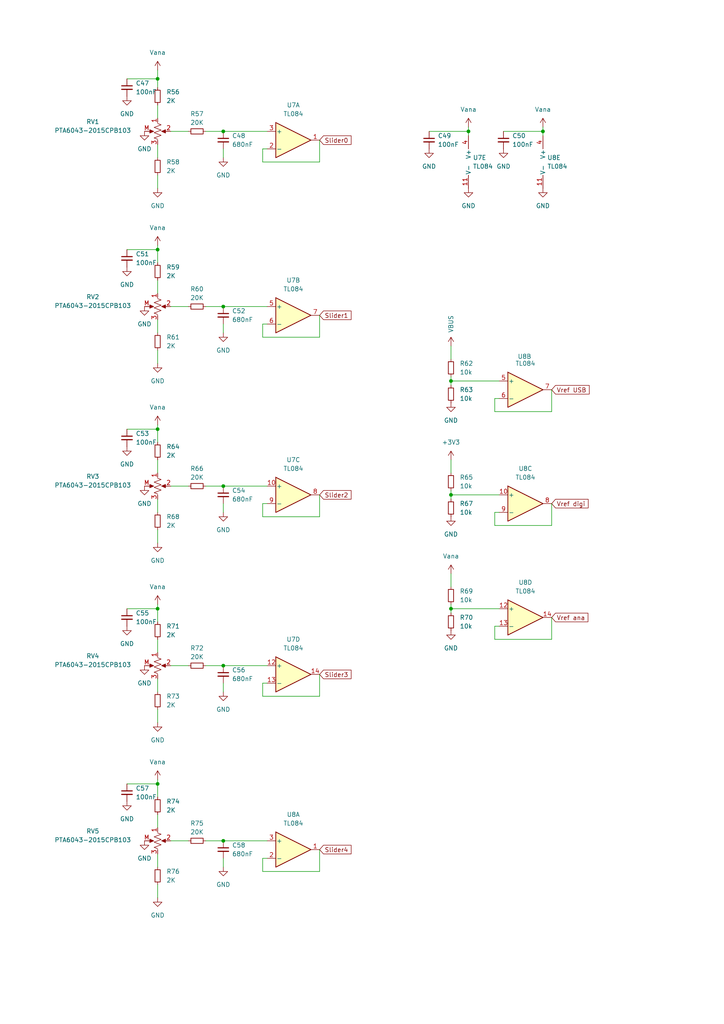
<source format=kicad_sch>
(kicad_sch
	(version 20250114)
	(generator "eeschema")
	(generator_version "9.0")
	(uuid "e9022992-67f4-4e03-83e2-4d19bd1fd9a4")
	(paper "A4" portrait)
	(lib_symbols
		(symbol "Amplifier_Operational:TL084"
			(pin_names
				(offset 0.127)
			)
			(exclude_from_sim no)
			(in_bom yes)
			(on_board yes)
			(property "Reference" "U"
				(at 0 5.08 0)
				(effects
					(font
						(size 1.27 1.27)
					)
					(justify left)
				)
			)
			(property "Value" "TL084"
				(at 0 -5.08 0)
				(effects
					(font
						(size 1.27 1.27)
					)
					(justify left)
				)
			)
			(property "Footprint" ""
				(at -1.27 2.54 0)
				(effects
					(font
						(size 1.27 1.27)
					)
					(hide yes)
				)
			)
			(property "Datasheet" "http://www.ti.com/lit/ds/symlink/tl081.pdf"
				(at 1.27 5.08 0)
				(effects
					(font
						(size 1.27 1.27)
					)
					(hide yes)
				)
			)
			(property "Description" "Quad JFET-Input Operational Amplifiers, DIP-14/SOIC-14/SSOP-14"
				(at 0 0 0)
				(effects
					(font
						(size 1.27 1.27)
					)
					(hide yes)
				)
			)
			(property "ki_locked" ""
				(at 0 0 0)
				(effects
					(font
						(size 1.27 1.27)
					)
				)
			)
			(property "ki_keywords" "quad opamp"
				(at 0 0 0)
				(effects
					(font
						(size 1.27 1.27)
					)
					(hide yes)
				)
			)
			(property "ki_fp_filters" "SOIC*3.9x8.7mm*P1.27mm* DIP*W7.62mm* TSSOP*4.4x5mm*P0.65mm* SSOP*5.3x6.2mm*P0.65mm* MSOP*3x3mm*P0.5mm*"
				(at 0 0 0)
				(effects
					(font
						(size 1.27 1.27)
					)
					(hide yes)
				)
			)
			(symbol "TL084_1_1"
				(polyline
					(pts
						(xy -5.08 5.08) (xy 5.08 0) (xy -5.08 -5.08) (xy -5.08 5.08)
					)
					(stroke
						(width 0.254)
						(type default)
					)
					(fill
						(type background)
					)
				)
				(pin input line
					(at -7.62 2.54 0)
					(length 2.54)
					(name "+"
						(effects
							(font
								(size 1.27 1.27)
							)
						)
					)
					(number "3"
						(effects
							(font
								(size 1.27 1.27)
							)
						)
					)
				)
				(pin input line
					(at -7.62 -2.54 0)
					(length 2.54)
					(name "-"
						(effects
							(font
								(size 1.27 1.27)
							)
						)
					)
					(number "2"
						(effects
							(font
								(size 1.27 1.27)
							)
						)
					)
				)
				(pin output line
					(at 7.62 0 180)
					(length 2.54)
					(name "~"
						(effects
							(font
								(size 1.27 1.27)
							)
						)
					)
					(number "1"
						(effects
							(font
								(size 1.27 1.27)
							)
						)
					)
				)
			)
			(symbol "TL084_2_1"
				(polyline
					(pts
						(xy -5.08 5.08) (xy 5.08 0) (xy -5.08 -5.08) (xy -5.08 5.08)
					)
					(stroke
						(width 0.254)
						(type default)
					)
					(fill
						(type background)
					)
				)
				(pin input line
					(at -7.62 2.54 0)
					(length 2.54)
					(name "+"
						(effects
							(font
								(size 1.27 1.27)
							)
						)
					)
					(number "5"
						(effects
							(font
								(size 1.27 1.27)
							)
						)
					)
				)
				(pin input line
					(at -7.62 -2.54 0)
					(length 2.54)
					(name "-"
						(effects
							(font
								(size 1.27 1.27)
							)
						)
					)
					(number "6"
						(effects
							(font
								(size 1.27 1.27)
							)
						)
					)
				)
				(pin output line
					(at 7.62 0 180)
					(length 2.54)
					(name "~"
						(effects
							(font
								(size 1.27 1.27)
							)
						)
					)
					(number "7"
						(effects
							(font
								(size 1.27 1.27)
							)
						)
					)
				)
			)
			(symbol "TL084_3_1"
				(polyline
					(pts
						(xy -5.08 5.08) (xy 5.08 0) (xy -5.08 -5.08) (xy -5.08 5.08)
					)
					(stroke
						(width 0.254)
						(type default)
					)
					(fill
						(type background)
					)
				)
				(pin input line
					(at -7.62 2.54 0)
					(length 2.54)
					(name "+"
						(effects
							(font
								(size 1.27 1.27)
							)
						)
					)
					(number "10"
						(effects
							(font
								(size 1.27 1.27)
							)
						)
					)
				)
				(pin input line
					(at -7.62 -2.54 0)
					(length 2.54)
					(name "-"
						(effects
							(font
								(size 1.27 1.27)
							)
						)
					)
					(number "9"
						(effects
							(font
								(size 1.27 1.27)
							)
						)
					)
				)
				(pin output line
					(at 7.62 0 180)
					(length 2.54)
					(name "~"
						(effects
							(font
								(size 1.27 1.27)
							)
						)
					)
					(number "8"
						(effects
							(font
								(size 1.27 1.27)
							)
						)
					)
				)
			)
			(symbol "TL084_4_1"
				(polyline
					(pts
						(xy -5.08 5.08) (xy 5.08 0) (xy -5.08 -5.08) (xy -5.08 5.08)
					)
					(stroke
						(width 0.254)
						(type default)
					)
					(fill
						(type background)
					)
				)
				(pin input line
					(at -7.62 2.54 0)
					(length 2.54)
					(name "+"
						(effects
							(font
								(size 1.27 1.27)
							)
						)
					)
					(number "12"
						(effects
							(font
								(size 1.27 1.27)
							)
						)
					)
				)
				(pin input line
					(at -7.62 -2.54 0)
					(length 2.54)
					(name "-"
						(effects
							(font
								(size 1.27 1.27)
							)
						)
					)
					(number "13"
						(effects
							(font
								(size 1.27 1.27)
							)
						)
					)
				)
				(pin output line
					(at 7.62 0 180)
					(length 2.54)
					(name "~"
						(effects
							(font
								(size 1.27 1.27)
							)
						)
					)
					(number "14"
						(effects
							(font
								(size 1.27 1.27)
							)
						)
					)
				)
			)
			(symbol "TL084_5_1"
				(pin power_in line
					(at -2.54 7.62 270)
					(length 3.81)
					(name "V+"
						(effects
							(font
								(size 1.27 1.27)
							)
						)
					)
					(number "4"
						(effects
							(font
								(size 1.27 1.27)
							)
						)
					)
				)
				(pin power_in line
					(at -2.54 -7.62 90)
					(length 3.81)
					(name "V-"
						(effects
							(font
								(size 1.27 1.27)
							)
						)
					)
					(number "11"
						(effects
							(font
								(size 1.27 1.27)
							)
						)
					)
				)
			)
			(embedded_fonts no)
		)
		(symbol "Device:C_Small"
			(pin_numbers
				(hide yes)
			)
			(pin_names
				(offset 0.254)
				(hide yes)
			)
			(exclude_from_sim no)
			(in_bom yes)
			(on_board yes)
			(property "Reference" "C"
				(at 0.254 1.778 0)
				(effects
					(font
						(size 1.27 1.27)
					)
					(justify left)
				)
			)
			(property "Value" "C_Small"
				(at 0.254 -2.032 0)
				(effects
					(font
						(size 1.27 1.27)
					)
					(justify left)
				)
			)
			(property "Footprint" ""
				(at 0 0 0)
				(effects
					(font
						(size 1.27 1.27)
					)
					(hide yes)
				)
			)
			(property "Datasheet" "~"
				(at 0 0 0)
				(effects
					(font
						(size 1.27 1.27)
					)
					(hide yes)
				)
			)
			(property "Description" "Unpolarized capacitor, small symbol"
				(at 0 0 0)
				(effects
					(font
						(size 1.27 1.27)
					)
					(hide yes)
				)
			)
			(property "ki_keywords" "capacitor cap"
				(at 0 0 0)
				(effects
					(font
						(size 1.27 1.27)
					)
					(hide yes)
				)
			)
			(property "ki_fp_filters" "C_*"
				(at 0 0 0)
				(effects
					(font
						(size 1.27 1.27)
					)
					(hide yes)
				)
			)
			(symbol "C_Small_0_1"
				(polyline
					(pts
						(xy -1.524 0.508) (xy 1.524 0.508)
					)
					(stroke
						(width 0.3048)
						(type default)
					)
					(fill
						(type none)
					)
				)
				(polyline
					(pts
						(xy -1.524 -0.508) (xy 1.524 -0.508)
					)
					(stroke
						(width 0.3302)
						(type default)
					)
					(fill
						(type none)
					)
				)
			)
			(symbol "C_Small_1_1"
				(pin passive line
					(at 0 2.54 270)
					(length 2.032)
					(name "~"
						(effects
							(font
								(size 1.27 1.27)
							)
						)
					)
					(number "1"
						(effects
							(font
								(size 1.27 1.27)
							)
						)
					)
				)
				(pin passive line
					(at 0 -2.54 90)
					(length 2.032)
					(name "~"
						(effects
							(font
								(size 1.27 1.27)
							)
						)
					)
					(number "2"
						(effects
							(font
								(size 1.27 1.27)
							)
						)
					)
				)
			)
			(embedded_fonts no)
		)
		(symbol "Device:R_Small"
			(pin_numbers
				(hide yes)
			)
			(pin_names
				(offset 0.254)
				(hide yes)
			)
			(exclude_from_sim no)
			(in_bom yes)
			(on_board yes)
			(property "Reference" "R"
				(at 0.762 0.508 0)
				(effects
					(font
						(size 1.27 1.27)
					)
					(justify left)
				)
			)
			(property "Value" "R_Small"
				(at 0.762 -1.016 0)
				(effects
					(font
						(size 1.27 1.27)
					)
					(justify left)
				)
			)
			(property "Footprint" ""
				(at 0 0 0)
				(effects
					(font
						(size 1.27 1.27)
					)
					(hide yes)
				)
			)
			(property "Datasheet" "~"
				(at 0 0 0)
				(effects
					(font
						(size 1.27 1.27)
					)
					(hide yes)
				)
			)
			(property "Description" "Resistor, small symbol"
				(at 0 0 0)
				(effects
					(font
						(size 1.27 1.27)
					)
					(hide yes)
				)
			)
			(property "ki_keywords" "R resistor"
				(at 0 0 0)
				(effects
					(font
						(size 1.27 1.27)
					)
					(hide yes)
				)
			)
			(property "ki_fp_filters" "R_*"
				(at 0 0 0)
				(effects
					(font
						(size 1.27 1.27)
					)
					(hide yes)
				)
			)
			(symbol "R_Small_0_1"
				(rectangle
					(start -0.762 1.778)
					(end 0.762 -1.778)
					(stroke
						(width 0.2032)
						(type default)
					)
					(fill
						(type none)
					)
				)
			)
			(symbol "R_Small_1_1"
				(pin passive line
					(at 0 2.54 270)
					(length 0.762)
					(name "~"
						(effects
							(font
								(size 1.27 1.27)
							)
						)
					)
					(number "1"
						(effects
							(font
								(size 1.27 1.27)
							)
						)
					)
				)
				(pin passive line
					(at 0 -2.54 90)
					(length 0.762)
					(name "~"
						(effects
							(font
								(size 1.27 1.27)
							)
						)
					)
					(number "2"
						(effects
							(font
								(size 1.27 1.27)
							)
						)
					)
				)
			)
			(embedded_fonts no)
		)
		(symbol "Please:Slider_Bourns_PTA6043-2015CPB103"
			(exclude_from_sim no)
			(in_bom yes)
			(on_board yes)
			(property "Reference" "RV"
				(at 0 0 0)
				(effects
					(font
						(size 1.27 1.27)
					)
				)
			)
			(property "Value" "PTA6043-2015CPB103"
				(at 0 0 0)
				(effects
					(font
						(size 1.27 1.27)
					)
				)
			)
			(property "Footprint" "A_Please:Slider Bourns PTA6043-2015CPB103"
				(at 0 0 0)
				(effects
					(font
						(size 1.27 1.27)
					)
					(hide yes)
				)
			)
			(property "Datasheet" "https://lcsc.com/product-detail/Potentiometers-Variable-Resistors_BOURNS-PTA6043-2015CPB103_C17203852.html?s_z=n_PTA60"
				(at 0 0 0)
				(effects
					(font
						(size 1.27 1.27)
					)
					(hide yes)
				)
			)
			(property "Description" "potentiometer"
				(at 0 0 0)
				(effects
					(font
						(size 1.27 1.27)
					)
					(hide yes)
				)
			)
			(property "ki_keywords" "potentiometer"
				(at 0 0 0)
				(effects
					(font
						(size 1.27 1.27)
					)
					(hide yes)
				)
			)
			(property "ki_fp_filters" "potentiometer"
				(at 0 0 0)
				(effects
					(font
						(size 1.27 1.27)
					)
					(hide yes)
				)
			)
			(symbol "Slider_Bourns_PTA6043-2015CPB103_0_1"
				(polyline
					(pts
						(xy -2.54 0) (xy -1.524 0)
					)
					(stroke
						(width 0)
						(type default)
					)
					(fill
						(type none)
					)
				)
				(polyline
					(pts
						(xy -1.143 0) (xy -2.286 -0.508) (xy -2.286 0.508) (xy -1.143 0)
					)
					(stroke
						(width 0)
						(type default)
					)
					(fill
						(type outline)
					)
				)
				(polyline
					(pts
						(xy 0 2.286) (xy 1.016 1.905) (xy 0 1.524) (xy -1.016 1.143) (xy 0 0.762)
					)
					(stroke
						(width 0)
						(type default)
					)
					(fill
						(type none)
					)
				)
				(polyline
					(pts
						(xy 0 0.762) (xy 1.016 0.381) (xy 0 0) (xy -1.016 -0.381) (xy 0 -0.762)
					)
					(stroke
						(width 0)
						(type default)
					)
					(fill
						(type none)
					)
				)
				(polyline
					(pts
						(xy 0 -0.762) (xy 1.016 -1.143) (xy 0 -1.524) (xy -1.016 -1.905) (xy 0 -2.286)
					)
					(stroke
						(width 0)
						(type default)
					)
					(fill
						(type none)
					)
				)
				(polyline
					(pts
						(xy 1.143 0) (xy 2.286 0.508) (xy 2.286 -0.508) (xy 1.143 0)
					)
					(stroke
						(width 0)
						(type default)
					)
					(fill
						(type outline)
					)
				)
				(polyline
					(pts
						(xy 2.54 0) (xy 1.524 0)
					)
					(stroke
						(width 0)
						(type default)
					)
					(fill
						(type none)
					)
				)
			)
			(symbol "Slider_Bourns_PTA6043-2015CPB103_1_1"
				(pin passive line
					(at -3.81 0 0)
					(length 1.27)
					(name ""
						(effects
							(font
								(size 1.27 1.27)
							)
						)
					)
					(number "M"
						(effects
							(font
								(size 1.27 1.27)
							)
						)
					)
				)
				(pin passive line
					(at 0 3.81 270)
					(length 1.27)
					(name ""
						(effects
							(font
								(size 1.27 1.27)
							)
						)
					)
					(number "1"
						(effects
							(font
								(size 1.27 1.27)
							)
						)
					)
				)
				(pin passive line
					(at 0 -3.81 90)
					(length 1.27)
					(name ""
						(effects
							(font
								(size 1.27 1.27)
							)
						)
					)
					(number "3"
						(effects
							(font
								(size 1.27 1.27)
							)
						)
					)
				)
				(pin passive line
					(at 3.81 0 180)
					(length 1.27)
					(name ""
						(effects
							(font
								(size 1.27 1.27)
							)
						)
					)
					(number "2"
						(effects
							(font
								(size 1.27 1.27)
							)
						)
					)
				)
			)
			(embedded_fonts no)
		)
		(symbol "power:+3V3"
			(power)
			(pin_numbers
				(hide yes)
			)
			(pin_names
				(offset 0)
				(hide yes)
			)
			(exclude_from_sim no)
			(in_bom yes)
			(on_board yes)
			(property "Reference" "#PWR"
				(at 0 -3.81 0)
				(effects
					(font
						(size 1.27 1.27)
					)
					(hide yes)
				)
			)
			(property "Value" "+3V3"
				(at 0 3.556 0)
				(effects
					(font
						(size 1.27 1.27)
					)
				)
			)
			(property "Footprint" ""
				(at 0 0 0)
				(effects
					(font
						(size 1.27 1.27)
					)
					(hide yes)
				)
			)
			(property "Datasheet" ""
				(at 0 0 0)
				(effects
					(font
						(size 1.27 1.27)
					)
					(hide yes)
				)
			)
			(property "Description" "Power symbol creates a global label with name \"+3V3\""
				(at 0 0 0)
				(effects
					(font
						(size 1.27 1.27)
					)
					(hide yes)
				)
			)
			(property "ki_keywords" "global power"
				(at 0 0 0)
				(effects
					(font
						(size 1.27 1.27)
					)
					(hide yes)
				)
			)
			(symbol "+3V3_0_1"
				(polyline
					(pts
						(xy -0.762 1.27) (xy 0 2.54)
					)
					(stroke
						(width 0)
						(type default)
					)
					(fill
						(type none)
					)
				)
				(polyline
					(pts
						(xy 0 2.54) (xy 0.762 1.27)
					)
					(stroke
						(width 0)
						(type default)
					)
					(fill
						(type none)
					)
				)
				(polyline
					(pts
						(xy 0 0) (xy 0 2.54)
					)
					(stroke
						(width 0)
						(type default)
					)
					(fill
						(type none)
					)
				)
			)
			(symbol "+3V3_1_1"
				(pin power_in line
					(at 0 0 90)
					(length 0)
					(name "~"
						(effects
							(font
								(size 1.27 1.27)
							)
						)
					)
					(number "1"
						(effects
							(font
								(size 1.27 1.27)
							)
						)
					)
				)
			)
			(embedded_fonts no)
		)
		(symbol "power:GND"
			(power)
			(pin_numbers
				(hide yes)
			)
			(pin_names
				(offset 0)
				(hide yes)
			)
			(exclude_from_sim no)
			(in_bom yes)
			(on_board yes)
			(property "Reference" "#PWR"
				(at 0 -6.35 0)
				(effects
					(font
						(size 1.27 1.27)
					)
					(hide yes)
				)
			)
			(property "Value" "GND"
				(at 0 -3.81 0)
				(effects
					(font
						(size 1.27 1.27)
					)
				)
			)
			(property "Footprint" ""
				(at 0 0 0)
				(effects
					(font
						(size 1.27 1.27)
					)
					(hide yes)
				)
			)
			(property "Datasheet" ""
				(at 0 0 0)
				(effects
					(font
						(size 1.27 1.27)
					)
					(hide yes)
				)
			)
			(property "Description" "Power symbol creates a global label with name \"GND\" , ground"
				(at 0 0 0)
				(effects
					(font
						(size 1.27 1.27)
					)
					(hide yes)
				)
			)
			(property "ki_keywords" "global power"
				(at 0 0 0)
				(effects
					(font
						(size 1.27 1.27)
					)
					(hide yes)
				)
			)
			(symbol "GND_0_1"
				(polyline
					(pts
						(xy 0 0) (xy 0 -1.27) (xy 1.27 -1.27) (xy 0 -2.54) (xy -1.27 -1.27) (xy 0 -1.27)
					)
					(stroke
						(width 0)
						(type default)
					)
					(fill
						(type none)
					)
				)
			)
			(symbol "GND_1_1"
				(pin power_in line
					(at 0 0 270)
					(length 0)
					(name "~"
						(effects
							(font
								(size 1.27 1.27)
							)
						)
					)
					(number "1"
						(effects
							(font
								(size 1.27 1.27)
							)
						)
					)
				)
			)
			(embedded_fonts no)
		)
		(symbol "power:VAA"
			(power)
			(pin_numbers
				(hide yes)
			)
			(pin_names
				(offset 0)
				(hide yes)
			)
			(exclude_from_sim no)
			(in_bom yes)
			(on_board yes)
			(property "Reference" "#PWR"
				(at 0 -3.81 0)
				(effects
					(font
						(size 1.27 1.27)
					)
					(hide yes)
				)
			)
			(property "Value" "VAA"
				(at 0 3.556 0)
				(effects
					(font
						(size 1.27 1.27)
					)
				)
			)
			(property "Footprint" ""
				(at 0 0 0)
				(effects
					(font
						(size 1.27 1.27)
					)
					(hide yes)
				)
			)
			(property "Datasheet" ""
				(at 0 0 0)
				(effects
					(font
						(size 1.27 1.27)
					)
					(hide yes)
				)
			)
			(property "Description" "Power symbol creates a global label with name \"VAA\""
				(at 0 0 0)
				(effects
					(font
						(size 1.27 1.27)
					)
					(hide yes)
				)
			)
			(property "ki_keywords" "global power"
				(at 0 0 0)
				(effects
					(font
						(size 1.27 1.27)
					)
					(hide yes)
				)
			)
			(symbol "VAA_0_1"
				(polyline
					(pts
						(xy -0.762 1.27) (xy 0 2.54)
					)
					(stroke
						(width 0)
						(type default)
					)
					(fill
						(type none)
					)
				)
				(polyline
					(pts
						(xy 0 2.54) (xy 0.762 1.27)
					)
					(stroke
						(width 0)
						(type default)
					)
					(fill
						(type none)
					)
				)
				(polyline
					(pts
						(xy 0 0) (xy 0 2.54)
					)
					(stroke
						(width 0)
						(type default)
					)
					(fill
						(type none)
					)
				)
			)
			(symbol "VAA_1_1"
				(pin power_in line
					(at 0 0 90)
					(length 0)
					(name "~"
						(effects
							(font
								(size 1.27 1.27)
							)
						)
					)
					(number "1"
						(effects
							(font
								(size 1.27 1.27)
							)
						)
					)
				)
			)
			(embedded_fonts no)
		)
		(symbol "power:VBUS"
			(power)
			(pin_numbers
				(hide yes)
			)
			(pin_names
				(offset 0)
				(hide yes)
			)
			(exclude_from_sim no)
			(in_bom yes)
			(on_board yes)
			(property "Reference" "#PWR"
				(at 0 -3.81 0)
				(effects
					(font
						(size 1.27 1.27)
					)
					(hide yes)
				)
			)
			(property "Value" "VBUS"
				(at 0 3.556 0)
				(effects
					(font
						(size 1.27 1.27)
					)
				)
			)
			(property "Footprint" ""
				(at 0 0 0)
				(effects
					(font
						(size 1.27 1.27)
					)
					(hide yes)
				)
			)
			(property "Datasheet" ""
				(at 0 0 0)
				(effects
					(font
						(size 1.27 1.27)
					)
					(hide yes)
				)
			)
			(property "Description" "Power symbol creates a global label with name \"VBUS\""
				(at 0 0 0)
				(effects
					(font
						(size 1.27 1.27)
					)
					(hide yes)
				)
			)
			(property "ki_keywords" "global power"
				(at 0 0 0)
				(effects
					(font
						(size 1.27 1.27)
					)
					(hide yes)
				)
			)
			(symbol "VBUS_0_1"
				(polyline
					(pts
						(xy -0.762 1.27) (xy 0 2.54)
					)
					(stroke
						(width 0)
						(type default)
					)
					(fill
						(type none)
					)
				)
				(polyline
					(pts
						(xy 0 2.54) (xy 0.762 1.27)
					)
					(stroke
						(width 0)
						(type default)
					)
					(fill
						(type none)
					)
				)
				(polyline
					(pts
						(xy 0 0) (xy 0 2.54)
					)
					(stroke
						(width 0)
						(type default)
					)
					(fill
						(type none)
					)
				)
			)
			(symbol "VBUS_1_1"
				(pin power_in line
					(at 0 0 90)
					(length 0)
					(name "~"
						(effects
							(font
								(size 1.27 1.27)
							)
						)
					)
					(number "1"
						(effects
							(font
								(size 1.27 1.27)
							)
						)
					)
				)
			)
			(embedded_fonts no)
		)
	)
	(junction
		(at 64.77 140.97)
		(diameter 0)
		(color 0 0 0 0)
		(uuid "018bad34-6b4f-435e-8f46-09ee7c6b4f43")
	)
	(junction
		(at 130.81 143.51)
		(diameter 0)
		(color 0 0 0 0)
		(uuid "24575f11-7086-4f00-88b9-596a08a8fc9c")
	)
	(junction
		(at 45.72 124.46)
		(diameter 0)
		(color 0 0 0 0)
		(uuid "3287764b-1946-426c-a161-2f83227cc429")
	)
	(junction
		(at 135.89 38.1)
		(diameter 0)
		(color 0 0 0 0)
		(uuid "45be9a3e-bf20-4575-8bc1-680596285fbf")
	)
	(junction
		(at 64.77 243.84)
		(diameter 0)
		(color 0 0 0 0)
		(uuid "52db8293-0af6-4a7c-b364-4a7673ade8d7")
	)
	(junction
		(at 45.72 22.86)
		(diameter 0)
		(color 0 0 0 0)
		(uuid "56031f5f-532e-4c15-a321-fa71bd4c06db")
	)
	(junction
		(at 45.72 227.33)
		(diameter 0)
		(color 0 0 0 0)
		(uuid "56106fe9-4ead-4b78-8734-e24bf8074582")
	)
	(junction
		(at 45.72 72.39)
		(diameter 0)
		(color 0 0 0 0)
		(uuid "6053b09a-f9ea-4071-80db-9f66f0e4603f")
	)
	(junction
		(at 64.77 193.04)
		(diameter 0)
		(color 0 0 0 0)
		(uuid "68cdb27d-8f56-4dbe-bebc-f06e93fd5526")
	)
	(junction
		(at 64.77 38.1)
		(diameter 0)
		(color 0 0 0 0)
		(uuid "7427757c-787d-4241-94ce-86b634dc7e97")
	)
	(junction
		(at 64.77 88.9)
		(diameter 0)
		(color 0 0 0 0)
		(uuid "9af3bad6-d5fc-4a2a-a1f2-e979440c85ab")
	)
	(junction
		(at 130.81 176.53)
		(diameter 0)
		(color 0 0 0 0)
		(uuid "a0fa5e8c-4a9e-4288-8104-42ff0d0383e5")
	)
	(junction
		(at 157.48 38.1)
		(diameter 0)
		(color 0 0 0 0)
		(uuid "b29049a8-2ab4-491e-8f6d-39e0e56bdedd")
	)
	(junction
		(at 45.72 176.53)
		(diameter 0)
		(color 0 0 0 0)
		(uuid "bd9a258f-b2ae-4432-8700-5aa2c471dd45")
	)
	(junction
		(at 130.81 110.49)
		(diameter 0)
		(color 0 0 0 0)
		(uuid "f85a2ef4-bd6b-4a12-b2aa-9ee76f97b972")
	)
	(wire
		(pts
			(xy 77.47 43.18) (xy 76.2 43.18)
		)
		(stroke
			(width 0)
			(type default)
		)
		(uuid "00b88fe3-19b2-4eae-95f7-f32db915802f")
	)
	(wire
		(pts
			(xy 49.53 88.9) (xy 54.61 88.9)
		)
		(stroke
			(width 0)
			(type default)
		)
		(uuid "0daf0d1f-64ec-417e-83eb-4f9c4a4dafd5")
	)
	(wire
		(pts
			(xy 146.05 38.1) (xy 157.48 38.1)
		)
		(stroke
			(width 0)
			(type default)
		)
		(uuid "0ed920d3-0cc3-4de5-8f86-ba247bed7c83")
	)
	(wire
		(pts
			(xy 76.2 146.05) (xy 76.2 149.86)
		)
		(stroke
			(width 0)
			(type default)
		)
		(uuid "10478b19-e769-4495-aeef-c5b761a93842")
	)
	(wire
		(pts
			(xy 92.71 252.73) (xy 92.71 246.38)
		)
		(stroke
			(width 0)
			(type default)
		)
		(uuid "10c35184-f733-458d-b4cc-a1a3f08d3bd5")
	)
	(wire
		(pts
			(xy 45.72 247.65) (xy 45.72 251.46)
		)
		(stroke
			(width 0)
			(type default)
		)
		(uuid "11e947cd-c42d-4cc6-837b-69e7d1bf1096")
	)
	(wire
		(pts
			(xy 76.2 201.93) (xy 92.71 201.93)
		)
		(stroke
			(width 0)
			(type default)
		)
		(uuid "13c4207e-db06-414b-ac11-0c131af4ac12")
	)
	(wire
		(pts
			(xy 45.72 71.12) (xy 45.72 72.39)
		)
		(stroke
			(width 0)
			(type default)
		)
		(uuid "16bccdcd-3c14-4eb8-8b11-921a0a6e752f")
	)
	(wire
		(pts
			(xy 64.77 38.1) (xy 77.47 38.1)
		)
		(stroke
			(width 0)
			(type default)
		)
		(uuid "171621ee-f338-4182-b9b3-cef299567be7")
	)
	(wire
		(pts
			(xy 59.69 88.9) (xy 64.77 88.9)
		)
		(stroke
			(width 0)
			(type default)
		)
		(uuid "176b77f7-60f3-4175-aa3c-ef83f3adae54")
	)
	(wire
		(pts
			(xy 144.78 115.57) (xy 143.51 115.57)
		)
		(stroke
			(width 0)
			(type default)
		)
		(uuid "1ec6cc52-89da-47e1-9b40-af947e755056")
	)
	(wire
		(pts
			(xy 45.72 101.6) (xy 45.72 105.41)
		)
		(stroke
			(width 0)
			(type default)
		)
		(uuid "21513ad7-af8f-475a-aa8d-b1e1f6bb431b")
	)
	(wire
		(pts
			(xy 64.77 43.18) (xy 64.77 45.72)
		)
		(stroke
			(width 0)
			(type default)
		)
		(uuid "24686600-c1be-49b2-9000-82e2b21a961e")
	)
	(wire
		(pts
			(xy 130.81 166.37) (xy 130.81 170.18)
		)
		(stroke
			(width 0)
			(type default)
		)
		(uuid "246f4af7-fe4f-4f63-9356-d7e9ad2cd122")
	)
	(wire
		(pts
			(xy 130.81 133.35) (xy 130.81 137.16)
		)
		(stroke
			(width 0)
			(type default)
		)
		(uuid "24881df8-4baf-4289-b61d-5ad5c679129e")
	)
	(wire
		(pts
			(xy 49.53 38.1) (xy 54.61 38.1)
		)
		(stroke
			(width 0)
			(type default)
		)
		(uuid "279d5e61-855f-417a-a7b3-70da4c179b88")
	)
	(wire
		(pts
			(xy 59.69 193.04) (xy 64.77 193.04)
		)
		(stroke
			(width 0)
			(type default)
		)
		(uuid "2addcf03-a58a-4def-a393-8662b4b5f788")
	)
	(wire
		(pts
			(xy 45.72 176.53) (xy 45.72 180.34)
		)
		(stroke
			(width 0)
			(type default)
		)
		(uuid "2b5db921-f955-4c09-bfa6-8ce36390c031")
	)
	(wire
		(pts
			(xy 130.81 110.49) (xy 144.78 110.49)
		)
		(stroke
			(width 0)
			(type default)
		)
		(uuid "2be9fe62-ccbc-4083-aeb4-a0e087f15875")
	)
	(wire
		(pts
			(xy 77.47 198.12) (xy 76.2 198.12)
		)
		(stroke
			(width 0)
			(type default)
		)
		(uuid "2d9e2e2e-0817-493d-80b9-d1d06afe7566")
	)
	(wire
		(pts
			(xy 45.72 41.91) (xy 45.72 45.72)
		)
		(stroke
			(width 0)
			(type default)
		)
		(uuid "2de7517f-e3de-48a6-adfb-456e6cf2d036")
	)
	(wire
		(pts
			(xy 130.81 109.22) (xy 130.81 110.49)
		)
		(stroke
			(width 0)
			(type default)
		)
		(uuid "2fe3657f-9c6d-4741-93e5-808380c7c242")
	)
	(wire
		(pts
			(xy 45.72 22.86) (xy 45.72 25.4)
		)
		(stroke
			(width 0)
			(type default)
		)
		(uuid "30ad1253-770b-4fa7-9805-9db57b7695c4")
	)
	(wire
		(pts
			(xy 130.81 175.26) (xy 130.81 176.53)
		)
		(stroke
			(width 0)
			(type default)
		)
		(uuid "33706099-ba83-4713-98b0-dab8d4e7b157")
	)
	(wire
		(pts
			(xy 124.46 38.1) (xy 135.89 38.1)
		)
		(stroke
			(width 0)
			(type default)
		)
		(uuid "3426fa1a-fdf1-424d-9328-cb522578da74")
	)
	(wire
		(pts
			(xy 45.72 20.32) (xy 45.72 22.86)
		)
		(stroke
			(width 0)
			(type default)
		)
		(uuid "3c222d51-48a2-4ea6-a564-f0970de58303")
	)
	(wire
		(pts
			(xy 92.71 149.86) (xy 92.71 143.51)
		)
		(stroke
			(width 0)
			(type default)
		)
		(uuid "3de296ff-76d3-4db6-ae93-52285450fcbc")
	)
	(wire
		(pts
			(xy 49.53 193.04) (xy 54.61 193.04)
		)
		(stroke
			(width 0)
			(type default)
		)
		(uuid "3ef6cb48-c872-48db-b641-91eb25d3e213")
	)
	(wire
		(pts
			(xy 76.2 97.79) (xy 92.71 97.79)
		)
		(stroke
			(width 0)
			(type default)
		)
		(uuid "3fc5ef10-3624-4d11-bc1e-33d711a8c44c")
	)
	(wire
		(pts
			(xy 45.72 30.48) (xy 45.72 34.29)
		)
		(stroke
			(width 0)
			(type default)
		)
		(uuid "41df592f-791f-4473-a099-36b098800a91")
	)
	(wire
		(pts
			(xy 130.81 142.24) (xy 130.81 143.51)
		)
		(stroke
			(width 0)
			(type default)
		)
		(uuid "429bd827-e6d6-4eee-8d3d-3d34576ab778")
	)
	(wire
		(pts
			(xy 92.71 97.79) (xy 92.71 91.44)
		)
		(stroke
			(width 0)
			(type default)
		)
		(uuid "4328c9eb-b1af-49ee-94a1-cd8b17ff9626")
	)
	(wire
		(pts
			(xy 130.81 110.49) (xy 130.81 111.76)
		)
		(stroke
			(width 0)
			(type default)
		)
		(uuid "4337c8ba-aa5b-4b0e-9586-f60b3cfd8f24")
	)
	(wire
		(pts
			(xy 64.77 146.05) (xy 64.77 148.59)
		)
		(stroke
			(width 0)
			(type default)
		)
		(uuid "433b90db-79db-4e01-82be-1ae55ec02afe")
	)
	(wire
		(pts
			(xy 143.51 181.61) (xy 143.51 185.42)
		)
		(stroke
			(width 0)
			(type default)
		)
		(uuid "4523049d-b40a-46ba-8818-a965b1e890e1")
	)
	(wire
		(pts
			(xy 45.72 153.67) (xy 45.72 157.48)
		)
		(stroke
			(width 0)
			(type default)
		)
		(uuid "4a5adea8-b9f0-4d88-aaea-9cffe9d0c515")
	)
	(wire
		(pts
			(xy 36.83 124.46) (xy 45.72 124.46)
		)
		(stroke
			(width 0)
			(type default)
		)
		(uuid "4b9b8bec-13f7-4334-9e0b-3c4a14896977")
	)
	(wire
		(pts
			(xy 130.81 100.33) (xy 130.81 104.14)
		)
		(stroke
			(width 0)
			(type default)
		)
		(uuid "4c46880d-1ecf-49c2-8fa3-021403113139")
	)
	(wire
		(pts
			(xy 144.78 181.61) (xy 143.51 181.61)
		)
		(stroke
			(width 0)
			(type default)
		)
		(uuid "4f5c5b4f-ac4f-43f4-aa24-1da4593c57ef")
	)
	(wire
		(pts
			(xy 135.89 36.83) (xy 135.89 38.1)
		)
		(stroke
			(width 0)
			(type default)
		)
		(uuid "5279a919-7e76-47f6-8ad4-c0f8b25cc561")
	)
	(wire
		(pts
			(xy 76.2 43.18) (xy 76.2 46.99)
		)
		(stroke
			(width 0)
			(type default)
		)
		(uuid "573f9f6b-a341-49e1-9dec-013aea917b98")
	)
	(wire
		(pts
			(xy 49.53 140.97) (xy 54.61 140.97)
		)
		(stroke
			(width 0)
			(type default)
		)
		(uuid "5ee51db2-f827-41e6-9b05-a0b9b528d066")
	)
	(wire
		(pts
			(xy 45.72 175.26) (xy 45.72 176.53)
		)
		(stroke
			(width 0)
			(type default)
		)
		(uuid "62cfe8d8-0bc2-4db8-8624-b8832405ce83")
	)
	(wire
		(pts
			(xy 135.89 38.1) (xy 135.89 39.37)
		)
		(stroke
			(width 0)
			(type default)
		)
		(uuid "64c3d1ed-c107-4e80-8af2-f4a82b1dcf43")
	)
	(wire
		(pts
			(xy 160.02 185.42) (xy 160.02 179.07)
		)
		(stroke
			(width 0)
			(type default)
		)
		(uuid "668bde1a-bc6d-4046-a092-1e5cd44d7ea7")
	)
	(wire
		(pts
			(xy 45.72 205.74) (xy 45.72 209.55)
		)
		(stroke
			(width 0)
			(type default)
		)
		(uuid "66d5ec91-05c9-4149-b665-993612d17092")
	)
	(wire
		(pts
			(xy 59.69 243.84) (xy 64.77 243.84)
		)
		(stroke
			(width 0)
			(type default)
		)
		(uuid "6d358481-ac27-4b94-b5a7-0174b7c0832d")
	)
	(wire
		(pts
			(xy 49.53 243.84) (xy 54.61 243.84)
		)
		(stroke
			(width 0)
			(type default)
		)
		(uuid "6ef06c80-9053-4979-9008-bea891dc1629")
	)
	(wire
		(pts
			(xy 36.83 227.33) (xy 45.72 227.33)
		)
		(stroke
			(width 0)
			(type default)
		)
		(uuid "71b28ab2-3465-496c-8c25-1b774e8cf571")
	)
	(wire
		(pts
			(xy 77.47 248.92) (xy 76.2 248.92)
		)
		(stroke
			(width 0)
			(type default)
		)
		(uuid "758c8a8e-f4be-4763-835f-158c64627fda")
	)
	(wire
		(pts
			(xy 143.51 152.4) (xy 160.02 152.4)
		)
		(stroke
			(width 0)
			(type default)
		)
		(uuid "769dd427-9cce-4d15-a582-3a64ea9db1af")
	)
	(wire
		(pts
			(xy 130.81 176.53) (xy 144.78 176.53)
		)
		(stroke
			(width 0)
			(type default)
		)
		(uuid "78286403-fdcf-4352-a072-d1ae37b791d5")
	)
	(wire
		(pts
			(xy 160.02 119.38) (xy 160.02 113.03)
		)
		(stroke
			(width 0)
			(type default)
		)
		(uuid "79d92a08-7949-4c7e-839f-0ece36574466")
	)
	(wire
		(pts
			(xy 64.77 248.92) (xy 64.77 251.46)
		)
		(stroke
			(width 0)
			(type default)
		)
		(uuid "808da17d-4d38-46e3-96ca-2a2979631a0e")
	)
	(wire
		(pts
			(xy 77.47 93.98) (xy 76.2 93.98)
		)
		(stroke
			(width 0)
			(type default)
		)
		(uuid "8356f81c-fc89-4215-a33e-164dcf5ae899")
	)
	(wire
		(pts
			(xy 59.69 38.1) (xy 64.77 38.1)
		)
		(stroke
			(width 0)
			(type default)
		)
		(uuid "84273ecc-0cef-46e6-bb51-c6e296aafd90")
	)
	(wire
		(pts
			(xy 130.81 143.51) (xy 144.78 143.51)
		)
		(stroke
			(width 0)
			(type default)
		)
		(uuid "8d6e08a3-caa7-4dd1-a441-e07ad361e737")
	)
	(wire
		(pts
			(xy 45.72 226.06) (xy 45.72 227.33)
		)
		(stroke
			(width 0)
			(type default)
		)
		(uuid "8f63dcd0-fdfb-499f-b090-c9082c8df7b3")
	)
	(wire
		(pts
			(xy 45.72 185.42) (xy 45.72 189.23)
		)
		(stroke
			(width 0)
			(type default)
		)
		(uuid "93000b72-cee5-400c-aaea-74d4bd2307b6")
	)
	(wire
		(pts
			(xy 45.72 81.28) (xy 45.72 85.09)
		)
		(stroke
			(width 0)
			(type default)
		)
		(uuid "940d89cd-8c38-49d0-ae38-d5dc6dfd088a")
	)
	(wire
		(pts
			(xy 160.02 152.4) (xy 160.02 146.05)
		)
		(stroke
			(width 0)
			(type default)
		)
		(uuid "97a8fb04-a56f-4788-93e1-18215f70f2df")
	)
	(wire
		(pts
			(xy 130.81 176.53) (xy 130.81 177.8)
		)
		(stroke
			(width 0)
			(type default)
		)
		(uuid "9afedcd1-ac5d-4cdf-834b-a8e3d0467304")
	)
	(wire
		(pts
			(xy 76.2 46.99) (xy 92.71 46.99)
		)
		(stroke
			(width 0)
			(type default)
		)
		(uuid "9ca25623-b879-431d-ab80-6bc008706d67")
	)
	(wire
		(pts
			(xy 64.77 88.9) (xy 77.47 88.9)
		)
		(stroke
			(width 0)
			(type default)
		)
		(uuid "9d1f367e-b523-4fd7-a693-156d86f0a5f0")
	)
	(wire
		(pts
			(xy 143.51 119.38) (xy 160.02 119.38)
		)
		(stroke
			(width 0)
			(type default)
		)
		(uuid "a1c39814-434a-481a-80bd-2a07c5f13387")
	)
	(wire
		(pts
			(xy 144.78 148.59) (xy 143.51 148.59)
		)
		(stroke
			(width 0)
			(type default)
		)
		(uuid "a373362f-8e7e-4f96-a62a-c7b68a1be768")
	)
	(wire
		(pts
			(xy 36.83 176.53) (xy 45.72 176.53)
		)
		(stroke
			(width 0)
			(type default)
		)
		(uuid "a5ca4771-8155-4834-891f-b0ab27b009d4")
	)
	(wire
		(pts
			(xy 45.72 256.54) (xy 45.72 260.35)
		)
		(stroke
			(width 0)
			(type default)
		)
		(uuid "a6465cd6-90cc-4079-bcac-b096e090986c")
	)
	(wire
		(pts
			(xy 76.2 149.86) (xy 92.71 149.86)
		)
		(stroke
			(width 0)
			(type default)
		)
		(uuid "aab805ba-3b6d-4b0f-afb5-d530e6508d5c")
	)
	(wire
		(pts
			(xy 45.72 133.35) (xy 45.72 137.16)
		)
		(stroke
			(width 0)
			(type default)
		)
		(uuid "ad0a667a-1c14-4956-9084-57839b136dda")
	)
	(wire
		(pts
			(xy 76.2 248.92) (xy 76.2 252.73)
		)
		(stroke
			(width 0)
			(type default)
		)
		(uuid "b00892d3-26aa-47ec-aa0d-d1b915e81077")
	)
	(wire
		(pts
			(xy 45.72 123.19) (xy 45.72 124.46)
		)
		(stroke
			(width 0)
			(type default)
		)
		(uuid "b0f8f082-09c8-43f5-b7ed-dd8db2cf14a4")
	)
	(wire
		(pts
			(xy 36.83 22.86) (xy 45.72 22.86)
		)
		(stroke
			(width 0)
			(type default)
		)
		(uuid "b12db300-2cf8-4020-afa5-76d2d12e7ac9")
	)
	(wire
		(pts
			(xy 143.51 148.59) (xy 143.51 152.4)
		)
		(stroke
			(width 0)
			(type default)
		)
		(uuid "b8b0fd4b-52cb-429a-8228-43ba20c8d85c")
	)
	(wire
		(pts
			(xy 45.72 196.85) (xy 45.72 200.66)
		)
		(stroke
			(width 0)
			(type default)
		)
		(uuid "bdb32e24-c17f-4926-afac-7aa9d43d0827")
	)
	(wire
		(pts
			(xy 36.83 72.39) (xy 45.72 72.39)
		)
		(stroke
			(width 0)
			(type default)
		)
		(uuid "c4ac2d95-909b-43d1-90db-aedde99ef4b5")
	)
	(wire
		(pts
			(xy 92.71 46.99) (xy 92.71 40.64)
		)
		(stroke
			(width 0)
			(type default)
		)
		(uuid "cb421c5f-c7df-48bb-86be-254495376df9")
	)
	(wire
		(pts
			(xy 45.72 50.8) (xy 45.72 54.61)
		)
		(stroke
			(width 0)
			(type default)
		)
		(uuid "cce64e35-4d0d-49bc-b108-0a671e4591f1")
	)
	(wire
		(pts
			(xy 92.71 201.93) (xy 92.71 195.58)
		)
		(stroke
			(width 0)
			(type default)
		)
		(uuid "d095c12f-032e-4466-8ade-d3dc1b6e460d")
	)
	(wire
		(pts
			(xy 64.77 93.98) (xy 64.77 96.52)
		)
		(stroke
			(width 0)
			(type default)
		)
		(uuid "d1a26768-0707-4d1b-9cc5-94eb88d8c747")
	)
	(wire
		(pts
			(xy 64.77 198.12) (xy 64.77 200.66)
		)
		(stroke
			(width 0)
			(type default)
		)
		(uuid "d1a7454d-0e8e-4a77-96ee-671c1911e91a")
	)
	(wire
		(pts
			(xy 76.2 198.12) (xy 76.2 201.93)
		)
		(stroke
			(width 0)
			(type default)
		)
		(uuid "d1b01291-b860-4971-9e4b-78ec5bf85a17")
	)
	(wire
		(pts
			(xy 143.51 185.42) (xy 160.02 185.42)
		)
		(stroke
			(width 0)
			(type default)
		)
		(uuid "d3d04ec6-85f3-488b-a427-9294c3b4d03e")
	)
	(wire
		(pts
			(xy 76.2 252.73) (xy 92.71 252.73)
		)
		(stroke
			(width 0)
			(type default)
		)
		(uuid "d5a89353-0528-4fc5-9e92-e52e08c4ae73")
	)
	(wire
		(pts
			(xy 45.72 227.33) (xy 45.72 231.14)
		)
		(stroke
			(width 0)
			(type default)
		)
		(uuid "d5c729c3-6801-478d-9c69-4f412ca60ae6")
	)
	(wire
		(pts
			(xy 45.72 124.46) (xy 45.72 128.27)
		)
		(stroke
			(width 0)
			(type default)
		)
		(uuid "e10b2bd9-920c-4126-b34e-b6f13626e532")
	)
	(wire
		(pts
			(xy 45.72 236.22) (xy 45.72 240.03)
		)
		(stroke
			(width 0)
			(type default)
		)
		(uuid "e4c5f162-bb65-4381-94a8-125ef5341da7")
	)
	(wire
		(pts
			(xy 59.69 140.97) (xy 64.77 140.97)
		)
		(stroke
			(width 0)
			(type default)
		)
		(uuid "e657064a-e143-4931-a6d0-77af4987dddc")
	)
	(wire
		(pts
			(xy 130.81 143.51) (xy 130.81 144.78)
		)
		(stroke
			(width 0)
			(type default)
		)
		(uuid "eee04d83-522e-4826-81f5-b9f37b71ac78")
	)
	(wire
		(pts
			(xy 157.48 38.1) (xy 157.48 39.37)
		)
		(stroke
			(width 0)
			(type default)
		)
		(uuid "ef7b3a88-309b-40e8-9bbe-8a77b3d2f36d")
	)
	(wire
		(pts
			(xy 45.72 72.39) (xy 45.72 76.2)
		)
		(stroke
			(width 0)
			(type default)
		)
		(uuid "f180bd51-d05d-4cac-a20e-4ace6ae0fecb")
	)
	(wire
		(pts
			(xy 64.77 243.84) (xy 77.47 243.84)
		)
		(stroke
			(width 0)
			(type default)
		)
		(uuid "f35869ff-5877-495a-84bb-a3e49544e11b")
	)
	(wire
		(pts
			(xy 45.72 92.71) (xy 45.72 96.52)
		)
		(stroke
			(width 0)
			(type default)
		)
		(uuid "f3ff66a6-7309-4cbb-a7e5-9142d0cc835c")
	)
	(wire
		(pts
			(xy 143.51 115.57) (xy 143.51 119.38)
		)
		(stroke
			(width 0)
			(type default)
		)
		(uuid "f6840766-8112-4829-9c0b-9772bab27899")
	)
	(wire
		(pts
			(xy 77.47 146.05) (xy 76.2 146.05)
		)
		(stroke
			(width 0)
			(type default)
		)
		(uuid "f9ed9772-04f4-47fb-833f-536ce1b7bef3")
	)
	(wire
		(pts
			(xy 76.2 93.98) (xy 76.2 97.79)
		)
		(stroke
			(width 0)
			(type default)
		)
		(uuid "fc350479-6441-4197-a0d3-0dd8e75dd9c4")
	)
	(wire
		(pts
			(xy 64.77 193.04) (xy 77.47 193.04)
		)
		(stroke
			(width 0)
			(type default)
		)
		(uuid "fd2d2e23-201e-4168-80f1-2266d58ba285")
	)
	(wire
		(pts
			(xy 45.72 144.78) (xy 45.72 148.59)
		)
		(stroke
			(width 0)
			(type default)
		)
		(uuid "fe1ea5dc-908b-4dea-84c4-e14ab5bdd8e4")
	)
	(wire
		(pts
			(xy 64.77 140.97) (xy 77.47 140.97)
		)
		(stroke
			(width 0)
			(type default)
		)
		(uuid "fe30929c-adec-4f99-9f93-ca31fe159ceb")
	)
	(wire
		(pts
			(xy 157.48 36.83) (xy 157.48 38.1)
		)
		(stroke
			(width 0)
			(type default)
		)
		(uuid "ff10d559-e008-4ace-8d26-8a454a32c1e3")
	)
	(global_label "Vref ana"
		(shape input)
		(at 160.02 179.07 0)
		(fields_autoplaced yes)
		(effects
			(font
				(size 1.27 1.27)
			)
			(justify left)
		)
		(uuid "06b2f4ee-915e-473f-ba97-d5b30adeea6b")
		(property "Intersheetrefs" "${INTERSHEET_REFS}"
			(at 171.1089 179.07 0)
			(effects
				(font
					(size 1.27 1.27)
				)
				(justify left)
				(hide yes)
			)
		)
	)
	(global_label "Slider4"
		(shape input)
		(at 92.71 246.38 0)
		(fields_autoplaced yes)
		(effects
			(font
				(size 1.27 1.27)
			)
			(justify left)
		)
		(uuid "12fbed61-f53b-40d6-874a-95cfa66c2a07")
		(property "Intersheetrefs" "${INTERSHEET_REFS}"
			(at 102.408 246.38 0)
			(effects
				(font
					(size 1.27 1.27)
				)
				(justify left)
				(hide yes)
			)
		)
	)
	(global_label "Slider0"
		(shape input)
		(at 92.71 40.64 0)
		(fields_autoplaced yes)
		(effects
			(font
				(size 1.27 1.27)
			)
			(justify left)
		)
		(uuid "3a5fe35f-c893-4879-8a36-9130fee631b1")
		(property "Intersheetrefs" "${INTERSHEET_REFS}"
			(at 102.408 40.64 0)
			(effects
				(font
					(size 1.27 1.27)
				)
				(justify left)
				(hide yes)
			)
		)
	)
	(global_label "Slider2"
		(shape input)
		(at 92.71 143.51 0)
		(fields_autoplaced yes)
		(effects
			(font
				(size 1.27 1.27)
			)
			(justify left)
		)
		(uuid "3d2abd19-756f-4d31-971e-4f86df7c2e97")
		(property "Intersheetrefs" "${INTERSHEET_REFS}"
			(at 102.408 143.51 0)
			(effects
				(font
					(size 1.27 1.27)
				)
				(justify left)
				(hide yes)
			)
		)
	)
	(global_label "Slider1"
		(shape input)
		(at 92.71 91.44 0)
		(fields_autoplaced yes)
		(effects
			(font
				(size 1.27 1.27)
			)
			(justify left)
		)
		(uuid "7c453133-ff3f-498d-aa76-0e19755eeb3e")
		(property "Intersheetrefs" "${INTERSHEET_REFS}"
			(at 102.408 91.44 0)
			(effects
				(font
					(size 1.27 1.27)
				)
				(justify left)
				(hide yes)
			)
		)
	)
	(global_label "Vref USB"
		(shape input)
		(at 160.02 113.03 0)
		(fields_autoplaced yes)
		(effects
			(font
				(size 1.27 1.27)
			)
			(justify left)
		)
		(uuid "8b2f66b3-564d-44b0-8560-295c1b8d37e2")
		(property "Intersheetrefs" "${INTERSHEET_REFS}"
			(at 171.4719 113.03 0)
			(effects
				(font
					(size 1.27 1.27)
				)
				(justify left)
				(hide yes)
			)
		)
	)
	(global_label "Vref digi"
		(shape input)
		(at 160.02 146.05 0)
		(fields_autoplaced yes)
		(effects
			(font
				(size 1.27 1.27)
			)
			(justify left)
		)
		(uuid "da403407-d666-41ea-9fec-44ae9b458f99")
		(property "Intersheetrefs" "${INTERSHEET_REFS}"
			(at 171.1695 146.05 0)
			(effects
				(font
					(size 1.27 1.27)
				)
				(justify left)
				(hide yes)
			)
		)
	)
	(global_label "Slider3"
		(shape input)
		(at 92.71 195.58 0)
		(fields_autoplaced yes)
		(effects
			(font
				(size 1.27 1.27)
			)
			(justify left)
		)
		(uuid "e6619464-3ee7-428c-b034-57c7fb2b0d0c")
		(property "Intersheetrefs" "${INTERSHEET_REFS}"
			(at 102.408 195.58 0)
			(effects
				(font
					(size 1.27 1.27)
				)
				(justify left)
				(hide yes)
			)
		)
	)
	(symbol
		(lib_id "power:GND")
		(at 64.77 45.72 0)
		(unit 1)
		(exclude_from_sim no)
		(in_bom yes)
		(on_board yes)
		(dnp no)
		(fields_autoplaced yes)
		(uuid "0210dd70-a4a2-4fc8-b7de-86f72aa3ba50")
		(property "Reference" "#PWR0112"
			(at 64.77 52.07 0)
			(effects
				(font
					(size 1.27 1.27)
				)
				(hide yes)
			)
		)
		(property "Value" "GND"
			(at 64.77 50.8 0)
			(effects
				(font
					(size 1.27 1.27)
				)
			)
		)
		(property "Footprint" ""
			(at 64.77 45.72 0)
			(effects
				(font
					(size 1.27 1.27)
				)
				(hide yes)
			)
		)
		(property "Datasheet" ""
			(at 64.77 45.72 0)
			(effects
				(font
					(size 1.27 1.27)
				)
				(hide yes)
			)
		)
		(property "Description" "Power symbol creates a global label with name \"GND\" , ground"
			(at 64.77 45.72 0)
			(effects
				(font
					(size 1.27 1.27)
				)
				(hide yes)
			)
		)
		(pin "1"
			(uuid "907e1be7-e629-4857-9b8a-7a49f448acd4")
		)
		(instances
			(project "volume-mixer"
				(path "/4e63a9a1-7860-4565-bebe-c31e85e78f00/bc131577-d7b8-4aea-b6cc-08f7ccf13173"
					(reference "#PWR0112")
					(unit 1)
				)
			)
		)
	)
	(symbol
		(lib_id "power:GND")
		(at 64.77 148.59 0)
		(unit 1)
		(exclude_from_sim no)
		(in_bom yes)
		(on_board yes)
		(dnp no)
		(fields_autoplaced yes)
		(uuid "095f7af7-8354-43ab-9c61-343ec7393242")
		(property "Reference" "#PWR0127"
			(at 64.77 154.94 0)
			(effects
				(font
					(size 1.27 1.27)
				)
				(hide yes)
			)
		)
		(property "Value" "GND"
			(at 64.77 153.67 0)
			(effects
				(font
					(size 1.27 1.27)
				)
			)
		)
		(property "Footprint" ""
			(at 64.77 148.59 0)
			(effects
				(font
					(size 1.27 1.27)
				)
				(hide yes)
			)
		)
		(property "Datasheet" ""
			(at 64.77 148.59 0)
			(effects
				(font
					(size 1.27 1.27)
				)
				(hide yes)
			)
		)
		(property "Description" "Power symbol creates a global label with name \"GND\" , ground"
			(at 64.77 148.59 0)
			(effects
				(font
					(size 1.27 1.27)
				)
				(hide yes)
			)
		)
		(pin "1"
			(uuid "7b4dba21-5fd4-4b6b-8da1-6ea004ca2955")
		)
		(instances
			(project "volume-mixer"
				(path "/4e63a9a1-7860-4565-bebe-c31e85e78f00/bc131577-d7b8-4aea-b6cc-08f7ccf13173"
					(reference "#PWR0127")
					(unit 1)
				)
			)
		)
	)
	(symbol
		(lib_id "Device:C_Small")
		(at 36.83 179.07 0)
		(unit 1)
		(exclude_from_sim no)
		(in_bom yes)
		(on_board yes)
		(dnp no)
		(fields_autoplaced yes)
		(uuid "0a4668fd-bc3b-4dd7-9fab-4c905ad22ef2")
		(property "Reference" "C55"
			(at 39.37 177.8062 0)
			(effects
				(font
					(size 1.27 1.27)
				)
				(justify left)
			)
		)
		(property "Value" "100nF"
			(at 39.37 180.3462 0)
			(effects
				(font
					(size 1.27 1.27)
				)
				(justify left)
			)
		)
		(property "Footprint" "Capacitor_SMD:C_0603_1608Metric"
			(at 36.83 179.07 0)
			(effects
				(font
					(size 1.27 1.27)
				)
				(hide yes)
			)
		)
		(property "Datasheet" "~"
			(at 36.83 179.07 0)
			(effects
				(font
					(size 1.27 1.27)
				)
				(hide yes)
			)
		)
		(property "Description" "Unpolarized capacitor, small symbol"
			(at 36.83 179.07 0)
			(effects
				(font
					(size 1.27 1.27)
				)
				(hide yes)
			)
		)
		(pin "2"
			(uuid "044bfca2-a62a-40ca-bd9d-c45c7e0b8134")
		)
		(pin "1"
			(uuid "d4f65d45-73ab-489b-b804-14b1171a6595")
		)
		(instances
			(project "volume-mixer"
				(path "/4e63a9a1-7860-4565-bebe-c31e85e78f00/bc131577-d7b8-4aea-b6cc-08f7ccf13173"
					(reference "C55")
					(unit 1)
				)
			)
		)
	)
	(symbol
		(lib_id "Device:R_Small")
		(at 57.15 88.9 90)
		(unit 1)
		(exclude_from_sim no)
		(in_bom yes)
		(on_board yes)
		(dnp no)
		(fields_autoplaced yes)
		(uuid "1037d66e-89a0-4dbf-bd28-385ba29b5294")
		(property "Reference" "R60"
			(at 57.15 83.82 90)
			(effects
				(font
					(size 1.27 1.27)
				)
			)
		)
		(property "Value" "20K"
			(at 57.15 86.36 90)
			(effects
				(font
					(size 1.27 1.27)
				)
			)
		)
		(property "Footprint" "Resistor_SMD:R_0603_1608Metric"
			(at 57.15 88.9 0)
			(effects
				(font
					(size 1.27 1.27)
				)
				(hide yes)
			)
		)
		(property "Datasheet" "~"
			(at 57.15 88.9 0)
			(effects
				(font
					(size 1.27 1.27)
				)
				(hide yes)
			)
		)
		(property "Description" "Resistor, small symbol"
			(at 57.15 88.9 0)
			(effects
				(font
					(size 1.27 1.27)
				)
				(hide yes)
			)
		)
		(pin "1"
			(uuid "35bd836c-9e4b-46d3-8f15-b981c4cb72c8")
		)
		(pin "2"
			(uuid "080dda14-0445-4935-b40f-25b7ec9be567")
		)
		(instances
			(project "volume-mixer"
				(path "/4e63a9a1-7860-4565-bebe-c31e85e78f00/bc131577-d7b8-4aea-b6cc-08f7ccf13173"
					(reference "R60")
					(unit 1)
				)
			)
		)
	)
	(symbol
		(lib_id "Device:R_Small")
		(at 130.81 106.68 0)
		(unit 1)
		(exclude_from_sim no)
		(in_bom yes)
		(on_board yes)
		(dnp no)
		(fields_autoplaced yes)
		(uuid "10f341a3-543c-4956-967b-ff9e57d781db")
		(property "Reference" "R62"
			(at 133.35 105.4099 0)
			(effects
				(font
					(size 1.27 1.27)
				)
				(justify left)
			)
		)
		(property "Value" "10k"
			(at 133.35 107.9499 0)
			(effects
				(font
					(size 1.27 1.27)
				)
				(justify left)
			)
		)
		(property "Footprint" "Resistor_SMD:R_0603_1608Metric"
			(at 130.81 106.68 0)
			(effects
				(font
					(size 1.27 1.27)
				)
				(hide yes)
			)
		)
		(property "Datasheet" "~"
			(at 130.81 106.68 0)
			(effects
				(font
					(size 1.27 1.27)
				)
				(hide yes)
			)
		)
		(property "Description" "Resistor, small symbol"
			(at 130.81 106.68 0)
			(effects
				(font
					(size 1.27 1.27)
				)
				(hide yes)
			)
		)
		(pin "1"
			(uuid "81a88b5e-cf37-4842-add7-132d59e28bc0")
		)
		(pin "2"
			(uuid "82bb11c9-0f65-4c1f-9f17-9900a8fe0857")
		)
		(instances
			(project "volume-mixer"
				(path "/4e63a9a1-7860-4565-bebe-c31e85e78f00/bc131577-d7b8-4aea-b6cc-08f7ccf13173"
					(reference "R62")
					(unit 1)
				)
			)
		)
	)
	(symbol
		(lib_id "power:GND")
		(at 157.48 54.61 0)
		(unit 1)
		(exclude_from_sim no)
		(in_bom yes)
		(on_board yes)
		(dnp no)
		(fields_autoplaced yes)
		(uuid "1170bc77-c973-4856-a26f-e430b021ab0c")
		(property "Reference" "#PWR0115"
			(at 157.48 60.96 0)
			(effects
				(font
					(size 1.27 1.27)
				)
				(hide yes)
			)
		)
		(property "Value" "GND"
			(at 157.48 59.69 0)
			(effects
				(font
					(size 1.27 1.27)
				)
			)
		)
		(property "Footprint" ""
			(at 157.48 54.61 0)
			(effects
				(font
					(size 1.27 1.27)
				)
				(hide yes)
			)
		)
		(property "Datasheet" ""
			(at 157.48 54.61 0)
			(effects
				(font
					(size 1.27 1.27)
				)
				(hide yes)
			)
		)
		(property "Description" "Power symbol creates a global label with name \"GND\" , ground"
			(at 157.48 54.61 0)
			(effects
				(font
					(size 1.27 1.27)
				)
				(hide yes)
			)
		)
		(pin "1"
			(uuid "2bbddd9c-9d37-48e6-8343-30eb4ace177b")
		)
		(instances
			(project "volume-mixer"
				(path "/4e63a9a1-7860-4565-bebe-c31e85e78f00/bc131577-d7b8-4aea-b6cc-08f7ccf13173"
					(reference "#PWR0115")
					(unit 1)
				)
			)
		)
	)
	(symbol
		(lib_id "power:GND")
		(at 36.83 77.47 0)
		(unit 1)
		(exclude_from_sim no)
		(in_bom yes)
		(on_board yes)
		(dnp no)
		(fields_autoplaced yes)
		(uuid "12953cd2-874a-4732-bcf1-edb96288fede")
		(property "Reference" "#PWR0117"
			(at 36.83 83.82 0)
			(effects
				(font
					(size 1.27 1.27)
				)
				(hide yes)
			)
		)
		(property "Value" "GND"
			(at 36.83 82.55 0)
			(effects
				(font
					(size 1.27 1.27)
				)
			)
		)
		(property "Footprint" ""
			(at 36.83 77.47 0)
			(effects
				(font
					(size 1.27 1.27)
				)
				(hide yes)
			)
		)
		(property "Datasheet" ""
			(at 36.83 77.47 0)
			(effects
				(font
					(size 1.27 1.27)
				)
				(hide yes)
			)
		)
		(property "Description" "Power symbol creates a global label with name \"GND\" , ground"
			(at 36.83 77.47 0)
			(effects
				(font
					(size 1.27 1.27)
				)
				(hide yes)
			)
		)
		(pin "1"
			(uuid "ca5fce5e-d8e6-42f0-9e64-13bcdbaf3035")
		)
		(instances
			(project "volume-mixer"
				(path "/4e63a9a1-7860-4565-bebe-c31e85e78f00/bc131577-d7b8-4aea-b6cc-08f7ccf13173"
					(reference "#PWR0117")
					(unit 1)
				)
			)
		)
	)
	(symbol
		(lib_id "power:VAA")
		(at 45.72 123.19 0)
		(unit 1)
		(exclude_from_sim no)
		(in_bom yes)
		(on_board yes)
		(dnp no)
		(fields_autoplaced yes)
		(uuid "17c010d7-51d7-448a-aeea-b8aa6c37f542")
		(property "Reference" "#PWR0123"
			(at 45.72 127 0)
			(effects
				(font
					(size 1.27 1.27)
				)
				(hide yes)
			)
		)
		(property "Value" "Vana"
			(at 45.72 118.11 0)
			(effects
				(font
					(size 1.27 1.27)
				)
			)
		)
		(property "Footprint" ""
			(at 45.72 123.19 0)
			(effects
				(font
					(size 1.27 1.27)
				)
				(hide yes)
			)
		)
		(property "Datasheet" ""
			(at 45.72 123.19 0)
			(effects
				(font
					(size 1.27 1.27)
				)
				(hide yes)
			)
		)
		(property "Description" "Power symbol creates a global label with name \"VAA\""
			(at 45.72 123.19 0)
			(effects
				(font
					(size 1.27 1.27)
				)
				(hide yes)
			)
		)
		(pin "1"
			(uuid "4f9150d9-f213-441a-b3cb-ff736d9ed574")
		)
		(instances
			(project "volume-mixer"
				(path "/4e63a9a1-7860-4565-bebe-c31e85e78f00/bc131577-d7b8-4aea-b6cc-08f7ccf13173"
					(reference "#PWR0123")
					(unit 1)
				)
			)
		)
	)
	(symbol
		(lib_id "power:GND")
		(at 36.83 232.41 0)
		(unit 1)
		(exclude_from_sim no)
		(in_bom yes)
		(on_board yes)
		(dnp no)
		(fields_autoplaced yes)
		(uuid "1c2a3cdd-be21-4e2c-a3a9-c6afac2ff668")
		(property "Reference" "#PWR0138"
			(at 36.83 238.76 0)
			(effects
				(font
					(size 1.27 1.27)
				)
				(hide yes)
			)
		)
		(property "Value" "GND"
			(at 36.83 237.49 0)
			(effects
				(font
					(size 1.27 1.27)
				)
			)
		)
		(property "Footprint" ""
			(at 36.83 232.41 0)
			(effects
				(font
					(size 1.27 1.27)
				)
				(hide yes)
			)
		)
		(property "Datasheet" ""
			(at 36.83 232.41 0)
			(effects
				(font
					(size 1.27 1.27)
				)
				(hide yes)
			)
		)
		(property "Description" "Power symbol creates a global label with name \"GND\" , ground"
			(at 36.83 232.41 0)
			(effects
				(font
					(size 1.27 1.27)
				)
				(hide yes)
			)
		)
		(pin "1"
			(uuid "91e940bd-c1ab-40e3-bb76-3c392164bd8f")
		)
		(instances
			(project "volume-mixer"
				(path "/4e63a9a1-7860-4565-bebe-c31e85e78f00/bc131577-d7b8-4aea-b6cc-08f7ccf13173"
					(reference "#PWR0138")
					(unit 1)
				)
			)
		)
	)
	(symbol
		(lib_id "Device:R_Small")
		(at 45.72 78.74 180)
		(unit 1)
		(exclude_from_sim no)
		(in_bom yes)
		(on_board yes)
		(dnp no)
		(fields_autoplaced yes)
		(uuid "1cf3ea7f-96f8-4da9-8bb1-3e7a4ecd806e")
		(property "Reference" "R59"
			(at 48.26 77.4699 0)
			(effects
				(font
					(size 1.27 1.27)
				)
				(justify right)
			)
		)
		(property "Value" "2K"
			(at 48.26 80.0099 0)
			(effects
				(font
					(size 1.27 1.27)
				)
				(justify right)
			)
		)
		(property "Footprint" "Resistor_SMD:R_0603_1608Metric"
			(at 45.72 78.74 0)
			(effects
				(font
					(size 1.27 1.27)
				)
				(hide yes)
			)
		)
		(property "Datasheet" "~"
			(at 45.72 78.74 0)
			(effects
				(font
					(size 1.27 1.27)
				)
				(hide yes)
			)
		)
		(property "Description" "Resistor, small symbol"
			(at 45.72 78.74 0)
			(effects
				(font
					(size 1.27 1.27)
				)
				(hide yes)
			)
		)
		(pin "1"
			(uuid "14725a41-f598-4f29-a258-fd1c7fb4800e")
		)
		(pin "2"
			(uuid "e42b4586-4f4a-41aa-80be-a6ccbbe0e6e2")
		)
		(instances
			(project "volume-mixer"
				(path "/4e63a9a1-7860-4565-bebe-c31e85e78f00/bc131577-d7b8-4aea-b6cc-08f7ccf13173"
					(reference "R59")
					(unit 1)
				)
			)
		)
	)
	(symbol
		(lib_id "Device:C_Small")
		(at 124.46 40.64 0)
		(unit 1)
		(exclude_from_sim no)
		(in_bom yes)
		(on_board yes)
		(dnp no)
		(fields_autoplaced yes)
		(uuid "2118e624-316f-4c9c-b6b3-c3a495ea4cfc")
		(property "Reference" "C49"
			(at 127 39.3762 0)
			(effects
				(font
					(size 1.27 1.27)
				)
				(justify left)
			)
		)
		(property "Value" "100nF"
			(at 127 41.9162 0)
			(effects
				(font
					(size 1.27 1.27)
				)
				(justify left)
			)
		)
		(property "Footprint" "Capacitor_SMD:C_0603_1608Metric"
			(at 124.46 40.64 0)
			(effects
				(font
					(size 1.27 1.27)
				)
				(hide yes)
			)
		)
		(property "Datasheet" "~"
			(at 124.46 40.64 0)
			(effects
				(font
					(size 1.27 1.27)
				)
				(hide yes)
			)
		)
		(property "Description" "Unpolarized capacitor, small symbol"
			(at 124.46 40.64 0)
			(effects
				(font
					(size 1.27 1.27)
				)
				(hide yes)
			)
		)
		(pin "2"
			(uuid "32d6947d-025f-45ae-bf9a-5f387232c6b5")
		)
		(pin "1"
			(uuid "81603c57-ed78-476a-8827-0dd9135965c2")
		)
		(instances
			(project "volume-mixer"
				(path "/4e63a9a1-7860-4565-bebe-c31e85e78f00/bc131577-d7b8-4aea-b6cc-08f7ccf13173"
					(reference "C49")
					(unit 1)
				)
			)
		)
	)
	(symbol
		(lib_id "Amplifier_Operational:TL084")
		(at 85.09 143.51 0)
		(unit 3)
		(exclude_from_sim no)
		(in_bom yes)
		(on_board yes)
		(dnp no)
		(fields_autoplaced yes)
		(uuid "21e7426f-99d9-419d-bd20-d076ad376126")
		(property "Reference" "U7"
			(at 85.09 133.35 0)
			(effects
				(font
					(size 1.27 1.27)
				)
			)
		)
		(property "Value" "TL084"
			(at 85.09 135.89 0)
			(effects
				(font
					(size 1.27 1.27)
				)
			)
		)
		(property "Footprint" "Package_SO:SOIC-14_3.9x8.7mm_P1.27mm"
			(at 83.82 140.97 0)
			(effects
				(font
					(size 1.27 1.27)
				)
				(hide yes)
			)
		)
		(property "Datasheet" "http://www.ti.com/lit/ds/symlink/tl081.pdf"
			(at 86.36 138.43 0)
			(effects
				(font
					(size 1.27 1.27)
				)
				(hide yes)
			)
		)
		(property "Description" "Quad JFET-Input Operational Amplifiers, DIP-14/SOIC-14/SSOP-14"
			(at 85.09 143.51 0)
			(effects
				(font
					(size 1.27 1.27)
				)
				(hide yes)
			)
		)
		(pin "7"
			(uuid "1ca844e4-4f6e-427a-841a-f72ffa3dcc7c")
		)
		(pin "8"
			(uuid "da50e1fa-baf3-446f-be1f-0bf4058009a4")
		)
		(pin "1"
			(uuid "c6e354e0-c142-463b-8363-3051bdd49f92")
		)
		(pin "2"
			(uuid "dc4d789b-f15c-47a5-9256-73845cd121f6")
		)
		(pin "6"
			(uuid "341e9226-c76f-4275-a6e2-89ce6982d303")
		)
		(pin "3"
			(uuid "807e1759-e6d0-4213-8832-5d18a60bab5b")
		)
		(pin "4"
			(uuid "f53617a6-d2f7-40da-a2f9-9353c1cd83a4")
		)
		(pin "9"
			(uuid "d74c069f-70b7-4f9f-9f4c-f42098ce5470")
		)
		(pin "11"
			(uuid "12fad96d-ff5d-48c7-8f23-c398cb8a7186")
		)
		(pin "10"
			(uuid "f2eb9fa7-c450-48b5-8905-c20bd9b81c5f")
		)
		(pin "12"
			(uuid "9a4d7fd9-170b-4c3b-b8d6-4f18d6529204")
		)
		(pin "13"
			(uuid "8f42c83f-ab8e-4f3e-b6f0-3d411a78e9ed")
		)
		(pin "5"
			(uuid "32145cd7-45ca-4683-99a6-d7f9c6b60705")
		)
		(pin "14"
			(uuid "751c213b-f3a2-4aef-8b24-11897f8841ad")
		)
		(instances
			(project ""
				(path "/4e63a9a1-7860-4565-bebe-c31e85e78f00/bc131577-d7b8-4aea-b6cc-08f7ccf13173"
					(reference "U7")
					(unit 3)
				)
			)
		)
	)
	(symbol
		(lib_id "Device:R_Small")
		(at 57.15 193.04 90)
		(unit 1)
		(exclude_from_sim no)
		(in_bom yes)
		(on_board yes)
		(dnp no)
		(fields_autoplaced yes)
		(uuid "2200d5e1-cb1a-4b64-8299-05610e53e7ff")
		(property "Reference" "R72"
			(at 57.15 187.96 90)
			(effects
				(font
					(size 1.27 1.27)
				)
			)
		)
		(property "Value" "20K"
			(at 57.15 190.5 90)
			(effects
				(font
					(size 1.27 1.27)
				)
			)
		)
		(property "Footprint" "Resistor_SMD:R_0603_1608Metric"
			(at 57.15 193.04 0)
			(effects
				(font
					(size 1.27 1.27)
				)
				(hide yes)
			)
		)
		(property "Datasheet" "~"
			(at 57.15 193.04 0)
			(effects
				(font
					(size 1.27 1.27)
				)
				(hide yes)
			)
		)
		(property "Description" "Resistor, small symbol"
			(at 57.15 193.04 0)
			(effects
				(font
					(size 1.27 1.27)
				)
				(hide yes)
			)
		)
		(pin "1"
			(uuid "c7c258f1-f5aa-463e-b33e-7e930fbc9153")
		)
		(pin "2"
			(uuid "8fcc56ca-e8a2-4bae-90ad-afa688395323")
		)
		(instances
			(project "volume-mixer"
				(path "/4e63a9a1-7860-4565-bebe-c31e85e78f00/bc131577-d7b8-4aea-b6cc-08f7ccf13173"
					(reference "R72")
					(unit 1)
				)
			)
		)
	)
	(symbol
		(lib_id "Device:C_Small")
		(at 36.83 229.87 0)
		(unit 1)
		(exclude_from_sim no)
		(in_bom yes)
		(on_board yes)
		(dnp no)
		(fields_autoplaced yes)
		(uuid "26cdf42e-7ce7-4994-9690-72490c93f605")
		(property "Reference" "C57"
			(at 39.37 228.6062 0)
			(effects
				(font
					(size 1.27 1.27)
				)
				(justify left)
			)
		)
		(property "Value" "100nF"
			(at 39.37 231.1462 0)
			(effects
				(font
					(size 1.27 1.27)
				)
				(justify left)
			)
		)
		(property "Footprint" "Capacitor_SMD:C_0603_1608Metric"
			(at 36.83 229.87 0)
			(effects
				(font
					(size 1.27 1.27)
				)
				(hide yes)
			)
		)
		(property "Datasheet" "~"
			(at 36.83 229.87 0)
			(effects
				(font
					(size 1.27 1.27)
				)
				(hide yes)
			)
		)
		(property "Description" "Unpolarized capacitor, small symbol"
			(at 36.83 229.87 0)
			(effects
				(font
					(size 1.27 1.27)
				)
				(hide yes)
			)
		)
		(pin "2"
			(uuid "81d0e829-3ce6-4ad6-83af-ea78c65ef94b")
		)
		(pin "1"
			(uuid "6369589e-2988-459b-90be-5e6c0f35e039")
		)
		(instances
			(project "volume-mixer"
				(path "/4e63a9a1-7860-4565-bebe-c31e85e78f00/bc131577-d7b8-4aea-b6cc-08f7ccf13173"
					(reference "C57")
					(unit 1)
				)
			)
		)
	)
	(symbol
		(lib_id "Amplifier_Operational:TL084")
		(at 152.4 146.05 0)
		(unit 3)
		(exclude_from_sim no)
		(in_bom yes)
		(on_board yes)
		(dnp no)
		(fields_autoplaced yes)
		(uuid "28c67612-d4ee-4d96-a5da-4321c38351fc")
		(property "Reference" "U8"
			(at 152.4 135.89 0)
			(effects
				(font
					(size 1.27 1.27)
				)
			)
		)
		(property "Value" "TL084"
			(at 152.4 138.43 0)
			(effects
				(font
					(size 1.27 1.27)
				)
			)
		)
		(property "Footprint" "Package_SO:SOIC-14_3.9x8.7mm_P1.27mm"
			(at 151.13 143.51 0)
			(effects
				(font
					(size 1.27 1.27)
				)
				(hide yes)
			)
		)
		(property "Datasheet" "http://www.ti.com/lit/ds/symlink/tl081.pdf"
			(at 153.67 140.97 0)
			(effects
				(font
					(size 1.27 1.27)
				)
				(hide yes)
			)
		)
		(property "Description" "Quad JFET-Input Operational Amplifiers, DIP-14/SOIC-14/SSOP-14"
			(at 152.4 146.05 0)
			(effects
				(font
					(size 1.27 1.27)
				)
				(hide yes)
			)
		)
		(pin "1"
			(uuid "1fbfaca2-ad43-4c57-a607-a293679ca563")
		)
		(pin "9"
			(uuid "f074ec5f-3d77-4440-bd5c-9273a655585f")
		)
		(pin "4"
			(uuid "bec782c9-35cc-4c63-87ca-9c647d53e73d")
		)
		(pin "6"
			(uuid "1502de89-0a24-4b6a-b35a-4a7bb367d4ef")
		)
		(pin "13"
			(uuid "5bac2519-b25d-4fc7-bcd9-995412079b46")
		)
		(pin "10"
			(uuid "772d17ab-c94f-454d-87b7-7dde2139f213")
		)
		(pin "5"
			(uuid "2ff3e5e0-cd4a-4bc9-8f54-a99ba3eef512")
		)
		(pin "11"
			(uuid "85726738-7f42-4872-a6f4-1be1297d6875")
		)
		(pin "8"
			(uuid "531e98bf-930e-4ee0-ba64-2e4f2f4b88f8")
		)
		(pin "3"
			(uuid "7b835e3c-6e6f-4cd3-80c5-5dedd6a9eddd")
		)
		(pin "2"
			(uuid "856faa39-3540-412b-89ea-87ed6025412a")
		)
		(pin "7"
			(uuid "29acaa33-8e15-40a9-a1c8-63c7e82c7d27")
		)
		(pin "12"
			(uuid "47e54042-af38-41b1-b068-4bac00b151f3")
		)
		(pin "14"
			(uuid "f48bda43-19be-48b8-8c6c-7761adfa80c8")
		)
		(instances
			(project ""
				(path "/4e63a9a1-7860-4565-bebe-c31e85e78f00/bc131577-d7b8-4aea-b6cc-08f7ccf13173"
					(reference "U8")
					(unit 3)
				)
			)
		)
	)
	(symbol
		(lib_id "Device:R_Small")
		(at 45.72 48.26 180)
		(unit 1)
		(exclude_from_sim no)
		(in_bom yes)
		(on_board yes)
		(dnp no)
		(fields_autoplaced yes)
		(uuid "299b6201-0b67-4842-962d-ce4c66be6d36")
		(property "Reference" "R58"
			(at 48.26 46.9899 0)
			(effects
				(font
					(size 1.27 1.27)
				)
				(justify right)
			)
		)
		(property "Value" "2K"
			(at 48.26 49.5299 0)
			(effects
				(font
					(size 1.27 1.27)
				)
				(justify right)
			)
		)
		(property "Footprint" "Resistor_SMD:R_0603_1608Metric"
			(at 45.72 48.26 0)
			(effects
				(font
					(size 1.27 1.27)
				)
				(hide yes)
			)
		)
		(property "Datasheet" "~"
			(at 45.72 48.26 0)
			(effects
				(font
					(size 1.27 1.27)
				)
				(hide yes)
			)
		)
		(property "Description" "Resistor, small symbol"
			(at 45.72 48.26 0)
			(effects
				(font
					(size 1.27 1.27)
				)
				(hide yes)
			)
		)
		(pin "1"
			(uuid "b1831099-aba9-4b31-b4dc-21f1a18b13c0")
		)
		(pin "2"
			(uuid "513f8bad-3a84-4b88-8327-4a61cfa3ecfc")
		)
		(instances
			(project "volume-mixer"
				(path "/4e63a9a1-7860-4565-bebe-c31e85e78f00/bc131577-d7b8-4aea-b6cc-08f7ccf13173"
					(reference "R58")
					(unit 1)
				)
			)
		)
	)
	(symbol
		(lib_id "Amplifier_Operational:TL084")
		(at 138.43 46.99 0)
		(unit 5)
		(exclude_from_sim no)
		(in_bom yes)
		(on_board yes)
		(dnp no)
		(fields_autoplaced yes)
		(uuid "2a79a18e-55de-47bd-a2fc-71d465402a23")
		(property "Reference" "U7"
			(at 137.16 45.7199 0)
			(effects
				(font
					(size 1.27 1.27)
				)
				(justify left)
			)
		)
		(property "Value" "TL084"
			(at 137.16 48.2599 0)
			(effects
				(font
					(size 1.27 1.27)
				)
				(justify left)
			)
		)
		(property "Footprint" "Package_SO:SOIC-14_3.9x8.7mm_P1.27mm"
			(at 137.16 44.45 0)
			(effects
				(font
					(size 1.27 1.27)
				)
				(hide yes)
			)
		)
		(property "Datasheet" "http://www.ti.com/lit/ds/symlink/tl081.pdf"
			(at 139.7 41.91 0)
			(effects
				(font
					(size 1.27 1.27)
				)
				(hide yes)
			)
		)
		(property "Description" "Quad JFET-Input Operational Amplifiers, DIP-14/SOIC-14/SSOP-14"
			(at 138.43 46.99 0)
			(effects
				(font
					(size 1.27 1.27)
				)
				(hide yes)
			)
		)
		(pin "7"
			(uuid "1ca844e4-4f6e-427a-841a-f72ffa3dcc7d")
		)
		(pin "8"
			(uuid "da50e1fa-baf3-446f-be1f-0bf4058009a5")
		)
		(pin "1"
			(uuid "c6e354e0-c142-463b-8363-3051bdd49f93")
		)
		(pin "2"
			(uuid "dc4d789b-f15c-47a5-9256-73845cd121f7")
		)
		(pin "6"
			(uuid "341e9226-c76f-4275-a6e2-89ce6982d304")
		)
		(pin "3"
			(uuid "807e1759-e6d0-4213-8832-5d18a60bab5c")
		)
		(pin "4"
			(uuid "f53617a6-d2f7-40da-a2f9-9353c1cd83a5")
		)
		(pin "9"
			(uuid "d74c069f-70b7-4f9f-9f4c-f42098ce5471")
		)
		(pin "11"
			(uuid "12fad96d-ff5d-48c7-8f23-c398cb8a7187")
		)
		(pin "10"
			(uuid "f2eb9fa7-c450-48b5-8905-c20bd9b81c60")
		)
		(pin "12"
			(uuid "9a4d7fd9-170b-4c3b-b8d6-4f18d6529205")
		)
		(pin "13"
			(uuid "8f42c83f-ab8e-4f3e-b6f0-3d411a78e9ee")
		)
		(pin "5"
			(uuid "32145cd7-45ca-4683-99a6-d7f9c6b60706")
		)
		(pin "14"
			(uuid "751c213b-f3a2-4aef-8b24-11897f8841ae")
		)
		(instances
			(project ""
				(path "/4e63a9a1-7860-4565-bebe-c31e85e78f00/bc131577-d7b8-4aea-b6cc-08f7ccf13173"
					(reference "U7")
					(unit 5)
				)
			)
		)
	)
	(symbol
		(lib_id "Amplifier_Operational:TL084")
		(at 160.02 46.99 0)
		(unit 5)
		(exclude_from_sim no)
		(in_bom yes)
		(on_board yes)
		(dnp no)
		(fields_autoplaced yes)
		(uuid "2b14af5d-7c5e-4a42-b8b3-fbef9a8dc046")
		(property "Reference" "U8"
			(at 158.75 45.7199 0)
			(effects
				(font
					(size 1.27 1.27)
				)
				(justify left)
			)
		)
		(property "Value" "TL084"
			(at 158.75 48.2599 0)
			(effects
				(font
					(size 1.27 1.27)
				)
				(justify left)
			)
		)
		(property "Footprint" "Package_SO:SOIC-14_3.9x8.7mm_P1.27mm"
			(at 158.75 44.45 0)
			(effects
				(font
					(size 1.27 1.27)
				)
				(hide yes)
			)
		)
		(property "Datasheet" "http://www.ti.com/lit/ds/symlink/tl081.pdf"
			(at 161.29 41.91 0)
			(effects
				(font
					(size 1.27 1.27)
				)
				(hide yes)
			)
		)
		(property "Description" "Quad JFET-Input Operational Amplifiers, DIP-14/SOIC-14/SSOP-14"
			(at 160.02 46.99 0)
			(effects
				(font
					(size 1.27 1.27)
				)
				(hide yes)
			)
		)
		(pin "1"
			(uuid "1fbfaca2-ad43-4c57-a607-a293679ca564")
		)
		(pin "9"
			(uuid "f074ec5f-3d77-4440-bd5c-9273a6555860")
		)
		(pin "4"
			(uuid "bec782c9-35cc-4c63-87ca-9c647d53e73e")
		)
		(pin "6"
			(uuid "1502de89-0a24-4b6a-b35a-4a7bb367d4f0")
		)
		(pin "13"
			(uuid "5bac2519-b25d-4fc7-bcd9-995412079b47")
		)
		(pin "10"
			(uuid "772d17ab-c94f-454d-87b7-7dde2139f214")
		)
		(pin "5"
			(uuid "2ff3e5e0-cd4a-4bc9-8f54-a99ba3eef513")
		)
		(pin "11"
			(uuid "85726738-7f42-4872-a6f4-1be1297d6876")
		)
		(pin "8"
			(uuid "531e98bf-930e-4ee0-ba64-2e4f2f4b88f9")
		)
		(pin "3"
			(uuid "7b835e3c-6e6f-4cd3-80c5-5dedd6a9edde")
		)
		(pin "2"
			(uuid "856faa39-3540-412b-89ea-87ed6025412b")
		)
		(pin "7"
			(uuid "29acaa33-8e15-40a9-a1c8-63c7e82c7d28")
		)
		(pin "12"
			(uuid "47e54042-af38-41b1-b068-4bac00b151f4")
		)
		(pin "14"
			(uuid "f48bda43-19be-48b8-8c6c-7761adfa80c9")
		)
		(instances
			(project ""
				(path "/4e63a9a1-7860-4565-bebe-c31e85e78f00/bc131577-d7b8-4aea-b6cc-08f7ccf13173"
					(reference "U8")
					(unit 5)
				)
			)
		)
	)
	(symbol
		(lib_id "power:VAA")
		(at 130.81 166.37 0)
		(unit 1)
		(exclude_from_sim no)
		(in_bom yes)
		(on_board yes)
		(dnp no)
		(fields_autoplaced yes)
		(uuid "2bbf6a3c-818b-4d43-9c62-74177d66df9e")
		(property "Reference" "#PWR0130"
			(at 130.81 170.18 0)
			(effects
				(font
					(size 1.27 1.27)
				)
				(hide yes)
			)
		)
		(property "Value" "Vana"
			(at 130.81 161.29 0)
			(effects
				(font
					(size 1.27 1.27)
				)
			)
		)
		(property "Footprint" ""
			(at 130.81 166.37 0)
			(effects
				(font
					(size 1.27 1.27)
				)
				(hide yes)
			)
		)
		(property "Datasheet" ""
			(at 130.81 166.37 0)
			(effects
				(font
					(size 1.27 1.27)
				)
				(hide yes)
			)
		)
		(property "Description" "Power symbol creates a global label with name \"VAA\""
			(at 130.81 166.37 0)
			(effects
				(font
					(size 1.27 1.27)
				)
				(hide yes)
			)
		)
		(pin "1"
			(uuid "deb40acc-837a-407a-bbea-e64cac24ccba")
		)
		(instances
			(project "volume-mixer"
				(path "/4e63a9a1-7860-4565-bebe-c31e85e78f00/bc131577-d7b8-4aea-b6cc-08f7ccf13173"
					(reference "#PWR0130")
					(unit 1)
				)
			)
		)
	)
	(symbol
		(lib_id "Device:R_Small")
		(at 45.72 27.94 180)
		(unit 1)
		(exclude_from_sim no)
		(in_bom yes)
		(on_board yes)
		(dnp no)
		(fields_autoplaced yes)
		(uuid "2d7cefe1-9383-400c-887c-e8854f5ba5cf")
		(property "Reference" "R56"
			(at 48.26 26.6699 0)
			(effects
				(font
					(size 1.27 1.27)
				)
				(justify right)
			)
		)
		(property "Value" "2K"
			(at 48.26 29.2099 0)
			(effects
				(font
					(size 1.27 1.27)
				)
				(justify right)
			)
		)
		(property "Footprint" "Resistor_SMD:R_0603_1608Metric"
			(at 45.72 27.94 0)
			(effects
				(font
					(size 1.27 1.27)
				)
				(hide yes)
			)
		)
		(property "Datasheet" "~"
			(at 45.72 27.94 0)
			(effects
				(font
					(size 1.27 1.27)
				)
				(hide yes)
			)
		)
		(property "Description" "Resistor, small symbol"
			(at 45.72 27.94 0)
			(effects
				(font
					(size 1.27 1.27)
				)
				(hide yes)
			)
		)
		(pin "1"
			(uuid "84076ece-0dbf-480a-84c0-dcd16465f77b")
		)
		(pin "2"
			(uuid "e93be1a9-9975-4b12-8253-ffc30f55bb8f")
		)
		(instances
			(project "volume-mixer"
				(path "/4e63a9a1-7860-4565-bebe-c31e85e78f00/bc131577-d7b8-4aea-b6cc-08f7ccf13173"
					(reference "R56")
					(unit 1)
				)
			)
		)
	)
	(symbol
		(lib_id "Device:R_Small")
		(at 45.72 130.81 180)
		(unit 1)
		(exclude_from_sim no)
		(in_bom yes)
		(on_board yes)
		(dnp no)
		(fields_autoplaced yes)
		(uuid "2fc388d6-a617-4fa6-a2d1-d124387c3d8c")
		(property "Reference" "R64"
			(at 48.26 129.5399 0)
			(effects
				(font
					(size 1.27 1.27)
				)
				(justify right)
			)
		)
		(property "Value" "2K"
			(at 48.26 132.0799 0)
			(effects
				(font
					(size 1.27 1.27)
				)
				(justify right)
			)
		)
		(property "Footprint" "Resistor_SMD:R_0603_1608Metric"
			(at 45.72 130.81 0)
			(effects
				(font
					(size 1.27 1.27)
				)
				(hide yes)
			)
		)
		(property "Datasheet" "~"
			(at 45.72 130.81 0)
			(effects
				(font
					(size 1.27 1.27)
				)
				(hide yes)
			)
		)
		(property "Description" "Resistor, small symbol"
			(at 45.72 130.81 0)
			(effects
				(font
					(size 1.27 1.27)
				)
				(hide yes)
			)
		)
		(pin "1"
			(uuid "747d7c05-e14d-40cb-8e53-d8fa78bd46e9")
		)
		(pin "2"
			(uuid "f3b003f1-0649-47e3-be04-a0adaf4fd911")
		)
		(instances
			(project "volume-mixer"
				(path "/4e63a9a1-7860-4565-bebe-c31e85e78f00/bc131577-d7b8-4aea-b6cc-08f7ccf13173"
					(reference "R64")
					(unit 1)
				)
			)
		)
	)
	(symbol
		(lib_id "Device:C_Small")
		(at 64.77 143.51 0)
		(unit 1)
		(exclude_from_sim no)
		(in_bom yes)
		(on_board yes)
		(dnp no)
		(fields_autoplaced yes)
		(uuid "33b8affd-8819-4ea1-b2da-0c01ec8abd69")
		(property "Reference" "C54"
			(at 67.31 142.2462 0)
			(effects
				(font
					(size 1.27 1.27)
				)
				(justify left)
			)
		)
		(property "Value" "680nF"
			(at 67.31 144.7862 0)
			(effects
				(font
					(size 1.27 1.27)
				)
				(justify left)
			)
		)
		(property "Footprint" "Capacitor_SMD:C_0603_1608Metric"
			(at 64.77 143.51 0)
			(effects
				(font
					(size 1.27 1.27)
				)
				(hide yes)
			)
		)
		(property "Datasheet" "~"
			(at 64.77 143.51 0)
			(effects
				(font
					(size 1.27 1.27)
				)
				(hide yes)
			)
		)
		(property "Description" "Unpolarized capacitor, small symbol"
			(at 64.77 143.51 0)
			(effects
				(font
					(size 1.27 1.27)
				)
				(hide yes)
			)
		)
		(pin "2"
			(uuid "81e0b4c5-64ab-40aa-95f2-d8a3d51f651a")
		)
		(pin "1"
			(uuid "e0199ed4-f62b-4245-ae14-85de324aada8")
		)
		(instances
			(project "volume-mixer"
				(path "/4e63a9a1-7860-4565-bebe-c31e85e78f00/bc131577-d7b8-4aea-b6cc-08f7ccf13173"
					(reference "C54")
					(unit 1)
				)
			)
		)
	)
	(symbol
		(lib_id "power:VAA")
		(at 45.72 175.26 0)
		(unit 1)
		(exclude_from_sim no)
		(in_bom yes)
		(on_board yes)
		(dnp no)
		(fields_autoplaced yes)
		(uuid "347a57d3-803b-4a7e-a25a-479853683e24")
		(property "Reference" "#PWR0131"
			(at 45.72 179.07 0)
			(effects
				(font
					(size 1.27 1.27)
				)
				(hide yes)
			)
		)
		(property "Value" "Vana"
			(at 45.72 170.18 0)
			(effects
				(font
					(size 1.27 1.27)
				)
			)
		)
		(property "Footprint" ""
			(at 45.72 175.26 0)
			(effects
				(font
					(size 1.27 1.27)
				)
				(hide yes)
			)
		)
		(property "Datasheet" ""
			(at 45.72 175.26 0)
			(effects
				(font
					(size 1.27 1.27)
				)
				(hide yes)
			)
		)
		(property "Description" "Power symbol creates a global label with name \"VAA\""
			(at 45.72 175.26 0)
			(effects
				(font
					(size 1.27 1.27)
				)
				(hide yes)
			)
		)
		(pin "1"
			(uuid "d8a812f8-7ce0-4eb8-bd7f-05a2b0e51c27")
		)
		(instances
			(project "volume-mixer"
				(path "/4e63a9a1-7860-4565-bebe-c31e85e78f00/bc131577-d7b8-4aea-b6cc-08f7ccf13173"
					(reference "#PWR0131")
					(unit 1)
				)
			)
		)
	)
	(symbol
		(lib_id "Amplifier_Operational:TL084")
		(at 85.09 40.64 0)
		(unit 1)
		(exclude_from_sim no)
		(in_bom yes)
		(on_board yes)
		(dnp no)
		(fields_autoplaced yes)
		(uuid "34f89a03-20b0-4ec7-a332-264b62c9249e")
		(property "Reference" "U7"
			(at 85.09 30.48 0)
			(effects
				(font
					(size 1.27 1.27)
				)
			)
		)
		(property "Value" "TL084"
			(at 85.09 33.02 0)
			(effects
				(font
					(size 1.27 1.27)
				)
			)
		)
		(property "Footprint" "Package_SO:SOIC-14_3.9x8.7mm_P1.27mm"
			(at 83.82 38.1 0)
			(effects
				(font
					(size 1.27 1.27)
				)
				(hide yes)
			)
		)
		(property "Datasheet" "http://www.ti.com/lit/ds/symlink/tl081.pdf"
			(at 86.36 35.56 0)
			(effects
				(font
					(size 1.27 1.27)
				)
				(hide yes)
			)
		)
		(property "Description" "Quad JFET-Input Operational Amplifiers, DIP-14/SOIC-14/SSOP-14"
			(at 85.09 40.64 0)
			(effects
				(font
					(size 1.27 1.27)
				)
				(hide yes)
			)
		)
		(pin "1"
			(uuid "1fbfaca2-ad43-4c57-a607-a293679ca565")
		)
		(pin "9"
			(uuid "f074ec5f-3d77-4440-bd5c-9273a6555861")
		)
		(pin "4"
			(uuid "bec782c9-35cc-4c63-87ca-9c647d53e73f")
		)
		(pin "6"
			(uuid "1502de89-0a24-4b6a-b35a-4a7bb367d4f1")
		)
		(pin "13"
			(uuid "5bac2519-b25d-4fc7-bcd9-995412079b48")
		)
		(pin "10"
			(uuid "772d17ab-c94f-454d-87b7-7dde2139f215")
		)
		(pin "5"
			(uuid "2ff3e5e0-cd4a-4bc9-8f54-a99ba3eef514")
		)
		(pin "11"
			(uuid "85726738-7f42-4872-a6f4-1be1297d6877")
		)
		(pin "8"
			(uuid "531e98bf-930e-4ee0-ba64-2e4f2f4b88fa")
		)
		(pin "3"
			(uuid "7b835e3c-6e6f-4cd3-80c5-5dedd6a9eddf")
		)
		(pin "2"
			(uuid "856faa39-3540-412b-89ea-87ed6025412c")
		)
		(pin "7"
			(uuid "29acaa33-8e15-40a9-a1c8-63c7e82c7d29")
		)
		(pin "12"
			(uuid "47e54042-af38-41b1-b068-4bac00b151f5")
		)
		(pin "14"
			(uuid "f48bda43-19be-48b8-8c6c-7761adfa80ca")
		)
		(instances
			(project ""
				(path "/4e63a9a1-7860-4565-bebe-c31e85e78f00/bc131577-d7b8-4aea-b6cc-08f7ccf13173"
					(reference "U7")
					(unit 1)
				)
			)
		)
	)
	(symbol
		(lib_id "Device:R_Small")
		(at 45.72 203.2 180)
		(unit 1)
		(exclude_from_sim no)
		(in_bom yes)
		(on_board yes)
		(dnp no)
		(fields_autoplaced yes)
		(uuid "38033582-4945-4ae0-9a4d-8b1414321fb1")
		(property "Reference" "R73"
			(at 48.26 201.9299 0)
			(effects
				(font
					(size 1.27 1.27)
				)
				(justify right)
			)
		)
		(property "Value" "2K"
			(at 48.26 204.4699 0)
			(effects
				(font
					(size 1.27 1.27)
				)
				(justify right)
			)
		)
		(property "Footprint" "Resistor_SMD:R_0603_1608Metric"
			(at 45.72 203.2 0)
			(effects
				(font
					(size 1.27 1.27)
				)
				(hide yes)
			)
		)
		(property "Datasheet" "~"
			(at 45.72 203.2 0)
			(effects
				(font
					(size 1.27 1.27)
				)
				(hide yes)
			)
		)
		(property "Description" "Resistor, small symbol"
			(at 45.72 203.2 0)
			(effects
				(font
					(size 1.27 1.27)
				)
				(hide yes)
			)
		)
		(pin "1"
			(uuid "bbbb76e5-a69a-47f8-b738-1d4b31b6b18c")
		)
		(pin "2"
			(uuid "f607be5e-d3c0-469d-9f37-8ee672152022")
		)
		(instances
			(project "volume-mixer"
				(path "/4e63a9a1-7860-4565-bebe-c31e85e78f00/bc131577-d7b8-4aea-b6cc-08f7ccf13173"
					(reference "R73")
					(unit 1)
				)
			)
		)
	)
	(symbol
		(lib_id "Amplifier_Operational:TL084")
		(at 85.09 91.44 0)
		(unit 2)
		(exclude_from_sim no)
		(in_bom yes)
		(on_board yes)
		(dnp no)
		(fields_autoplaced yes)
		(uuid "3e60e52f-8153-4dfb-8d78-b2f28eaf990d")
		(property "Reference" "U7"
			(at 85.09 81.28 0)
			(effects
				(font
					(size 1.27 1.27)
				)
			)
		)
		(property "Value" "TL084"
			(at 85.09 83.82 0)
			(effects
				(font
					(size 1.27 1.27)
				)
			)
		)
		(property "Footprint" "Package_SO:SOIC-14_3.9x8.7mm_P1.27mm"
			(at 83.82 88.9 0)
			(effects
				(font
					(size 1.27 1.27)
				)
				(hide yes)
			)
		)
		(property "Datasheet" "http://www.ti.com/lit/ds/symlink/tl081.pdf"
			(at 86.36 86.36 0)
			(effects
				(font
					(size 1.27 1.27)
				)
				(hide yes)
			)
		)
		(property "Description" "Quad JFET-Input Operational Amplifiers, DIP-14/SOIC-14/SSOP-14"
			(at 85.09 91.44 0)
			(effects
				(font
					(size 1.27 1.27)
				)
				(hide yes)
			)
		)
		(pin "7"
			(uuid "1ca844e4-4f6e-427a-841a-f72ffa3dcc7e")
		)
		(pin "8"
			(uuid "da50e1fa-baf3-446f-be1f-0bf4058009a6")
		)
		(pin "1"
			(uuid "c6e354e0-c142-463b-8363-3051bdd49f94")
		)
		(pin "2"
			(uuid "dc4d789b-f15c-47a5-9256-73845cd121f8")
		)
		(pin "6"
			(uuid "341e9226-c76f-4275-a6e2-89ce6982d305")
		)
		(pin "3"
			(uuid "807e1759-e6d0-4213-8832-5d18a60bab5d")
		)
		(pin "4"
			(uuid "f53617a6-d2f7-40da-a2f9-9353c1cd83a6")
		)
		(pin "9"
			(uuid "d74c069f-70b7-4f9f-9f4c-f42098ce5472")
		)
		(pin "11"
			(uuid "12fad96d-ff5d-48c7-8f23-c398cb8a7188")
		)
		(pin "10"
			(uuid "f2eb9fa7-c450-48b5-8905-c20bd9b81c61")
		)
		(pin "12"
			(uuid "9a4d7fd9-170b-4c3b-b8d6-4f18d6529206")
		)
		(pin "13"
			(uuid "8f42c83f-ab8e-4f3e-b6f0-3d411a78e9ef")
		)
		(pin "5"
			(uuid "32145cd7-45ca-4683-99a6-d7f9c6b60707")
		)
		(pin "14"
			(uuid "751c213b-f3a2-4aef-8b24-11897f8841af")
		)
		(instances
			(project ""
				(path "/4e63a9a1-7860-4565-bebe-c31e85e78f00/bc131577-d7b8-4aea-b6cc-08f7ccf13173"
					(reference "U7")
					(unit 2)
				)
			)
		)
	)
	(symbol
		(lib_id "power:GND")
		(at 146.05 43.18 0)
		(unit 1)
		(exclude_from_sim no)
		(in_bom yes)
		(on_board yes)
		(dnp no)
		(fields_autoplaced yes)
		(uuid "3e7e8014-42f4-44da-9633-9d61b19ee13e")
		(property "Reference" "#PWR0111"
			(at 146.05 49.53 0)
			(effects
				(font
					(size 1.27 1.27)
				)
				(hide yes)
			)
		)
		(property "Value" "GND"
			(at 146.05 48.26 0)
			(effects
				(font
					(size 1.27 1.27)
				)
			)
		)
		(property "Footprint" ""
			(at 146.05 43.18 0)
			(effects
				(font
					(size 1.27 1.27)
				)
				(hide yes)
			)
		)
		(property "Datasheet" ""
			(at 146.05 43.18 0)
			(effects
				(font
					(size 1.27 1.27)
				)
				(hide yes)
			)
		)
		(property "Description" "Power symbol creates a global label with name \"GND\" , ground"
			(at 146.05 43.18 0)
			(effects
				(font
					(size 1.27 1.27)
				)
				(hide yes)
			)
		)
		(pin "1"
			(uuid "359197af-b92d-4019-9764-c4bd3c166cef")
		)
		(instances
			(project "volume-mixer"
				(path "/4e63a9a1-7860-4565-bebe-c31e85e78f00/bc131577-d7b8-4aea-b6cc-08f7ccf13173"
					(reference "#PWR0111")
					(unit 1)
				)
			)
		)
	)
	(symbol
		(lib_id "power:GND")
		(at 130.81 149.86 0)
		(unit 1)
		(exclude_from_sim no)
		(in_bom yes)
		(on_board yes)
		(dnp no)
		(fields_autoplaced yes)
		(uuid "4158c8a2-3f79-4ad8-95bb-966383d917eb")
		(property "Reference" "#PWR0128"
			(at 130.81 156.21 0)
			(effects
				(font
					(size 1.27 1.27)
				)
				(hide yes)
			)
		)
		(property "Value" "GND"
			(at 130.81 154.94 0)
			(effects
				(font
					(size 1.27 1.27)
				)
			)
		)
		(property "Footprint" ""
			(at 130.81 149.86 0)
			(effects
				(font
					(size 1.27 1.27)
				)
				(hide yes)
			)
		)
		(property "Datasheet" ""
			(at 130.81 149.86 0)
			(effects
				(font
					(size 1.27 1.27)
				)
				(hide yes)
			)
		)
		(property "Description" "Power symbol creates a global label with name \"GND\" , ground"
			(at 130.81 149.86 0)
			(effects
				(font
					(size 1.27 1.27)
				)
				(hide yes)
			)
		)
		(pin "1"
			(uuid "134e7f98-c986-49ba-90a2-c0461f21177d")
		)
		(instances
			(project "volume-mixer"
				(path "/4e63a9a1-7860-4565-bebe-c31e85e78f00/bc131577-d7b8-4aea-b6cc-08f7ccf13173"
					(reference "#PWR0128")
					(unit 1)
				)
			)
		)
	)
	(symbol
		(lib_id "power:GND")
		(at 41.91 140.97 0)
		(unit 1)
		(exclude_from_sim no)
		(in_bom yes)
		(on_board yes)
		(dnp no)
		(fields_autoplaced yes)
		(uuid "41738d0f-4785-4468-8192-b71da4373556")
		(property "Reference" "#PWR0126"
			(at 41.91 147.32 0)
			(effects
				(font
					(size 1.27 1.27)
				)
				(hide yes)
			)
		)
		(property "Value" "GND"
			(at 41.91 146.05 0)
			(effects
				(font
					(size 1.27 1.27)
				)
			)
		)
		(property "Footprint" ""
			(at 41.91 140.97 0)
			(effects
				(font
					(size 1.27 1.27)
				)
				(hide yes)
			)
		)
		(property "Datasheet" ""
			(at 41.91 140.97 0)
			(effects
				(font
					(size 1.27 1.27)
				)
				(hide yes)
			)
		)
		(property "Description" "Power symbol creates a global label with name \"GND\" , ground"
			(at 41.91 140.97 0)
			(effects
				(font
					(size 1.27 1.27)
				)
				(hide yes)
			)
		)
		(pin "1"
			(uuid "0b7c7e6b-8a5f-430d-881d-eca6e08c98bc")
		)
		(instances
			(project "volume-mixer"
				(path "/4e63a9a1-7860-4565-bebe-c31e85e78f00/bc131577-d7b8-4aea-b6cc-08f7ccf13173"
					(reference "#PWR0126")
					(unit 1)
				)
			)
		)
	)
	(symbol
		(lib_id "power:VAA")
		(at 157.48 36.83 0)
		(unit 1)
		(exclude_from_sim no)
		(in_bom yes)
		(on_board yes)
		(dnp no)
		(fields_autoplaced yes)
		(uuid "41acfcde-7049-4141-95ee-ff78892fd562")
		(property "Reference" "#PWR0108"
			(at 157.48 40.64 0)
			(effects
				(font
					(size 1.27 1.27)
				)
				(hide yes)
			)
		)
		(property "Value" "Vana"
			(at 157.48 31.75 0)
			(effects
				(font
					(size 1.27 1.27)
				)
			)
		)
		(property "Footprint" ""
			(at 157.48 36.83 0)
			(effects
				(font
					(size 1.27 1.27)
				)
				(hide yes)
			)
		)
		(property "Datasheet" ""
			(at 157.48 36.83 0)
			(effects
				(font
					(size 1.27 1.27)
				)
				(hide yes)
			)
		)
		(property "Description" "Power symbol creates a global label with name \"VAA\""
			(at 157.48 36.83 0)
			(effects
				(font
					(size 1.27 1.27)
				)
				(hide yes)
			)
		)
		(pin "1"
			(uuid "272d75f2-6bc5-4689-b5e1-f454e47eee37")
		)
		(instances
			(project "volume-mixer"
				(path "/4e63a9a1-7860-4565-bebe-c31e85e78f00/bc131577-d7b8-4aea-b6cc-08f7ccf13173"
					(reference "#PWR0108")
					(unit 1)
				)
			)
		)
	)
	(symbol
		(lib_id "Device:C_Small")
		(at 64.77 195.58 0)
		(unit 1)
		(exclude_from_sim no)
		(in_bom yes)
		(on_board yes)
		(dnp no)
		(fields_autoplaced yes)
		(uuid "421c6438-4087-48e5-9ead-25c95fbf857f")
		(property "Reference" "C56"
			(at 67.31 194.3162 0)
			(effects
				(font
					(size 1.27 1.27)
				)
				(justify left)
			)
		)
		(property "Value" "680nF"
			(at 67.31 196.8562 0)
			(effects
				(font
					(size 1.27 1.27)
				)
				(justify left)
			)
		)
		(property "Footprint" "Capacitor_SMD:C_0603_1608Metric"
			(at 64.77 195.58 0)
			(effects
				(font
					(size 1.27 1.27)
				)
				(hide yes)
			)
		)
		(property "Datasheet" "~"
			(at 64.77 195.58 0)
			(effects
				(font
					(size 1.27 1.27)
				)
				(hide yes)
			)
		)
		(property "Description" "Unpolarized capacitor, small symbol"
			(at 64.77 195.58 0)
			(effects
				(font
					(size 1.27 1.27)
				)
				(hide yes)
			)
		)
		(pin "2"
			(uuid "843dfa95-04d7-4a55-8de4-26f3b225d33e")
		)
		(pin "1"
			(uuid "9cf2eb12-2e41-415f-b4ae-416f40978de2")
		)
		(instances
			(project "volume-mixer"
				(path "/4e63a9a1-7860-4565-bebe-c31e85e78f00/bc131577-d7b8-4aea-b6cc-08f7ccf13173"
					(reference "C56")
					(unit 1)
				)
			)
		)
	)
	(symbol
		(lib_id "Device:C_Small")
		(at 64.77 40.64 0)
		(unit 1)
		(exclude_from_sim no)
		(in_bom yes)
		(on_board yes)
		(dnp no)
		(fields_autoplaced yes)
		(uuid "4505a76d-fd24-4766-8efa-9824374d194c")
		(property "Reference" "C48"
			(at 67.31 39.3762 0)
			(effects
				(font
					(size 1.27 1.27)
				)
				(justify left)
			)
		)
		(property "Value" "680nF"
			(at 67.31 41.9162 0)
			(effects
				(font
					(size 1.27 1.27)
				)
				(justify left)
			)
		)
		(property "Footprint" "Capacitor_SMD:C_0603_1608Metric"
			(at 64.77 40.64 0)
			(effects
				(font
					(size 1.27 1.27)
				)
				(hide yes)
			)
		)
		(property "Datasheet" "~"
			(at 64.77 40.64 0)
			(effects
				(font
					(size 1.27 1.27)
				)
				(hide yes)
			)
		)
		(property "Description" "Unpolarized capacitor, small symbol"
			(at 64.77 40.64 0)
			(effects
				(font
					(size 1.27 1.27)
				)
				(hide yes)
			)
		)
		(pin "2"
			(uuid "c2dcf138-2f96-4ae8-89b6-5b64f4912bfe")
		)
		(pin "1"
			(uuid "54e3ed12-8cdc-48d8-b057-a2143fcd8206")
		)
		(instances
			(project "volume-mixer"
				(path "/4e63a9a1-7860-4565-bebe-c31e85e78f00/bc131577-d7b8-4aea-b6cc-08f7ccf13173"
					(reference "C48")
					(unit 1)
				)
			)
		)
	)
	(symbol
		(lib_id "power:VBUS")
		(at 130.81 100.33 0)
		(unit 1)
		(exclude_from_sim no)
		(in_bom yes)
		(on_board yes)
		(dnp no)
		(uuid "473d45c8-114d-4399-8614-f83e77c1752e")
		(property "Reference" "#PWR0120"
			(at 130.81 104.14 0)
			(effects
				(font
					(size 1.27 1.27)
				)
				(hide yes)
			)
		)
		(property "Value" "VBUS"
			(at 130.8099 96.52 90)
			(effects
				(font
					(size 1.27 1.27)
				)
				(justify left)
			)
		)
		(property "Footprint" ""
			(at 130.81 100.33 0)
			(effects
				(font
					(size 1.27 1.27)
				)
				(hide yes)
			)
		)
		(property "Datasheet" ""
			(at 130.81 100.33 0)
			(effects
				(font
					(size 1.27 1.27)
				)
				(hide yes)
			)
		)
		(property "Description" "Power symbol creates a global label with name \"VBUS\""
			(at 130.81 100.33 0)
			(effects
				(font
					(size 1.27 1.27)
				)
				(hide yes)
			)
		)
		(pin "1"
			(uuid "07c0b5eb-6673-4697-a7c8-51752ab7fc8b")
		)
		(instances
			(project "volume-mixer"
				(path "/4e63a9a1-7860-4565-bebe-c31e85e78f00/bc131577-d7b8-4aea-b6cc-08f7ccf13173"
					(reference "#PWR0120")
					(unit 1)
				)
			)
		)
	)
	(symbol
		(lib_id "Please:Slider_Bourns_PTA6043-2015CPB103")
		(at 45.72 243.84 0)
		(unit 1)
		(exclude_from_sim no)
		(in_bom yes)
		(on_board yes)
		(dnp no)
		(uuid "47636894-1684-41de-b9e1-12305d94ac76")
		(property "Reference" "RV5"
			(at 26.924 241.046 0)
			(effects
				(font
					(size 1.27 1.27)
				)
			)
		)
		(property "Value" "PTA6043-2015CPB103"
			(at 26.924 243.586 0)
			(effects
				(font
					(size 1.27 1.27)
				)
			)
		)
		(property "Footprint" "A_Please:Slider Bourns PTA6043-2015CPB103"
			(at 45.72 243.84 0)
			(effects
				(font
					(size 1.27 1.27)
				)
				(hide yes)
			)
		)
		(property "Datasheet" "https://lcsc.com/product-detail/Potentiometers-Variable-Resistors_BOURNS-PTA6043-2015CPB103_C17203852.html?s_z=n_PTA60"
			(at 45.72 243.84 0)
			(effects
				(font
					(size 1.27 1.27)
				)
				(hide yes)
			)
		)
		(property "Description" "potentiometer"
			(at 45.72 243.84 0)
			(effects
				(font
					(size 1.27 1.27)
				)
				(hide yes)
			)
		)
		(pin "1"
			(uuid "cbc975fc-e9c8-4473-b1b5-68672194474d")
		)
		(pin "M"
			(uuid "2a681772-c9eb-4cb5-afd6-043f1b5926c8")
		)
		(pin "2"
			(uuid "1afc91a9-9cb4-4253-a846-6c3a01396fc8")
		)
		(pin "3"
			(uuid "0fb0cab6-59a1-48af-94f2-7a261d121871")
		)
		(instances
			(project "volume-mixer"
				(path "/4e63a9a1-7860-4565-bebe-c31e85e78f00/bc131577-d7b8-4aea-b6cc-08f7ccf13173"
					(reference "RV5")
					(unit 1)
				)
			)
		)
	)
	(symbol
		(lib_id "Device:C_Small")
		(at 36.83 25.4 0)
		(unit 1)
		(exclude_from_sim no)
		(in_bom yes)
		(on_board yes)
		(dnp no)
		(fields_autoplaced yes)
		(uuid "47fd81f2-2804-43d5-8595-08dcd71dc692")
		(property "Reference" "C47"
			(at 39.37 24.1362 0)
			(effects
				(font
					(size 1.27 1.27)
				)
				(justify left)
			)
		)
		(property "Value" "100nF"
			(at 39.37 26.6762 0)
			(effects
				(font
					(size 1.27 1.27)
				)
				(justify left)
			)
		)
		(property "Footprint" "Capacitor_SMD:C_0603_1608Metric"
			(at 36.83 25.4 0)
			(effects
				(font
					(size 1.27 1.27)
				)
				(hide yes)
			)
		)
		(property "Datasheet" "~"
			(at 36.83 25.4 0)
			(effects
				(font
					(size 1.27 1.27)
				)
				(hide yes)
			)
		)
		(property "Description" "Unpolarized capacitor, small symbol"
			(at 36.83 25.4 0)
			(effects
				(font
					(size 1.27 1.27)
				)
				(hide yes)
			)
		)
		(pin "2"
			(uuid "3330c155-6cbb-452f-8363-51043366bb98")
		)
		(pin "1"
			(uuid "bc22f5f6-1ce9-4970-b358-3829ed6629f2")
		)
		(instances
			(project "volume-mixer"
				(path "/4e63a9a1-7860-4565-bebe-c31e85e78f00/bc131577-d7b8-4aea-b6cc-08f7ccf13173"
					(reference "C47")
					(unit 1)
				)
			)
		)
	)
	(symbol
		(lib_id "power:GND")
		(at 45.72 105.41 0)
		(unit 1)
		(exclude_from_sim no)
		(in_bom yes)
		(on_board yes)
		(dnp no)
		(fields_autoplaced yes)
		(uuid "4a29f2b3-611c-4c4c-b15b-73c817975020")
		(property "Reference" "#PWR0121"
			(at 45.72 111.76 0)
			(effects
				(font
					(size 1.27 1.27)
				)
				(hide yes)
			)
		)
		(property "Value" "GND"
			(at 45.72 110.49 0)
			(effects
				(font
					(size 1.27 1.27)
				)
			)
		)
		(property "Footprint" ""
			(at 45.72 105.41 0)
			(effects
				(font
					(size 1.27 1.27)
				)
				(hide yes)
			)
		)
		(property "Datasheet" ""
			(at 45.72 105.41 0)
			(effects
				(font
					(size 1.27 1.27)
				)
				(hide yes)
			)
		)
		(property "Description" "Power symbol creates a global label with name \"GND\" , ground"
			(at 45.72 105.41 0)
			(effects
				(font
					(size 1.27 1.27)
				)
				(hide yes)
			)
		)
		(pin "1"
			(uuid "36afc820-34e8-4b16-b625-0daa16153b65")
		)
		(instances
			(project "volume-mixer"
				(path "/4e63a9a1-7860-4565-bebe-c31e85e78f00/bc131577-d7b8-4aea-b6cc-08f7ccf13173"
					(reference "#PWR0121")
					(unit 1)
				)
			)
		)
	)
	(symbol
		(lib_id "power:VAA")
		(at 45.72 20.32 0)
		(unit 1)
		(exclude_from_sim no)
		(in_bom yes)
		(on_board yes)
		(dnp no)
		(fields_autoplaced yes)
		(uuid "4d7e652f-a0b6-45a9-b055-985327961ac3")
		(property "Reference" "#PWR0105"
			(at 45.72 24.13 0)
			(effects
				(font
					(size 1.27 1.27)
				)
				(hide yes)
			)
		)
		(property "Value" "Vana"
			(at 45.72 15.24 0)
			(effects
				(font
					(size 1.27 1.27)
				)
			)
		)
		(property "Footprint" ""
			(at 45.72 20.32 0)
			(effects
				(font
					(size 1.27 1.27)
				)
				(hide yes)
			)
		)
		(property "Datasheet" ""
			(at 45.72 20.32 0)
			(effects
				(font
					(size 1.27 1.27)
				)
				(hide yes)
			)
		)
		(property "Description" "Power symbol creates a global label with name \"VAA\""
			(at 45.72 20.32 0)
			(effects
				(font
					(size 1.27 1.27)
				)
				(hide yes)
			)
		)
		(pin "1"
			(uuid "37af9a5e-69d7-40a3-a3b9-b32c3403c0f7")
		)
		(instances
			(project "volume-mixer"
				(path "/4e63a9a1-7860-4565-bebe-c31e85e78f00/bc131577-d7b8-4aea-b6cc-08f7ccf13173"
					(reference "#PWR0105")
					(unit 1)
				)
			)
		)
	)
	(symbol
		(lib_id "Device:R_Small")
		(at 57.15 243.84 90)
		(unit 1)
		(exclude_from_sim no)
		(in_bom yes)
		(on_board yes)
		(dnp no)
		(fields_autoplaced yes)
		(uuid "4fc2c497-952c-49e0-afa5-7791014a0473")
		(property "Reference" "R75"
			(at 57.15 238.76 90)
			(effects
				(font
					(size 1.27 1.27)
				)
			)
		)
		(property "Value" "20K"
			(at 57.15 241.3 90)
			(effects
				(font
					(size 1.27 1.27)
				)
			)
		)
		(property "Footprint" "Resistor_SMD:R_0603_1608Metric"
			(at 57.15 243.84 0)
			(effects
				(font
					(size 1.27 1.27)
				)
				(hide yes)
			)
		)
		(property "Datasheet" "~"
			(at 57.15 243.84 0)
			(effects
				(font
					(size 1.27 1.27)
				)
				(hide yes)
			)
		)
		(property "Description" "Resistor, small symbol"
			(at 57.15 243.84 0)
			(effects
				(font
					(size 1.27 1.27)
				)
				(hide yes)
			)
		)
		(pin "1"
			(uuid "980f68ab-bf56-4cd0-bd83-46a8467b9af9")
		)
		(pin "2"
			(uuid "44b2a192-c142-4132-a3a0-2d38da366616")
		)
		(instances
			(project "volume-mixer"
				(path "/4e63a9a1-7860-4565-bebe-c31e85e78f00/bc131577-d7b8-4aea-b6cc-08f7ccf13173"
					(reference "R75")
					(unit 1)
				)
			)
		)
	)
	(symbol
		(lib_id "power:VAA")
		(at 45.72 226.06 0)
		(unit 1)
		(exclude_from_sim no)
		(in_bom yes)
		(on_board yes)
		(dnp no)
		(fields_autoplaced yes)
		(uuid "520fd2e7-7923-41f1-bd74-dfb28cf5b1e1")
		(property "Reference" "#PWR0137"
			(at 45.72 229.87 0)
			(effects
				(font
					(size 1.27 1.27)
				)
				(hide yes)
			)
		)
		(property "Value" "Vana"
			(at 45.72 220.98 0)
			(effects
				(font
					(size 1.27 1.27)
				)
			)
		)
		(property "Footprint" ""
			(at 45.72 226.06 0)
			(effects
				(font
					(size 1.27 1.27)
				)
				(hide yes)
			)
		)
		(property "Datasheet" ""
			(at 45.72 226.06 0)
			(effects
				(font
					(size 1.27 1.27)
				)
				(hide yes)
			)
		)
		(property "Description" "Power symbol creates a global label with name \"VAA\""
			(at 45.72 226.06 0)
			(effects
				(font
					(size 1.27 1.27)
				)
				(hide yes)
			)
		)
		(pin "1"
			(uuid "ecc44abf-45d7-4bd0-a674-e4e80d44792b")
		)
		(instances
			(project "volume-mixer"
				(path "/4e63a9a1-7860-4565-bebe-c31e85e78f00/bc131577-d7b8-4aea-b6cc-08f7ccf13173"
					(reference "#PWR0137")
					(unit 1)
				)
			)
		)
	)
	(symbol
		(lib_id "Please:Slider_Bourns_PTA6043-2015CPB103")
		(at 45.72 88.9 0)
		(unit 1)
		(exclude_from_sim no)
		(in_bom yes)
		(on_board yes)
		(dnp no)
		(uuid "69a23be0-e0c3-44fb-8e5d-ef8958534a69")
		(property "Reference" "RV2"
			(at 26.924 86.106 0)
			(effects
				(font
					(size 1.27 1.27)
				)
			)
		)
		(property "Value" "PTA6043-2015CPB103"
			(at 26.924 88.646 0)
			(effects
				(font
					(size 1.27 1.27)
				)
			)
		)
		(property "Footprint" "A_Please:Slider Bourns PTA6043-2015CPB103"
			(at 45.72 88.9 0)
			(effects
				(font
					(size 1.27 1.27)
				)
				(hide yes)
			)
		)
		(property "Datasheet" "https://lcsc.com/product-detail/Potentiometers-Variable-Resistors_BOURNS-PTA6043-2015CPB103_C17203852.html?s_z=n_PTA60"
			(at 45.72 88.9 0)
			(effects
				(font
					(size 1.27 1.27)
				)
				(hide yes)
			)
		)
		(property "Description" "potentiometer"
			(at 45.72 88.9 0)
			(effects
				(font
					(size 1.27 1.27)
				)
				(hide yes)
			)
		)
		(pin "1"
			(uuid "db2e725b-940d-45a1-bbe9-89360b3f9d78")
		)
		(pin "M"
			(uuid "5779273a-5922-42a3-bf58-2f40dc733e22")
		)
		(pin "2"
			(uuid "37162b83-796f-48da-9fd9-3a09c42d7465")
		)
		(pin "3"
			(uuid "43e7e3de-75e7-4f6d-a707-c6842e3493c1")
		)
		(instances
			(project "volume-mixer"
				(path "/4e63a9a1-7860-4565-bebe-c31e85e78f00/bc131577-d7b8-4aea-b6cc-08f7ccf13173"
					(reference "RV2")
					(unit 1)
				)
			)
		)
	)
	(symbol
		(lib_id "Device:R_Small")
		(at 45.72 233.68 180)
		(unit 1)
		(exclude_from_sim no)
		(in_bom yes)
		(on_board yes)
		(dnp no)
		(fields_autoplaced yes)
		(uuid "6b09912f-c978-4b85-9ba9-298e9c302a61")
		(property "Reference" "R74"
			(at 48.26 232.4099 0)
			(effects
				(font
					(size 1.27 1.27)
				)
				(justify right)
			)
		)
		(property "Value" "2K"
			(at 48.26 234.9499 0)
			(effects
				(font
					(size 1.27 1.27)
				)
				(justify right)
			)
		)
		(property "Footprint" "Resistor_SMD:R_0603_1608Metric"
			(at 45.72 233.68 0)
			(effects
				(font
					(size 1.27 1.27)
				)
				(hide yes)
			)
		)
		(property "Datasheet" "~"
			(at 45.72 233.68 0)
			(effects
				(font
					(size 1.27 1.27)
				)
				(hide yes)
			)
		)
		(property "Description" "Resistor, small symbol"
			(at 45.72 233.68 0)
			(effects
				(font
					(size 1.27 1.27)
				)
				(hide yes)
			)
		)
		(pin "1"
			(uuid "d9bc4c6c-bb1c-4edc-8cfe-293189089948")
		)
		(pin "2"
			(uuid "600f7ab1-7238-4cbe-84df-e7dc213ebe85")
		)
		(instances
			(project "volume-mixer"
				(path "/4e63a9a1-7860-4565-bebe-c31e85e78f00/bc131577-d7b8-4aea-b6cc-08f7ccf13173"
					(reference "R74")
					(unit 1)
				)
			)
		)
	)
	(symbol
		(lib_id "Device:R_Small")
		(at 45.72 254 180)
		(unit 1)
		(exclude_from_sim no)
		(in_bom yes)
		(on_board yes)
		(dnp no)
		(fields_autoplaced yes)
		(uuid "6eb193a8-f242-4507-9df9-e7174bdf48e2")
		(property "Reference" "R76"
			(at 48.26 252.7299 0)
			(effects
				(font
					(size 1.27 1.27)
				)
				(justify right)
			)
		)
		(property "Value" "2K"
			(at 48.26 255.2699 0)
			(effects
				(font
					(size 1.27 1.27)
				)
				(justify right)
			)
		)
		(property "Footprint" "Resistor_SMD:R_0603_1608Metric"
			(at 45.72 254 0)
			(effects
				(font
					(size 1.27 1.27)
				)
				(hide yes)
			)
		)
		(property "Datasheet" "~"
			(at 45.72 254 0)
			(effects
				(font
					(size 1.27 1.27)
				)
				(hide yes)
			)
		)
		(property "Description" "Resistor, small symbol"
			(at 45.72 254 0)
			(effects
				(font
					(size 1.27 1.27)
				)
				(hide yes)
			)
		)
		(pin "1"
			(uuid "499e6e1c-c631-4293-aa45-a8b95d7a82c3")
		)
		(pin "2"
			(uuid "188a904e-0c3a-4113-9171-6aa7db207871")
		)
		(instances
			(project "volume-mixer"
				(path "/4e63a9a1-7860-4565-bebe-c31e85e78f00/bc131577-d7b8-4aea-b6cc-08f7ccf13173"
					(reference "R76")
					(unit 1)
				)
			)
		)
	)
	(symbol
		(lib_id "power:GND")
		(at 45.72 157.48 0)
		(unit 1)
		(exclude_from_sim no)
		(in_bom yes)
		(on_board yes)
		(dnp no)
		(fields_autoplaced yes)
		(uuid "70523ce0-8577-42ce-b76c-9134b12bc2c9")
		(property "Reference" "#PWR0129"
			(at 45.72 163.83 0)
			(effects
				(font
					(size 1.27 1.27)
				)
				(hide yes)
			)
		)
		(property "Value" "GND"
			(at 45.72 162.56 0)
			(effects
				(font
					(size 1.27 1.27)
				)
			)
		)
		(property "Footprint" ""
			(at 45.72 157.48 0)
			(effects
				(font
					(size 1.27 1.27)
				)
				(hide yes)
			)
		)
		(property "Datasheet" ""
			(at 45.72 157.48 0)
			(effects
				(font
					(size 1.27 1.27)
				)
				(hide yes)
			)
		)
		(property "Description" "Power symbol creates a global label with name \"GND\" , ground"
			(at 45.72 157.48 0)
			(effects
				(font
					(size 1.27 1.27)
				)
				(hide yes)
			)
		)
		(pin "1"
			(uuid "97131238-b610-4a97-8fa3-9810e9537729")
		)
		(instances
			(project "volume-mixer"
				(path "/4e63a9a1-7860-4565-bebe-c31e85e78f00/bc131577-d7b8-4aea-b6cc-08f7ccf13173"
					(reference "#PWR0129")
					(unit 1)
				)
			)
		)
	)
	(symbol
		(lib_id "Device:R_Small")
		(at 45.72 182.88 180)
		(unit 1)
		(exclude_from_sim no)
		(in_bom yes)
		(on_board yes)
		(dnp no)
		(fields_autoplaced yes)
		(uuid "73f37a66-8ca8-4053-8bfa-b0391f9894f3")
		(property "Reference" "R71"
			(at 48.26 181.6099 0)
			(effects
				(font
					(size 1.27 1.27)
				)
				(justify right)
			)
		)
		(property "Value" "2K"
			(at 48.26 184.1499 0)
			(effects
				(font
					(size 1.27 1.27)
				)
				(justify right)
			)
		)
		(property "Footprint" "Resistor_SMD:R_0603_1608Metric"
			(at 45.72 182.88 0)
			(effects
				(font
					(size 1.27 1.27)
				)
				(hide yes)
			)
		)
		(property "Datasheet" "~"
			(at 45.72 182.88 0)
			(effects
				(font
					(size 1.27 1.27)
				)
				(hide yes)
			)
		)
		(property "Description" "Resistor, small symbol"
			(at 45.72 182.88 0)
			(effects
				(font
					(size 1.27 1.27)
				)
				(hide yes)
			)
		)
		(pin "1"
			(uuid "5787689a-f391-4c70-9ff3-2fef018c0cde")
		)
		(pin "2"
			(uuid "95da9caf-7e6d-4521-bcef-d8722096ac99")
		)
		(instances
			(project "volume-mixer"
				(path "/4e63a9a1-7860-4565-bebe-c31e85e78f00/bc131577-d7b8-4aea-b6cc-08f7ccf13173"
					(reference "R71")
					(unit 1)
				)
			)
		)
	)
	(symbol
		(lib_id "Device:R_Small")
		(at 130.81 114.3 0)
		(unit 1)
		(exclude_from_sim no)
		(in_bom yes)
		(on_board yes)
		(dnp no)
		(fields_autoplaced yes)
		(uuid "792feb8c-4f49-4338-8586-7b6d0f0f2e8f")
		(property "Reference" "R63"
			(at 133.35 113.0299 0)
			(effects
				(font
					(size 1.27 1.27)
				)
				(justify left)
			)
		)
		(property "Value" "10k"
			(at 133.35 115.5699 0)
			(effects
				(font
					(size 1.27 1.27)
				)
				(justify left)
			)
		)
		(property "Footprint" "Resistor_SMD:R_0603_1608Metric"
			(at 130.81 114.3 0)
			(effects
				(font
					(size 1.27 1.27)
				)
				(hide yes)
			)
		)
		(property "Datasheet" "~"
			(at 130.81 114.3 0)
			(effects
				(font
					(size 1.27 1.27)
				)
				(hide yes)
			)
		)
		(property "Description" "Resistor, small symbol"
			(at 130.81 114.3 0)
			(effects
				(font
					(size 1.27 1.27)
				)
				(hide yes)
			)
		)
		(pin "1"
			(uuid "d3df57aa-8e78-4e64-9d25-045280476c55")
		)
		(pin "2"
			(uuid "ea17e0cd-cec3-4965-832c-57fc5a2e76c3")
		)
		(instances
			(project "volume-mixer"
				(path "/4e63a9a1-7860-4565-bebe-c31e85e78f00/bc131577-d7b8-4aea-b6cc-08f7ccf13173"
					(reference "R63")
					(unit 1)
				)
			)
		)
	)
	(symbol
		(lib_id "power:GND")
		(at 64.77 200.66 0)
		(unit 1)
		(exclude_from_sim no)
		(in_bom yes)
		(on_board yes)
		(dnp no)
		(fields_autoplaced yes)
		(uuid "7c88eacc-986d-46e5-b57b-a9e340f72478")
		(property "Reference" "#PWR0135"
			(at 64.77 207.01 0)
			(effects
				(font
					(size 1.27 1.27)
				)
				(hide yes)
			)
		)
		(property "Value" "GND"
			(at 64.77 205.74 0)
			(effects
				(font
					(size 1.27 1.27)
				)
			)
		)
		(property "Footprint" ""
			(at 64.77 200.66 0)
			(effects
				(font
					(size 1.27 1.27)
				)
				(hide yes)
			)
		)
		(property "Datasheet" ""
			(at 64.77 200.66 0)
			(effects
				(font
					(size 1.27 1.27)
				)
				(hide yes)
			)
		)
		(property "Description" "Power symbol creates a global label with name \"GND\" , ground"
			(at 64.77 200.66 0)
			(effects
				(font
					(size 1.27 1.27)
				)
				(hide yes)
			)
		)
		(pin "1"
			(uuid "b3a0f375-5961-4db7-bc91-0eefecba076e")
		)
		(instances
			(project "volume-mixer"
				(path "/4e63a9a1-7860-4565-bebe-c31e85e78f00/bc131577-d7b8-4aea-b6cc-08f7ccf13173"
					(reference "#PWR0135")
					(unit 1)
				)
			)
		)
	)
	(symbol
		(lib_id "Please:Slider_Bourns_PTA6043-2015CPB103")
		(at 45.72 193.04 0)
		(unit 1)
		(exclude_from_sim no)
		(in_bom yes)
		(on_board yes)
		(dnp no)
		(uuid "7fb25d0f-6fb8-4813-8410-a80eea898c0f")
		(property "Reference" "RV4"
			(at 26.924 190.246 0)
			(effects
				(font
					(size 1.27 1.27)
				)
			)
		)
		(property "Value" "PTA6043-2015CPB103"
			(at 26.924 192.786 0)
			(effects
				(font
					(size 1.27 1.27)
				)
			)
		)
		(property "Footprint" "A_Please:Slider Bourns PTA6043-2015CPB103"
			(at 45.72 193.04 0)
			(effects
				(font
					(size 1.27 1.27)
				)
				(hide yes)
			)
		)
		(property "Datasheet" "https://lcsc.com/product-detail/Potentiometers-Variable-Resistors_BOURNS-PTA6043-2015CPB103_C17203852.html?s_z=n_PTA60"
			(at 45.72 193.04 0)
			(effects
				(font
					(size 1.27 1.27)
				)
				(hide yes)
			)
		)
		(property "Description" "potentiometer"
			(at 45.72 193.04 0)
			(effects
				(font
					(size 1.27 1.27)
				)
				(hide yes)
			)
		)
		(pin "1"
			(uuid "763f2557-f0ee-4195-846f-c029207a1038")
		)
		(pin "M"
			(uuid "f7028c47-f68f-49d9-bce0-542da328687e")
		)
		(pin "2"
			(uuid "da1b2473-8ab9-403b-8e77-aac21e244922")
		)
		(pin "3"
			(uuid "f080a66d-c396-4992-bde5-b255b435e419")
		)
		(instances
			(project "volume-mixer"
				(path "/4e63a9a1-7860-4565-bebe-c31e85e78f00/bc131577-d7b8-4aea-b6cc-08f7ccf13173"
					(reference "RV4")
					(unit 1)
				)
			)
		)
	)
	(symbol
		(lib_id "Device:C_Small")
		(at 64.77 246.38 0)
		(unit 1)
		(exclude_from_sim no)
		(in_bom yes)
		(on_board yes)
		(dnp no)
		(fields_autoplaced yes)
		(uuid "8152474b-fa6a-498e-9726-7e1828c5af7d")
		(property "Reference" "C58"
			(at 67.31 245.1162 0)
			(effects
				(font
					(size 1.27 1.27)
				)
				(justify left)
			)
		)
		(property "Value" "680nF"
			(at 67.31 247.6562 0)
			(effects
				(font
					(size 1.27 1.27)
				)
				(justify left)
			)
		)
		(property "Footprint" "Capacitor_SMD:C_0603_1608Metric"
			(at 64.77 246.38 0)
			(effects
				(font
					(size 1.27 1.27)
				)
				(hide yes)
			)
		)
		(property "Datasheet" "~"
			(at 64.77 246.38 0)
			(effects
				(font
					(size 1.27 1.27)
				)
				(hide yes)
			)
		)
		(property "Description" "Unpolarized capacitor, small symbol"
			(at 64.77 246.38 0)
			(effects
				(font
					(size 1.27 1.27)
				)
				(hide yes)
			)
		)
		(pin "2"
			(uuid "7d6efd62-30f3-4648-867f-88a3b7de9d52")
		)
		(pin "1"
			(uuid "411411e1-222d-4a3d-bda7-2895bde5c70a")
		)
		(instances
			(project "volume-mixer"
				(path "/4e63a9a1-7860-4565-bebe-c31e85e78f00/bc131577-d7b8-4aea-b6cc-08f7ccf13173"
					(reference "C58")
					(unit 1)
				)
			)
		)
	)
	(symbol
		(lib_id "Device:C_Small")
		(at 36.83 74.93 0)
		(unit 1)
		(exclude_from_sim no)
		(in_bom yes)
		(on_board yes)
		(dnp no)
		(fields_autoplaced yes)
		(uuid "81f8b0ba-df51-4799-ab65-7f99d0ef803c")
		(property "Reference" "C51"
			(at 39.37 73.6662 0)
			(effects
				(font
					(size 1.27 1.27)
				)
				(justify left)
			)
		)
		(property "Value" "100nF"
			(at 39.37 76.2062 0)
			(effects
				(font
					(size 1.27 1.27)
				)
				(justify left)
			)
		)
		(property "Footprint" "Capacitor_SMD:C_0603_1608Metric"
			(at 36.83 74.93 0)
			(effects
				(font
					(size 1.27 1.27)
				)
				(hide yes)
			)
		)
		(property "Datasheet" "~"
			(at 36.83 74.93 0)
			(effects
				(font
					(size 1.27 1.27)
				)
				(hide yes)
			)
		)
		(property "Description" "Unpolarized capacitor, small symbol"
			(at 36.83 74.93 0)
			(effects
				(font
					(size 1.27 1.27)
				)
				(hide yes)
			)
		)
		(pin "2"
			(uuid "abd1e10c-820d-4eea-87bc-57b13c25cb2e")
		)
		(pin "1"
			(uuid "a009324a-e390-45bd-bb22-eddfbb660935")
		)
		(instances
			(project "volume-mixer"
				(path "/4e63a9a1-7860-4565-bebe-c31e85e78f00/bc131577-d7b8-4aea-b6cc-08f7ccf13173"
					(reference "C51")
					(unit 1)
				)
			)
		)
	)
	(symbol
		(lib_id "power:GND")
		(at 135.89 54.61 0)
		(unit 1)
		(exclude_from_sim no)
		(in_bom yes)
		(on_board yes)
		(dnp no)
		(fields_autoplaced yes)
		(uuid "83221307-d311-4a90-81da-161abc411415")
		(property "Reference" "#PWR0114"
			(at 135.89 60.96 0)
			(effects
				(font
					(size 1.27 1.27)
				)
				(hide yes)
			)
		)
		(property "Value" "GND"
			(at 135.89 59.69 0)
			(effects
				(font
					(size 1.27 1.27)
				)
			)
		)
		(property "Footprint" ""
			(at 135.89 54.61 0)
			(effects
				(font
					(size 1.27 1.27)
				)
				(hide yes)
			)
		)
		(property "Datasheet" ""
			(at 135.89 54.61 0)
			(effects
				(font
					(size 1.27 1.27)
				)
				(hide yes)
			)
		)
		(property "Description" "Power symbol creates a global label with name \"GND\" , ground"
			(at 135.89 54.61 0)
			(effects
				(font
					(size 1.27 1.27)
				)
				(hide yes)
			)
		)
		(pin "1"
			(uuid "ad2c7b1c-f0ef-4e03-80c7-7e7133745d54")
		)
		(instances
			(project "volume-mixer"
				(path "/4e63a9a1-7860-4565-bebe-c31e85e78f00/bc131577-d7b8-4aea-b6cc-08f7ccf13173"
					(reference "#PWR0114")
					(unit 1)
				)
			)
		)
	)
	(symbol
		(lib_id "power:GND")
		(at 36.83 181.61 0)
		(unit 1)
		(exclude_from_sim no)
		(in_bom yes)
		(on_board yes)
		(dnp no)
		(fields_autoplaced yes)
		(uuid "83794612-aab8-4701-b5a2-87d4c3da948f")
		(property "Reference" "#PWR0132"
			(at 36.83 187.96 0)
			(effects
				(font
					(size 1.27 1.27)
				)
				(hide yes)
			)
		)
		(property "Value" "GND"
			(at 36.83 186.69 0)
			(effects
				(font
					(size 1.27 1.27)
				)
			)
		)
		(property "Footprint" ""
			(at 36.83 181.61 0)
			(effects
				(font
					(size 1.27 1.27)
				)
				(hide yes)
			)
		)
		(property "Datasheet" ""
			(at 36.83 181.61 0)
			(effects
				(font
					(size 1.27 1.27)
				)
				(hide yes)
			)
		)
		(property "Description" "Power symbol creates a global label with name \"GND\" , ground"
			(at 36.83 181.61 0)
			(effects
				(font
					(size 1.27 1.27)
				)
				(hide yes)
			)
		)
		(pin "1"
			(uuid "9a703eed-7e1f-4074-a5c9-5dc86267dfff")
		)
		(instances
			(project "volume-mixer"
				(path "/4e63a9a1-7860-4565-bebe-c31e85e78f00/bc131577-d7b8-4aea-b6cc-08f7ccf13173"
					(reference "#PWR0132")
					(unit 1)
				)
			)
		)
	)
	(symbol
		(lib_id "Device:R_Small")
		(at 57.15 38.1 90)
		(unit 1)
		(exclude_from_sim no)
		(in_bom yes)
		(on_board yes)
		(dnp no)
		(fields_autoplaced yes)
		(uuid "86e21735-80da-4d2b-a8f3-e4e091bddd47")
		(property "Reference" "R57"
			(at 57.15 33.02 90)
			(effects
				(font
					(size 1.27 1.27)
				)
			)
		)
		(property "Value" "20K"
			(at 57.15 35.56 90)
			(effects
				(font
					(size 1.27 1.27)
				)
			)
		)
		(property "Footprint" "Resistor_SMD:R_0603_1608Metric"
			(at 57.15 38.1 0)
			(effects
				(font
					(size 1.27 1.27)
				)
				(hide yes)
			)
		)
		(property "Datasheet" "~"
			(at 57.15 38.1 0)
			(effects
				(font
					(size 1.27 1.27)
				)
				(hide yes)
			)
		)
		(property "Description" "Resistor, small symbol"
			(at 57.15 38.1 0)
			(effects
				(font
					(size 1.27 1.27)
				)
				(hide yes)
			)
		)
		(pin "1"
			(uuid "ea30d7e4-44d0-4c05-87b8-8ee8b724fec3")
		)
		(pin "2"
			(uuid "86fcf248-819a-47af-a5d4-209ad95df662")
		)
		(instances
			(project "volume-mixer"
				(path "/4e63a9a1-7860-4565-bebe-c31e85e78f00/bc131577-d7b8-4aea-b6cc-08f7ccf13173"
					(reference "R57")
					(unit 1)
				)
			)
		)
	)
	(symbol
		(lib_id "Device:R_Small")
		(at 130.81 139.7 0)
		(unit 1)
		(exclude_from_sim no)
		(in_bom yes)
		(on_board yes)
		(dnp no)
		(fields_autoplaced yes)
		(uuid "8845f6d4-b1d7-49a0-bf6a-d0b6b0b337dc")
		(property "Reference" "R65"
			(at 133.35 138.4299 0)
			(effects
				(font
					(size 1.27 1.27)
				)
				(justify left)
			)
		)
		(property "Value" "10k"
			(at 133.35 140.9699 0)
			(effects
				(font
					(size 1.27 1.27)
				)
				(justify left)
			)
		)
		(property "Footprint" "Resistor_SMD:R_0603_1608Metric"
			(at 130.81 139.7 0)
			(effects
				(font
					(size 1.27 1.27)
				)
				(hide yes)
			)
		)
		(property "Datasheet" "~"
			(at 130.81 139.7 0)
			(effects
				(font
					(size 1.27 1.27)
				)
				(hide yes)
			)
		)
		(property "Description" "Resistor, small symbol"
			(at 130.81 139.7 0)
			(effects
				(font
					(size 1.27 1.27)
				)
				(hide yes)
			)
		)
		(pin "1"
			(uuid "6d5f9c5f-162a-4ac6-996c-48a03f9eedd3")
		)
		(pin "2"
			(uuid "cfb80e35-7a73-4719-a6db-48a7eb9000f9")
		)
		(instances
			(project "volume-mixer"
				(path "/4e63a9a1-7860-4565-bebe-c31e85e78f00/bc131577-d7b8-4aea-b6cc-08f7ccf13173"
					(reference "R65")
					(unit 1)
				)
			)
		)
	)
	(symbol
		(lib_id "power:GND")
		(at 41.91 88.9 0)
		(unit 1)
		(exclude_from_sim no)
		(in_bom yes)
		(on_board yes)
		(dnp no)
		(fields_autoplaced yes)
		(uuid "8ba34ce4-c590-43fb-9e26-f244d50614ee")
		(property "Reference" "#PWR0118"
			(at 41.91 95.25 0)
			(effects
				(font
					(size 1.27 1.27)
				)
				(hide yes)
			)
		)
		(property "Value" "GND"
			(at 41.91 93.98 0)
			(effects
				(font
					(size 1.27 1.27)
				)
			)
		)
		(property "Footprint" ""
			(at 41.91 88.9 0)
			(effects
				(font
					(size 1.27 1.27)
				)
				(hide yes)
			)
		)
		(property "Datasheet" ""
			(at 41.91 88.9 0)
			(effects
				(font
					(size 1.27 1.27)
				)
				(hide yes)
			)
		)
		(property "Description" "Power symbol creates a global label with name \"GND\" , ground"
			(at 41.91 88.9 0)
			(effects
				(font
					(size 1.27 1.27)
				)
				(hide yes)
			)
		)
		(pin "1"
			(uuid "33e3f21b-a1f7-4116-8f18-f0c2684b0fa5")
		)
		(instances
			(project "volume-mixer"
				(path "/4e63a9a1-7860-4565-bebe-c31e85e78f00/bc131577-d7b8-4aea-b6cc-08f7ccf13173"
					(reference "#PWR0118")
					(unit 1)
				)
			)
		)
	)
	(symbol
		(lib_id "power:GND")
		(at 45.72 260.35 0)
		(unit 1)
		(exclude_from_sim no)
		(in_bom yes)
		(on_board yes)
		(dnp no)
		(fields_autoplaced yes)
		(uuid "8c7fdb07-6daf-4556-9864-68f3d5521979")
		(property "Reference" "#PWR0141"
			(at 45.72 266.7 0)
			(effects
				(font
					(size 1.27 1.27)
				)
				(hide yes)
			)
		)
		(property "Value" "GND"
			(at 45.72 265.43 0)
			(effects
				(font
					(size 1.27 1.27)
				)
			)
		)
		(property "Footprint" ""
			(at 45.72 260.35 0)
			(effects
				(font
					(size 1.27 1.27)
				)
				(hide yes)
			)
		)
		(property "Datasheet" ""
			(at 45.72 260.35 0)
			(effects
				(font
					(size 1.27 1.27)
				)
				(hide yes)
			)
		)
		(property "Description" "Power symbol creates a global label with name \"GND\" , ground"
			(at 45.72 260.35 0)
			(effects
				(font
					(size 1.27 1.27)
				)
				(hide yes)
			)
		)
		(pin "1"
			(uuid "b82efd8a-4f68-431f-8090-e35a497840af")
		)
		(instances
			(project "volume-mixer"
				(path "/4e63a9a1-7860-4565-bebe-c31e85e78f00/bc131577-d7b8-4aea-b6cc-08f7ccf13173"
					(reference "#PWR0141")
					(unit 1)
				)
			)
		)
	)
	(symbol
		(lib_id "Amplifier_Operational:TL084")
		(at 152.4 113.03 0)
		(unit 2)
		(exclude_from_sim no)
		(in_bom yes)
		(on_board yes)
		(dnp no)
		(uuid "8eee9c01-ed7e-4e6e-952f-9f0c8f3d1a97")
		(property "Reference" "U8"
			(at 152.146 103.378 0)
			(effects
				(font
					(size 1.27 1.27)
				)
			)
		)
		(property "Value" "TL084"
			(at 152.4 105.41 0)
			(effects
				(font
					(size 1.27 1.27)
				)
			)
		)
		(property "Footprint" "Package_SO:SOIC-14_3.9x8.7mm_P1.27mm"
			(at 151.13 110.49 0)
			(effects
				(font
					(size 1.27 1.27)
				)
				(hide yes)
			)
		)
		(property "Datasheet" "http://www.ti.com/lit/ds/symlink/tl081.pdf"
			(at 153.67 107.95 0)
			(effects
				(font
					(size 1.27 1.27)
				)
				(hide yes)
			)
		)
		(property "Description" "Quad JFET-Input Operational Amplifiers, DIP-14/SOIC-14/SSOP-14"
			(at 152.4 113.03 0)
			(effects
				(font
					(size 1.27 1.27)
				)
				(hide yes)
			)
		)
		(pin "1"
			(uuid "1fbfaca2-ad43-4c57-a607-a293679ca566")
		)
		(pin "9"
			(uuid "f074ec5f-3d77-4440-bd5c-9273a6555862")
		)
		(pin "4"
			(uuid "bec782c9-35cc-4c63-87ca-9c647d53e740")
		)
		(pin "6"
			(uuid "1502de89-0a24-4b6a-b35a-4a7bb367d4f2")
		)
		(pin "13"
			(uuid "5bac2519-b25d-4fc7-bcd9-995412079b49")
		)
		(pin "10"
			(uuid "772d17ab-c94f-454d-87b7-7dde2139f216")
		)
		(pin "5"
			(uuid "2ff3e5e0-cd4a-4bc9-8f54-a99ba3eef515")
		)
		(pin "11"
			(uuid "85726738-7f42-4872-a6f4-1be1297d6878")
		)
		(pin "8"
			(uuid "531e98bf-930e-4ee0-ba64-2e4f2f4b88fb")
		)
		(pin "3"
			(uuid "7b835e3c-6e6f-4cd3-80c5-5dedd6a9ede0")
		)
		(pin "2"
			(uuid "856faa39-3540-412b-89ea-87ed6025412d")
		)
		(pin "7"
			(uuid "29acaa33-8e15-40a9-a1c8-63c7e82c7d2a")
		)
		(pin "12"
			(uuid "47e54042-af38-41b1-b068-4bac00b151f6")
		)
		(pin "14"
			(uuid "f48bda43-19be-48b8-8c6c-7761adfa80cb")
		)
		(instances
			(project ""
				(path "/4e63a9a1-7860-4565-bebe-c31e85e78f00/bc131577-d7b8-4aea-b6cc-08f7ccf13173"
					(reference "U8")
					(unit 2)
				)
			)
		)
	)
	(symbol
		(lib_id "power:VAA")
		(at 135.89 36.83 0)
		(unit 1)
		(exclude_from_sim no)
		(in_bom yes)
		(on_board yes)
		(dnp no)
		(fields_autoplaced yes)
		(uuid "952f5407-c61c-4f7d-b37b-68b46285413e")
		(property "Reference" "#PWR0107"
			(at 135.89 40.64 0)
			(effects
				(font
					(size 1.27 1.27)
				)
				(hide yes)
			)
		)
		(property "Value" "Vana"
			(at 135.89 31.75 0)
			(effects
				(font
					(size 1.27 1.27)
				)
			)
		)
		(property "Footprint" ""
			(at 135.89 36.83 0)
			(effects
				(font
					(size 1.27 1.27)
				)
				(hide yes)
			)
		)
		(property "Datasheet" ""
			(at 135.89 36.83 0)
			(effects
				(font
					(size 1.27 1.27)
				)
				(hide yes)
			)
		)
		(property "Description" "Power symbol creates a global label with name \"VAA\""
			(at 135.89 36.83 0)
			(effects
				(font
					(size 1.27 1.27)
				)
				(hide yes)
			)
		)
		(pin "1"
			(uuid "27603581-c1ea-436a-95b7-2a4d64e5def6")
		)
		(instances
			(project "volume-mixer"
				(path "/4e63a9a1-7860-4565-bebe-c31e85e78f00/bc131577-d7b8-4aea-b6cc-08f7ccf13173"
					(reference "#PWR0107")
					(unit 1)
				)
			)
		)
	)
	(symbol
		(lib_id "Device:R_Small")
		(at 45.72 151.13 180)
		(unit 1)
		(exclude_from_sim no)
		(in_bom yes)
		(on_board yes)
		(dnp no)
		(fields_autoplaced yes)
		(uuid "959867d6-b059-47ba-b114-694a476d8b43")
		(property "Reference" "R68"
			(at 48.26 149.8599 0)
			(effects
				(font
					(size 1.27 1.27)
				)
				(justify right)
			)
		)
		(property "Value" "2K"
			(at 48.26 152.3999 0)
			(effects
				(font
					(size 1.27 1.27)
				)
				(justify right)
			)
		)
		(property "Footprint" "Resistor_SMD:R_0603_1608Metric"
			(at 45.72 151.13 0)
			(effects
				(font
					(size 1.27 1.27)
				)
				(hide yes)
			)
		)
		(property "Datasheet" "~"
			(at 45.72 151.13 0)
			(effects
				(font
					(size 1.27 1.27)
				)
				(hide yes)
			)
		)
		(property "Description" "Resistor, small symbol"
			(at 45.72 151.13 0)
			(effects
				(font
					(size 1.27 1.27)
				)
				(hide yes)
			)
		)
		(pin "1"
			(uuid "4955f61a-8d3e-4f01-9e5f-4d36e19e9429")
		)
		(pin "2"
			(uuid "a2f55d38-147b-478f-89b9-9e0e5003ddd2")
		)
		(instances
			(project "volume-mixer"
				(path "/4e63a9a1-7860-4565-bebe-c31e85e78f00/bc131577-d7b8-4aea-b6cc-08f7ccf13173"
					(reference "R68")
					(unit 1)
				)
			)
		)
	)
	(symbol
		(lib_id "Amplifier_Operational:TL084")
		(at 152.4 179.07 0)
		(unit 4)
		(exclude_from_sim no)
		(in_bom yes)
		(on_board yes)
		(dnp no)
		(fields_autoplaced yes)
		(uuid "995b2ff9-c7fb-4be5-9537-e6f4175df3b0")
		(property "Reference" "U8"
			(at 152.4 168.91 0)
			(effects
				(font
					(size 1.27 1.27)
				)
			)
		)
		(property "Value" "TL084"
			(at 152.4 171.45 0)
			(effects
				(font
					(size 1.27 1.27)
				)
			)
		)
		(property "Footprint" "Package_SO:SOIC-14_3.9x8.7mm_P1.27mm"
			(at 151.13 176.53 0)
			(effects
				(font
					(size 1.27 1.27)
				)
				(hide yes)
			)
		)
		(property "Datasheet" "http://www.ti.com/lit/ds/symlink/tl081.pdf"
			(at 153.67 173.99 0)
			(effects
				(font
					(size 1.27 1.27)
				)
				(hide yes)
			)
		)
		(property "Description" "Quad JFET-Input Operational Amplifiers, DIP-14/SOIC-14/SSOP-14"
			(at 152.4 179.07 0)
			(effects
				(font
					(size 1.27 1.27)
				)
				(hide yes)
			)
		)
		(pin "1"
			(uuid "1fbfaca2-ad43-4c57-a607-a293679ca567")
		)
		(pin "9"
			(uuid "f074ec5f-3d77-4440-bd5c-9273a6555863")
		)
		(pin "4"
			(uuid "bec782c9-35cc-4c63-87ca-9c647d53e741")
		)
		(pin "6"
			(uuid "1502de89-0a24-4b6a-b35a-4a7bb367d4f3")
		)
		(pin "13"
			(uuid "5bac2519-b25d-4fc7-bcd9-995412079b4a")
		)
		(pin "10"
			(uuid "772d17ab-c94f-454d-87b7-7dde2139f217")
		)
		(pin "5"
			(uuid "2ff3e5e0-cd4a-4bc9-8f54-a99ba3eef516")
		)
		(pin "11"
			(uuid "85726738-7f42-4872-a6f4-1be1297d6879")
		)
		(pin "8"
			(uuid "531e98bf-930e-4ee0-ba64-2e4f2f4b88fc")
		)
		(pin "3"
			(uuid "7b835e3c-6e6f-4cd3-80c5-5dedd6a9ede1")
		)
		(pin "2"
			(uuid "856faa39-3540-412b-89ea-87ed6025412e")
		)
		(pin "7"
			(uuid "29acaa33-8e15-40a9-a1c8-63c7e82c7d2b")
		)
		(pin "12"
			(uuid "47e54042-af38-41b1-b068-4bac00b151f7")
		)
		(pin "14"
			(uuid "f48bda43-19be-48b8-8c6c-7761adfa80cc")
		)
		(instances
			(project ""
				(path "/4e63a9a1-7860-4565-bebe-c31e85e78f00/bc131577-d7b8-4aea-b6cc-08f7ccf13173"
					(reference "U8")
					(unit 4)
				)
			)
		)
	)
	(symbol
		(lib_id "power:GND")
		(at 45.72 209.55 0)
		(unit 1)
		(exclude_from_sim no)
		(in_bom yes)
		(on_board yes)
		(dnp no)
		(fields_autoplaced yes)
		(uuid "9e24af7a-b317-45d5-9814-057011d2d1a7")
		(property "Reference" "#PWR0136"
			(at 45.72 215.9 0)
			(effects
				(font
					(size 1.27 1.27)
				)
				(hide yes)
			)
		)
		(property "Value" "GND"
			(at 45.72 214.63 0)
			(effects
				(font
					(size 1.27 1.27)
				)
			)
		)
		(property "Footprint" ""
			(at 45.72 209.55 0)
			(effects
				(font
					(size 1.27 1.27)
				)
				(hide yes)
			)
		)
		(property "Datasheet" ""
			(at 45.72 209.55 0)
			(effects
				(font
					(size 1.27 1.27)
				)
				(hide yes)
			)
		)
		(property "Description" "Power symbol creates a global label with name \"GND\" , ground"
			(at 45.72 209.55 0)
			(effects
				(font
					(size 1.27 1.27)
				)
				(hide yes)
			)
		)
		(pin "1"
			(uuid "6ec9d28c-59cd-4c48-bcb5-ab694a95f15f")
		)
		(instances
			(project "volume-mixer"
				(path "/4e63a9a1-7860-4565-bebe-c31e85e78f00/bc131577-d7b8-4aea-b6cc-08f7ccf13173"
					(reference "#PWR0136")
					(unit 1)
				)
			)
		)
	)
	(symbol
		(lib_id "power:VAA")
		(at 45.72 71.12 0)
		(unit 1)
		(exclude_from_sim no)
		(in_bom yes)
		(on_board yes)
		(dnp no)
		(fields_autoplaced yes)
		(uuid "9e8d045f-5650-473e-a4fb-c4b3ae32758b")
		(property "Reference" "#PWR0116"
			(at 45.72 74.93 0)
			(effects
				(font
					(size 1.27 1.27)
				)
				(hide yes)
			)
		)
		(property "Value" "Vana"
			(at 45.72 66.04 0)
			(effects
				(font
					(size 1.27 1.27)
				)
			)
		)
		(property "Footprint" ""
			(at 45.72 71.12 0)
			(effects
				(font
					(size 1.27 1.27)
				)
				(hide yes)
			)
		)
		(property "Datasheet" ""
			(at 45.72 71.12 0)
			(effects
				(font
					(size 1.27 1.27)
				)
				(hide yes)
			)
		)
		(property "Description" "Power symbol creates a global label with name \"VAA\""
			(at 45.72 71.12 0)
			(effects
				(font
					(size 1.27 1.27)
				)
				(hide yes)
			)
		)
		(pin "1"
			(uuid "c2eb8415-a053-4ee0-a512-0d8de4f447f2")
		)
		(instances
			(project "volume-mixer"
				(path "/4e63a9a1-7860-4565-bebe-c31e85e78f00/bc131577-d7b8-4aea-b6cc-08f7ccf13173"
					(reference "#PWR0116")
					(unit 1)
				)
			)
		)
	)
	(symbol
		(lib_id "power:GND")
		(at 45.72 54.61 0)
		(unit 1)
		(exclude_from_sim no)
		(in_bom yes)
		(on_board yes)
		(dnp no)
		(fields_autoplaced yes)
		(uuid "9f9ad849-255f-4777-b0e6-a4d0b092610d")
		(property "Reference" "#PWR0113"
			(at 45.72 60.96 0)
			(effects
				(font
					(size 1.27 1.27)
				)
				(hide yes)
			)
		)
		(property "Value" "GND"
			(at 45.72 59.69 0)
			(effects
				(font
					(size 1.27 1.27)
				)
			)
		)
		(property "Footprint" ""
			(at 45.72 54.61 0)
			(effects
				(font
					(size 1.27 1.27)
				)
				(hide yes)
			)
		)
		(property "Datasheet" ""
			(at 45.72 54.61 0)
			(effects
				(font
					(size 1.27 1.27)
				)
				(hide yes)
			)
		)
		(property "Description" "Power symbol creates a global label with name \"GND\" , ground"
			(at 45.72 54.61 0)
			(effects
				(font
					(size 1.27 1.27)
				)
				(hide yes)
			)
		)
		(pin "1"
			(uuid "b43c4c8f-20f3-4fec-8514-1f051f443956")
		)
		(instances
			(project "volume-mixer"
				(path "/4e63a9a1-7860-4565-bebe-c31e85e78f00/bc131577-d7b8-4aea-b6cc-08f7ccf13173"
					(reference "#PWR0113")
					(unit 1)
				)
			)
		)
	)
	(symbol
		(lib_id "power:GND")
		(at 36.83 129.54 0)
		(unit 1)
		(exclude_from_sim no)
		(in_bom yes)
		(on_board yes)
		(dnp no)
		(fields_autoplaced yes)
		(uuid "a0f31d6b-69b6-4a97-9d5e-e8d9de91d79f")
		(property "Reference" "#PWR0124"
			(at 36.83 135.89 0)
			(effects
				(font
					(size 1.27 1.27)
				)
				(hide yes)
			)
		)
		(property "Value" "GND"
			(at 36.83 134.62 0)
			(effects
				(font
					(size 1.27 1.27)
				)
			)
		)
		(property "Footprint" ""
			(at 36.83 129.54 0)
			(effects
				(font
					(size 1.27 1.27)
				)
				(hide yes)
			)
		)
		(property "Datasheet" ""
			(at 36.83 129.54 0)
			(effects
				(font
					(size 1.27 1.27)
				)
				(hide yes)
			)
		)
		(property "Description" "Power symbol creates a global label with name \"GND\" , ground"
			(at 36.83 129.54 0)
			(effects
				(font
					(size 1.27 1.27)
				)
				(hide yes)
			)
		)
		(pin "1"
			(uuid "8ec2832d-0178-4e77-9df3-ddd4124424a9")
		)
		(instances
			(project "volume-mixer"
				(path "/4e63a9a1-7860-4565-bebe-c31e85e78f00/bc131577-d7b8-4aea-b6cc-08f7ccf13173"
					(reference "#PWR0124")
					(unit 1)
				)
			)
		)
	)
	(symbol
		(lib_id "Amplifier_Operational:TL084")
		(at 85.09 246.38 0)
		(unit 1)
		(exclude_from_sim no)
		(in_bom yes)
		(on_board yes)
		(dnp no)
		(fields_autoplaced yes)
		(uuid "a31f3bf3-fe1f-4675-82b3-19e5d9391b69")
		(property "Reference" "U8"
			(at 85.09 236.22 0)
			(effects
				(font
					(size 1.27 1.27)
				)
			)
		)
		(property "Value" "TL084"
			(at 85.09 238.76 0)
			(effects
				(font
					(size 1.27 1.27)
				)
			)
		)
		(property "Footprint" "Package_SO:SOIC-14_3.9x8.7mm_P1.27mm"
			(at 83.82 243.84 0)
			(effects
				(font
					(size 1.27 1.27)
				)
				(hide yes)
			)
		)
		(property "Datasheet" "http://www.ti.com/lit/ds/symlink/tl081.pdf"
			(at 86.36 241.3 0)
			(effects
				(font
					(size 1.27 1.27)
				)
				(hide yes)
			)
		)
		(property "Description" "Quad JFET-Input Operational Amplifiers, DIP-14/SOIC-14/SSOP-14"
			(at 85.09 246.38 0)
			(effects
				(font
					(size 1.27 1.27)
				)
				(hide yes)
			)
		)
		(pin "7"
			(uuid "1ca844e4-4f6e-427a-841a-f72ffa3dcc7f")
		)
		(pin "8"
			(uuid "da50e1fa-baf3-446f-be1f-0bf4058009a7")
		)
		(pin "1"
			(uuid "c6e354e0-c142-463b-8363-3051bdd49f95")
		)
		(pin "2"
			(uuid "dc4d789b-f15c-47a5-9256-73845cd121f9")
		)
		(pin "6"
			(uuid "341e9226-c76f-4275-a6e2-89ce6982d306")
		)
		(pin "3"
			(uuid "807e1759-e6d0-4213-8832-5d18a60bab5e")
		)
		(pin "4"
			(uuid "f53617a6-d2f7-40da-a2f9-9353c1cd83a7")
		)
		(pin "9"
			(uuid "d74c069f-70b7-4f9f-9f4c-f42098ce5473")
		)
		(pin "11"
			(uuid "12fad96d-ff5d-48c7-8f23-c398cb8a7189")
		)
		(pin "10"
			(uuid "f2eb9fa7-c450-48b5-8905-c20bd9b81c62")
		)
		(pin "12"
			(uuid "9a4d7fd9-170b-4c3b-b8d6-4f18d6529207")
		)
		(pin "13"
			(uuid "8f42c83f-ab8e-4f3e-b6f0-3d411a78e9f0")
		)
		(pin "5"
			(uuid "32145cd7-45ca-4683-99a6-d7f9c6b60708")
		)
		(pin "14"
			(uuid "751c213b-f3a2-4aef-8b24-11897f8841b0")
		)
		(instances
			(project ""
				(path "/4e63a9a1-7860-4565-bebe-c31e85e78f00/bc131577-d7b8-4aea-b6cc-08f7ccf13173"
					(reference "U8")
					(unit 1)
				)
			)
		)
	)
	(symbol
		(lib_id "Device:C_Small")
		(at 36.83 127 0)
		(unit 1)
		(exclude_from_sim no)
		(in_bom yes)
		(on_board yes)
		(dnp no)
		(fields_autoplaced yes)
		(uuid "a427bd89-03f1-4c05-af2b-f04a744d9deb")
		(property "Reference" "C53"
			(at 39.37 125.7362 0)
			(effects
				(font
					(size 1.27 1.27)
				)
				(justify left)
			)
		)
		(property "Value" "100nF"
			(at 39.37 128.2762 0)
			(effects
				(font
					(size 1.27 1.27)
				)
				(justify left)
			)
		)
		(property "Footprint" "Capacitor_SMD:C_0603_1608Metric"
			(at 36.83 127 0)
			(effects
				(font
					(size 1.27 1.27)
				)
				(hide yes)
			)
		)
		(property "Datasheet" "~"
			(at 36.83 127 0)
			(effects
				(font
					(size 1.27 1.27)
				)
				(hide yes)
			)
		)
		(property "Description" "Unpolarized capacitor, small symbol"
			(at 36.83 127 0)
			(effects
				(font
					(size 1.27 1.27)
				)
				(hide yes)
			)
		)
		(pin "2"
			(uuid "8ead673b-68ec-498c-910c-cf88cbe41ac7")
		)
		(pin "1"
			(uuid "55b9308c-28ca-4d7b-bc39-e52a48b7e278")
		)
		(instances
			(project "volume-mixer"
				(path "/4e63a9a1-7860-4565-bebe-c31e85e78f00/bc131577-d7b8-4aea-b6cc-08f7ccf13173"
					(reference "C53")
					(unit 1)
				)
			)
		)
	)
	(symbol
		(lib_id "Device:R_Small")
		(at 45.72 99.06 180)
		(unit 1)
		(exclude_from_sim no)
		(in_bom yes)
		(on_board yes)
		(dnp no)
		(fields_autoplaced yes)
		(uuid "ab9a9fd8-6d40-4314-aa50-e52645adbf21")
		(property "Reference" "R61"
			(at 48.26 97.7899 0)
			(effects
				(font
					(size 1.27 1.27)
				)
				(justify right)
			)
		)
		(property "Value" "2K"
			(at 48.26 100.3299 0)
			(effects
				(font
					(size 1.27 1.27)
				)
				(justify right)
			)
		)
		(property "Footprint" "Resistor_SMD:R_0603_1608Metric"
			(at 45.72 99.06 0)
			(effects
				(font
					(size 1.27 1.27)
				)
				(hide yes)
			)
		)
		(property "Datasheet" "~"
			(at 45.72 99.06 0)
			(effects
				(font
					(size 1.27 1.27)
				)
				(hide yes)
			)
		)
		(property "Description" "Resistor, small symbol"
			(at 45.72 99.06 0)
			(effects
				(font
					(size 1.27 1.27)
				)
				(hide yes)
			)
		)
		(pin "1"
			(uuid "66a22ae5-248a-431d-b6e1-e5628c4226bd")
		)
		(pin "2"
			(uuid "46ab42f8-7a6f-4125-8f56-7ceb717beeff")
		)
		(instances
			(project "volume-mixer"
				(path "/4e63a9a1-7860-4565-bebe-c31e85e78f00/bc131577-d7b8-4aea-b6cc-08f7ccf13173"
					(reference "R61")
					(unit 1)
				)
			)
		)
	)
	(symbol
		(lib_id "power:GND")
		(at 41.91 243.84 0)
		(unit 1)
		(exclude_from_sim no)
		(in_bom yes)
		(on_board yes)
		(dnp no)
		(fields_autoplaced yes)
		(uuid "ad866c8c-5706-4737-844b-2fa185f67047")
		(property "Reference" "#PWR0139"
			(at 41.91 250.19 0)
			(effects
				(font
					(size 1.27 1.27)
				)
				(hide yes)
			)
		)
		(property "Value" "GND"
			(at 41.91 248.92 0)
			(effects
				(font
					(size 1.27 1.27)
				)
			)
		)
		(property "Footprint" ""
			(at 41.91 243.84 0)
			(effects
				(font
					(size 1.27 1.27)
				)
				(hide yes)
			)
		)
		(property "Datasheet" ""
			(at 41.91 243.84 0)
			(effects
				(font
					(size 1.27 1.27)
				)
				(hide yes)
			)
		)
		(property "Description" "Power symbol creates a global label with name \"GND\" , ground"
			(at 41.91 243.84 0)
			(effects
				(font
					(size 1.27 1.27)
				)
				(hide yes)
			)
		)
		(pin "1"
			(uuid "d2992b0c-ee53-40ff-9b2b-19ac0e2c0dcc")
		)
		(instances
			(project "volume-mixer"
				(path "/4e63a9a1-7860-4565-bebe-c31e85e78f00/bc131577-d7b8-4aea-b6cc-08f7ccf13173"
					(reference "#PWR0139")
					(unit 1)
				)
			)
		)
	)
	(symbol
		(lib_id "Please:Slider_Bourns_PTA6043-2015CPB103")
		(at 45.72 140.97 0)
		(unit 1)
		(exclude_from_sim no)
		(in_bom yes)
		(on_board yes)
		(dnp no)
		(uuid "ae273b5e-bba7-47b6-8ae6-9e3632a8a5dd")
		(property "Reference" "RV3"
			(at 26.924 138.176 0)
			(effects
				(font
					(size 1.27 1.27)
				)
			)
		)
		(property "Value" "PTA6043-2015CPB103"
			(at 26.924 140.716 0)
			(effects
				(font
					(size 1.27 1.27)
				)
			)
		)
		(property "Footprint" "A_Please:Slider Bourns PTA6043-2015CPB103"
			(at 45.72 140.97 0)
			(effects
				(font
					(size 1.27 1.27)
				)
				(hide yes)
			)
		)
		(property "Datasheet" "https://lcsc.com/product-detail/Potentiometers-Variable-Resistors_BOURNS-PTA6043-2015CPB103_C17203852.html?s_z=n_PTA60"
			(at 45.72 140.97 0)
			(effects
				(font
					(size 1.27 1.27)
				)
				(hide yes)
			)
		)
		(property "Description" "potentiometer"
			(at 45.72 140.97 0)
			(effects
				(font
					(size 1.27 1.27)
				)
				(hide yes)
			)
		)
		(pin "1"
			(uuid "4f086789-da85-4f80-9d5b-c474bb23ec39")
		)
		(pin "M"
			(uuid "7b8856a0-50cb-4e2a-827f-73d2a1a48391")
		)
		(pin "2"
			(uuid "de30f103-fc32-4f0e-b8d5-58e67f689413")
		)
		(pin "3"
			(uuid "6f9eabfe-fbe7-4125-a604-f33e417a3e5e")
		)
		(instances
			(project ""
				(path "/4e63a9a1-7860-4565-bebe-c31e85e78f00/bc131577-d7b8-4aea-b6cc-08f7ccf13173"
					(reference "RV3")
					(unit 1)
				)
			)
		)
	)
	(symbol
		(lib_id "power:GND")
		(at 41.91 38.1 0)
		(unit 1)
		(exclude_from_sim no)
		(in_bom yes)
		(on_board yes)
		(dnp no)
		(fields_autoplaced yes)
		(uuid "afdc6615-ae9e-4266-9d85-20674a94b814")
		(property "Reference" "#PWR0109"
			(at 41.91 44.45 0)
			(effects
				(font
					(size 1.27 1.27)
				)
				(hide yes)
			)
		)
		(property "Value" "GND"
			(at 41.91 43.18 0)
			(effects
				(font
					(size 1.27 1.27)
				)
			)
		)
		(property "Footprint" ""
			(at 41.91 38.1 0)
			(effects
				(font
					(size 1.27 1.27)
				)
				(hide yes)
			)
		)
		(property "Datasheet" ""
			(at 41.91 38.1 0)
			(effects
				(font
					(size 1.27 1.27)
				)
				(hide yes)
			)
		)
		(property "Description" "Power symbol creates a global label with name \"GND\" , ground"
			(at 41.91 38.1 0)
			(effects
				(font
					(size 1.27 1.27)
				)
				(hide yes)
			)
		)
		(pin "1"
			(uuid "13182f54-dfee-40ec-b044-4086300228d0")
		)
		(instances
			(project "volume-mixer"
				(path "/4e63a9a1-7860-4565-bebe-c31e85e78f00/bc131577-d7b8-4aea-b6cc-08f7ccf13173"
					(reference "#PWR0109")
					(unit 1)
				)
			)
		)
	)
	(symbol
		(lib_id "power:GND")
		(at 41.91 193.04 0)
		(unit 1)
		(exclude_from_sim no)
		(in_bom yes)
		(on_board yes)
		(dnp no)
		(fields_autoplaced yes)
		(uuid "b1096f96-c719-4ff4-8b22-754dd9a12ceb")
		(property "Reference" "#PWR0134"
			(at 41.91 199.39 0)
			(effects
				(font
					(size 1.27 1.27)
				)
				(hide yes)
			)
		)
		(property "Value" "GND"
			(at 41.91 198.12 0)
			(effects
				(font
					(size 1.27 1.27)
				)
			)
		)
		(property "Footprint" ""
			(at 41.91 193.04 0)
			(effects
				(font
					(size 1.27 1.27)
				)
				(hide yes)
			)
		)
		(property "Datasheet" ""
			(at 41.91 193.04 0)
			(effects
				(font
					(size 1.27 1.27)
				)
				(hide yes)
			)
		)
		(property "Description" "Power symbol creates a global label with name \"GND\" , ground"
			(at 41.91 193.04 0)
			(effects
				(font
					(size 1.27 1.27)
				)
				(hide yes)
			)
		)
		(pin "1"
			(uuid "245fceb6-65c5-45af-b6c6-f1284376caa7")
		)
		(instances
			(project "volume-mixer"
				(path "/4e63a9a1-7860-4565-bebe-c31e85e78f00/bc131577-d7b8-4aea-b6cc-08f7ccf13173"
					(reference "#PWR0134")
					(unit 1)
				)
			)
		)
	)
	(symbol
		(lib_id "Please:Slider_Bourns_PTA6043-2015CPB103")
		(at 45.72 38.1 0)
		(unit 1)
		(exclude_from_sim no)
		(in_bom yes)
		(on_board yes)
		(dnp no)
		(uuid "ba199b9f-b21a-4d0f-8f6c-079ba0342ddc")
		(property "Reference" "RV1"
			(at 26.924 35.306 0)
			(effects
				(font
					(size 1.27 1.27)
				)
			)
		)
		(property "Value" "PTA6043-2015CPB103"
			(at 26.924 37.846 0)
			(effects
				(font
					(size 1.27 1.27)
				)
			)
		)
		(property "Footprint" "A_Please:Slider Bourns PTA6043-2015CPB103"
			(at 45.72 38.1 0)
			(effects
				(font
					(size 1.27 1.27)
				)
				(hide yes)
			)
		)
		(property "Datasheet" "https://lcsc.com/product-detail/Potentiometers-Variable-Resistors_BOURNS-PTA6043-2015CPB103_C17203852.html?s_z=n_PTA60"
			(at 45.72 38.1 0)
			(effects
				(font
					(size 1.27 1.27)
				)
				(hide yes)
			)
		)
		(property "Description" "potentiometer"
			(at 45.72 38.1 0)
			(effects
				(font
					(size 1.27 1.27)
				)
				(hide yes)
			)
		)
		(pin "1"
			(uuid "33e1d362-d2c6-4ddf-acbe-1dbd33bfac39")
		)
		(pin "M"
			(uuid "b39da1e3-d807-4472-bc07-af4af5edb0ae")
		)
		(pin "2"
			(uuid "e2b8a5b9-dc34-4ffb-934c-3cb1612075d0")
		)
		(pin "3"
			(uuid "5d2906d5-431e-4f84-9b0d-48818e48b758")
		)
		(instances
			(project "volume-mixer"
				(path "/4e63a9a1-7860-4565-bebe-c31e85e78f00/bc131577-d7b8-4aea-b6cc-08f7ccf13173"
					(reference "RV1")
					(unit 1)
				)
			)
		)
	)
	(symbol
		(lib_id "power:GND")
		(at 130.81 182.88 0)
		(unit 1)
		(exclude_from_sim no)
		(in_bom yes)
		(on_board yes)
		(dnp no)
		(fields_autoplaced yes)
		(uuid "bdac30a8-6e25-43e8-825d-2a31b723aca8")
		(property "Reference" "#PWR0133"
			(at 130.81 189.23 0)
			(effects
				(font
					(size 1.27 1.27)
				)
				(hide yes)
			)
		)
		(property "Value" "GND"
			(at 130.81 187.96 0)
			(effects
				(font
					(size 1.27 1.27)
				)
			)
		)
		(property "Footprint" ""
			(at 130.81 182.88 0)
			(effects
				(font
					(size 1.27 1.27)
				)
				(hide yes)
			)
		)
		(property "Datasheet" ""
			(at 130.81 182.88 0)
			(effects
				(font
					(size 1.27 1.27)
				)
				(hide yes)
			)
		)
		(property "Description" "Power symbol creates a global label with name \"GND\" , ground"
			(at 130.81 182.88 0)
			(effects
				(font
					(size 1.27 1.27)
				)
				(hide yes)
			)
		)
		(pin "1"
			(uuid "efef554f-f75e-4be6-ac0d-aeadc4ae8cae")
		)
		(instances
			(project "volume-mixer"
				(path "/4e63a9a1-7860-4565-bebe-c31e85e78f00/bc131577-d7b8-4aea-b6cc-08f7ccf13173"
					(reference "#PWR0133")
					(unit 1)
				)
			)
		)
	)
	(symbol
		(lib_id "power:+3V3")
		(at 130.81 133.35 0)
		(unit 1)
		(exclude_from_sim no)
		(in_bom yes)
		(on_board yes)
		(dnp no)
		(fields_autoplaced yes)
		(uuid "c034cf33-7822-41cc-af67-7c01bb610371")
		(property "Reference" "#PWR0125"
			(at 130.81 137.16 0)
			(effects
				(font
					(size 1.27 1.27)
				)
				(hide yes)
			)
		)
		(property "Value" "+3V3"
			(at 130.81 128.27 0)
			(effects
				(font
					(size 1.27 1.27)
				)
			)
		)
		(property "Footprint" ""
			(at 130.81 133.35 0)
			(effects
				(font
					(size 1.27 1.27)
				)
				(hide yes)
			)
		)
		(property "Datasheet" ""
			(at 130.81 133.35 0)
			(effects
				(font
					(size 1.27 1.27)
				)
				(hide yes)
			)
		)
		(property "Description" "Power symbol creates a global label with name \"+3V3\""
			(at 130.81 133.35 0)
			(effects
				(font
					(size 1.27 1.27)
				)
				(hide yes)
			)
		)
		(pin "1"
			(uuid "0ce311b3-5e6e-4aad-ac48-060cfad547d6")
		)
		(instances
			(project "volume-mixer"
				(path "/4e63a9a1-7860-4565-bebe-c31e85e78f00/bc131577-d7b8-4aea-b6cc-08f7ccf13173"
					(reference "#PWR0125")
					(unit 1)
				)
			)
		)
	)
	(symbol
		(lib_id "Device:R_Small")
		(at 57.15 140.97 90)
		(unit 1)
		(exclude_from_sim no)
		(in_bom yes)
		(on_board yes)
		(dnp no)
		(fields_autoplaced yes)
		(uuid "c34b0b08-435c-4f4a-86d5-5753ebe6ec7c")
		(property "Reference" "R66"
			(at 57.15 135.89 90)
			(effects
				(font
					(size 1.27 1.27)
				)
			)
		)
		(property "Value" "20K"
			(at 57.15 138.43 90)
			(effects
				(font
					(size 1.27 1.27)
				)
			)
		)
		(property "Footprint" "Resistor_SMD:R_0603_1608Metric"
			(at 57.15 140.97 0)
			(effects
				(font
					(size 1.27 1.27)
				)
				(hide yes)
			)
		)
		(property "Datasheet" "~"
			(at 57.15 140.97 0)
			(effects
				(font
					(size 1.27 1.27)
				)
				(hide yes)
			)
		)
		(property "Description" "Resistor, small symbol"
			(at 57.15 140.97 0)
			(effects
				(font
					(size 1.27 1.27)
				)
				(hide yes)
			)
		)
		(pin "1"
			(uuid "751e97f0-ccf7-4f3f-9607-5965b7120673")
		)
		(pin "2"
			(uuid "76e35b0b-d429-47a0-bd73-2a0d5ff77ef1")
		)
		(instances
			(project "volume-mixer"
				(path "/4e63a9a1-7860-4565-bebe-c31e85e78f00/bc131577-d7b8-4aea-b6cc-08f7ccf13173"
					(reference "R66")
					(unit 1)
				)
			)
		)
	)
	(symbol
		(lib_id "power:GND")
		(at 64.77 251.46 0)
		(unit 1)
		(exclude_from_sim no)
		(in_bom yes)
		(on_board yes)
		(dnp no)
		(fields_autoplaced yes)
		(uuid "cb74bd6c-054b-4b3d-a411-3fb204f06a23")
		(property "Reference" "#PWR0140"
			(at 64.77 257.81 0)
			(effects
				(font
					(size 1.27 1.27)
				)
				(hide yes)
			)
		)
		(property "Value" "GND"
			(at 64.77 256.54 0)
			(effects
				(font
					(size 1.27 1.27)
				)
			)
		)
		(property "Footprint" ""
			(at 64.77 251.46 0)
			(effects
				(font
					(size 1.27 1.27)
				)
				(hide yes)
			)
		)
		(property "Datasheet" ""
			(at 64.77 251.46 0)
			(effects
				(font
					(size 1.27 1.27)
				)
				(hide yes)
			)
		)
		(property "Description" "Power symbol creates a global label with name \"GND\" , ground"
			(at 64.77 251.46 0)
			(effects
				(font
					(size 1.27 1.27)
				)
				(hide yes)
			)
		)
		(pin "1"
			(uuid "4bdb50bb-2499-4307-a157-609d198c3673")
		)
		(instances
			(project "volume-mixer"
				(path "/4e63a9a1-7860-4565-bebe-c31e85e78f00/bc131577-d7b8-4aea-b6cc-08f7ccf13173"
					(reference "#PWR0140")
					(unit 1)
				)
			)
		)
	)
	(symbol
		(lib_id "Device:R_Small")
		(at 130.81 180.34 0)
		(unit 1)
		(exclude_from_sim no)
		(in_bom yes)
		(on_board yes)
		(dnp no)
		(fields_autoplaced yes)
		(uuid "d6ac1372-b34b-4e65-884f-c5b771dfd674")
		(property "Reference" "R70"
			(at 133.35 179.0699 0)
			(effects
				(font
					(size 1.27 1.27)
				)
				(justify left)
			)
		)
		(property "Value" "10k"
			(at 133.35 181.6099 0)
			(effects
				(font
					(size 1.27 1.27)
				)
				(justify left)
			)
		)
		(property "Footprint" "Resistor_SMD:R_0603_1608Metric"
			(at 130.81 180.34 0)
			(effects
				(font
					(size 1.27 1.27)
				)
				(hide yes)
			)
		)
		(property "Datasheet" "~"
			(at 130.81 180.34 0)
			(effects
				(font
					(size 1.27 1.27)
				)
				(hide yes)
			)
		)
		(property "Description" "Resistor, small symbol"
			(at 130.81 180.34 0)
			(effects
				(font
					(size 1.27 1.27)
				)
				(hide yes)
			)
		)
		(pin "1"
			(uuid "62d69d51-1730-4522-b859-7e5cd1990f0a")
		)
		(pin "2"
			(uuid "47055847-a591-49a2-8a7c-b08b73f176e0")
		)
		(instances
			(project "volume-mixer"
				(path "/4e63a9a1-7860-4565-bebe-c31e85e78f00/bc131577-d7b8-4aea-b6cc-08f7ccf13173"
					(reference "R70")
					(unit 1)
				)
			)
		)
	)
	(symbol
		(lib_id "power:GND")
		(at 36.83 27.94 0)
		(unit 1)
		(exclude_from_sim no)
		(in_bom yes)
		(on_board yes)
		(dnp no)
		(fields_autoplaced yes)
		(uuid "d70d4928-9287-4522-adb9-2baad33d3197")
		(property "Reference" "#PWR0106"
			(at 36.83 34.29 0)
			(effects
				(font
					(size 1.27 1.27)
				)
				(hide yes)
			)
		)
		(property "Value" "GND"
			(at 36.83 33.02 0)
			(effects
				(font
					(size 1.27 1.27)
				)
			)
		)
		(property "Footprint" ""
			(at 36.83 27.94 0)
			(effects
				(font
					(size 1.27 1.27)
				)
				(hide yes)
			)
		)
		(property "Datasheet" ""
			(at 36.83 27.94 0)
			(effects
				(font
					(size 1.27 1.27)
				)
				(hide yes)
			)
		)
		(property "Description" "Power symbol creates a global label with name \"GND\" , ground"
			(at 36.83 27.94 0)
			(effects
				(font
					(size 1.27 1.27)
				)
				(hide yes)
			)
		)
		(pin "1"
			(uuid "8520c94b-13d8-4c8a-b26c-dc1a7b8c1fd7")
		)
		(instances
			(project "volume-mixer"
				(path "/4e63a9a1-7860-4565-bebe-c31e85e78f00/bc131577-d7b8-4aea-b6cc-08f7ccf13173"
					(reference "#PWR0106")
					(unit 1)
				)
			)
		)
	)
	(symbol
		(lib_id "Device:R_Small")
		(at 130.81 172.72 0)
		(unit 1)
		(exclude_from_sim no)
		(in_bom yes)
		(on_board yes)
		(dnp no)
		(fields_autoplaced yes)
		(uuid "d93aca47-0b20-4c4b-bf81-07d1b5f9180f")
		(property "Reference" "R69"
			(at 133.35 171.4499 0)
			(effects
				(font
					(size 1.27 1.27)
				)
				(justify left)
			)
		)
		(property "Value" "10k"
			(at 133.35 173.9899 0)
			(effects
				(font
					(size 1.27 1.27)
				)
				(justify left)
			)
		)
		(property "Footprint" "Resistor_SMD:R_0603_1608Metric"
			(at 130.81 172.72 0)
			(effects
				(font
					(size 1.27 1.27)
				)
				(hide yes)
			)
		)
		(property "Datasheet" "~"
			(at 130.81 172.72 0)
			(effects
				(font
					(size 1.27 1.27)
				)
				(hide yes)
			)
		)
		(property "Description" "Resistor, small symbol"
			(at 130.81 172.72 0)
			(effects
				(font
					(size 1.27 1.27)
				)
				(hide yes)
			)
		)
		(pin "1"
			(uuid "37a1f99c-6a80-4ddb-b081-348dd585e139")
		)
		(pin "2"
			(uuid "a13d34eb-2ac9-4722-95f4-2925f6241248")
		)
		(instances
			(project ""
				(path "/4e63a9a1-7860-4565-bebe-c31e85e78f00/bc131577-d7b8-4aea-b6cc-08f7ccf13173"
					(reference "R69")
					(unit 1)
				)
			)
		)
	)
	(symbol
		(lib_id "Amplifier_Operational:TL084")
		(at 85.09 195.58 0)
		(unit 4)
		(exclude_from_sim no)
		(in_bom yes)
		(on_board yes)
		(dnp no)
		(fields_autoplaced yes)
		(uuid "dd189ccd-e16c-4d0c-8d57-c93a73460bf9")
		(property "Reference" "U7"
			(at 85.09 185.42 0)
			(effects
				(font
					(size 1.27 1.27)
				)
			)
		)
		(property "Value" "TL084"
			(at 85.09 187.96 0)
			(effects
				(font
					(size 1.27 1.27)
				)
			)
		)
		(property "Footprint" "Package_SO:SOIC-14_3.9x8.7mm_P1.27mm"
			(at 83.82 193.04 0)
			(effects
				(font
					(size 1.27 1.27)
				)
				(hide yes)
			)
		)
		(property "Datasheet" "http://www.ti.com/lit/ds/symlink/tl081.pdf"
			(at 86.36 190.5 0)
			(effects
				(font
					(size 1.27 1.27)
				)
				(hide yes)
			)
		)
		(property "Description" "Quad JFET-Input Operational Amplifiers, DIP-14/SOIC-14/SSOP-14"
			(at 85.09 195.58 0)
			(effects
				(font
					(size 1.27 1.27)
				)
				(hide yes)
			)
		)
		(pin "7"
			(uuid "1ca844e4-4f6e-427a-841a-f72ffa3dcc80")
		)
		(pin "8"
			(uuid "da50e1fa-baf3-446f-be1f-0bf4058009a8")
		)
		(pin "1"
			(uuid "c6e354e0-c142-463b-8363-3051bdd49f96")
		)
		(pin "2"
			(uuid "dc4d789b-f15c-47a5-9256-73845cd121fa")
		)
		(pin "6"
			(uuid "341e9226-c76f-4275-a6e2-89ce6982d307")
		)
		(pin "3"
			(uuid "807e1759-e6d0-4213-8832-5d18a60bab5f")
		)
		(pin "4"
			(uuid "f53617a6-d2f7-40da-a2f9-9353c1cd83a8")
		)
		(pin "9"
			(uuid "d74c069f-70b7-4f9f-9f4c-f42098ce5474")
		)
		(pin "11"
			(uuid "12fad96d-ff5d-48c7-8f23-c398cb8a718a")
		)
		(pin "10"
			(uuid "f2eb9fa7-c450-48b5-8905-c20bd9b81c63")
		)
		(pin "12"
			(uuid "9a4d7fd9-170b-4c3b-b8d6-4f18d6529208")
		)
		(pin "13"
			(uuid "8f42c83f-ab8e-4f3e-b6f0-3d411a78e9f1")
		)
		(pin "5"
			(uuid "32145cd7-45ca-4683-99a6-d7f9c6b60709")
		)
		(pin "14"
			(uuid "751c213b-f3a2-4aef-8b24-11897f8841b1")
		)
		(instances
			(project ""
				(path "/4e63a9a1-7860-4565-bebe-c31e85e78f00/bc131577-d7b8-4aea-b6cc-08f7ccf13173"
					(reference "U7")
					(unit 4)
				)
			)
		)
	)
	(symbol
		(lib_id "power:GND")
		(at 130.81 116.84 0)
		(unit 1)
		(exclude_from_sim no)
		(in_bom yes)
		(on_board yes)
		(dnp no)
		(fields_autoplaced yes)
		(uuid "de19a952-fe7a-45dd-bb8d-86393a86bc33")
		(property "Reference" "#PWR0122"
			(at 130.81 123.19 0)
			(effects
				(font
					(size 1.27 1.27)
				)
				(hide yes)
			)
		)
		(property "Value" "GND"
			(at 130.81 121.92 0)
			(effects
				(font
					(size 1.27 1.27)
				)
			)
		)
		(property "Footprint" ""
			(at 130.81 116.84 0)
			(effects
				(font
					(size 1.27 1.27)
				)
				(hide yes)
			)
		)
		(property "Datasheet" ""
			(at 130.81 116.84 0)
			(effects
				(font
					(size 1.27 1.27)
				)
				(hide yes)
			)
		)
		(property "Description" "Power symbol creates a global label with name \"GND\" , ground"
			(at 130.81 116.84 0)
			(effects
				(font
					(size 1.27 1.27)
				)
				(hide yes)
			)
		)
		(pin "1"
			(uuid "ac613080-51ae-4e05-9cda-e164c88623fd")
		)
		(instances
			(project "volume-mixer"
				(path "/4e63a9a1-7860-4565-bebe-c31e85e78f00/bc131577-d7b8-4aea-b6cc-08f7ccf13173"
					(reference "#PWR0122")
					(unit 1)
				)
			)
		)
	)
	(symbol
		(lib_id "Device:C_Small")
		(at 146.05 40.64 0)
		(unit 1)
		(exclude_from_sim no)
		(in_bom yes)
		(on_board yes)
		(dnp no)
		(fields_autoplaced yes)
		(uuid "e08cabe3-943b-4633-8a54-eeca6aef482d")
		(property "Reference" "C50"
			(at 148.59 39.3762 0)
			(effects
				(font
					(size 1.27 1.27)
				)
				(justify left)
			)
		)
		(property "Value" "100nF"
			(at 148.59 41.9162 0)
			(effects
				(font
					(size 1.27 1.27)
				)
				(justify left)
			)
		)
		(property "Footprint" "Capacitor_SMD:C_0603_1608Metric"
			(at 146.05 40.64 0)
			(effects
				(font
					(size 1.27 1.27)
				)
				(hide yes)
			)
		)
		(property "Datasheet" "~"
			(at 146.05 40.64 0)
			(effects
				(font
					(size 1.27 1.27)
				)
				(hide yes)
			)
		)
		(property "Description" "Unpolarized capacitor, small symbol"
			(at 146.05 40.64 0)
			(effects
				(font
					(size 1.27 1.27)
				)
				(hide yes)
			)
		)
		(pin "2"
			(uuid "7c4a9f11-9b42-415c-901c-aab5d5e47bb1")
		)
		(pin "1"
			(uuid "273e0c79-907a-4fbe-94dc-92f698b3fb8b")
		)
		(instances
			(project "volume-mixer"
				(path "/4e63a9a1-7860-4565-bebe-c31e85e78f00/bc131577-d7b8-4aea-b6cc-08f7ccf13173"
					(reference "C50")
					(unit 1)
				)
			)
		)
	)
	(symbol
		(lib_id "power:GND")
		(at 64.77 96.52 0)
		(unit 1)
		(exclude_from_sim no)
		(in_bom yes)
		(on_board yes)
		(dnp no)
		(fields_autoplaced yes)
		(uuid "e4518200-4452-48ae-b567-a4ca0e590fa1")
		(property "Reference" "#PWR0119"
			(at 64.77 102.87 0)
			(effects
				(font
					(size 1.27 1.27)
				)
				(hide yes)
			)
		)
		(property "Value" "GND"
			(at 64.77 101.6 0)
			(effects
				(font
					(size 1.27 1.27)
				)
			)
		)
		(property "Footprint" ""
			(at 64.77 96.52 0)
			(effects
				(font
					(size 1.27 1.27)
				)
				(hide yes)
			)
		)
		(property "Datasheet" ""
			(at 64.77 96.52 0)
			(effects
				(font
					(size 1.27 1.27)
				)
				(hide yes)
			)
		)
		(property "Description" "Power symbol creates a global label with name \"GND\" , ground"
			(at 64.77 96.52 0)
			(effects
				(font
					(size 1.27 1.27)
				)
				(hide yes)
			)
		)
		(pin "1"
			(uuid "621a376e-0a25-4946-aa49-49064fdcb303")
		)
		(instances
			(project "volume-mixer"
				(path "/4e63a9a1-7860-4565-bebe-c31e85e78f00/bc131577-d7b8-4aea-b6cc-08f7ccf13173"
					(reference "#PWR0119")
					(unit 1)
				)
			)
		)
	)
	(symbol
		(lib_id "Device:R_Small")
		(at 130.81 147.32 0)
		(unit 1)
		(exclude_from_sim no)
		(in_bom yes)
		(on_board yes)
		(dnp no)
		(fields_autoplaced yes)
		(uuid "eb1041cf-7886-41d4-91c6-e09267e540de")
		(property "Reference" "R67"
			(at 133.35 146.0499 0)
			(effects
				(font
					(size 1.27 1.27)
				)
				(justify left)
			)
		)
		(property "Value" "10k"
			(at 133.35 148.5899 0)
			(effects
				(font
					(size 1.27 1.27)
				)
				(justify left)
			)
		)
		(property "Footprint" "Resistor_SMD:R_0603_1608Metric"
			(at 130.81 147.32 0)
			(effects
				(font
					(size 1.27 1.27)
				)
				(hide yes)
			)
		)
		(property "Datasheet" "~"
			(at 130.81 147.32 0)
			(effects
				(font
					(size 1.27 1.27)
				)
				(hide yes)
			)
		)
		(property "Description" "Resistor, small symbol"
			(at 130.81 147.32 0)
			(effects
				(font
					(size 1.27 1.27)
				)
				(hide yes)
			)
		)
		(pin "1"
			(uuid "a8384adf-3ef8-4a1f-be36-0d2ef1877ea5")
		)
		(pin "2"
			(uuid "c8fd37df-66ee-49b6-86c8-23b2eec64138")
		)
		(instances
			(project "volume-mixer"
				(path "/4e63a9a1-7860-4565-bebe-c31e85e78f00/bc131577-d7b8-4aea-b6cc-08f7ccf13173"
					(reference "R67")
					(unit 1)
				)
			)
		)
	)
	(symbol
		(lib_id "Device:C_Small")
		(at 64.77 91.44 0)
		(unit 1)
		(exclude_from_sim no)
		(in_bom yes)
		(on_board yes)
		(dnp no)
		(fields_autoplaced yes)
		(uuid "f3de798b-ca26-4d1c-9420-71514cbdd41b")
		(property "Reference" "C52"
			(at 67.31 90.1762 0)
			(effects
				(font
					(size 1.27 1.27)
				)
				(justify left)
			)
		)
		(property "Value" "680nF"
			(at 67.31 92.7162 0)
			(effects
				(font
					(size 1.27 1.27)
				)
				(justify left)
			)
		)
		(property "Footprint" "Capacitor_SMD:C_0603_1608Metric"
			(at 64.77 91.44 0)
			(effects
				(font
					(size 1.27 1.27)
				)
				(hide yes)
			)
		)
		(property "Datasheet" "~"
			(at 64.77 91.44 0)
			(effects
				(font
					(size 1.27 1.27)
				)
				(hide yes)
			)
		)
		(property "Description" "Unpolarized capacitor, small symbol"
			(at 64.77 91.44 0)
			(effects
				(font
					(size 1.27 1.27)
				)
				(hide yes)
			)
		)
		(pin "2"
			(uuid "f550ec85-939f-43a7-b1a4-8c669c748a04")
		)
		(pin "1"
			(uuid "29aa5349-10f3-41d2-a419-1ff6d8521eeb")
		)
		(instances
			(project "volume-mixer"
				(path "/4e63a9a1-7860-4565-bebe-c31e85e78f00/bc131577-d7b8-4aea-b6cc-08f7ccf13173"
					(reference "C52")
					(unit 1)
				)
			)
		)
	)
	(symbol
		(lib_id "power:GND")
		(at 124.46 43.18 0)
		(unit 1)
		(exclude_from_sim no)
		(in_bom yes)
		(on_board yes)
		(dnp no)
		(fields_autoplaced yes)
		(uuid "ffc1b21a-e705-4ac2-bf30-0840d439632a")
		(property "Reference" "#PWR0110"
			(at 124.46 49.53 0)
			(effects
				(font
					(size 1.27 1.27)
				)
				(hide yes)
			)
		)
		(property "Value" "GND"
			(at 124.46 48.26 0)
			(effects
				(font
					(size 1.27 1.27)
				)
			)
		)
		(property "Footprint" ""
			(at 124.46 43.18 0)
			(effects
				(font
					(size 1.27 1.27)
				)
				(hide yes)
			)
		)
		(property "Datasheet" ""
			(at 124.46 43.18 0)
			(effects
				(font
					(size 1.27 1.27)
				)
				(hide yes)
			)
		)
		(property "Description" "Power symbol creates a global label with name \"GND\" , ground"
			(at 124.46 43.18 0)
			(effects
				(font
					(size 1.27 1.27)
				)
				(hide yes)
			)
		)
		(pin "1"
			(uuid "28b67b68-c570-4d27-89e8-e66dc7569075")
		)
		(instances
			(project "volume-mixer"
				(path "/4e63a9a1-7860-4565-bebe-c31e85e78f00/bc131577-d7b8-4aea-b6cc-08f7ccf13173"
					(reference "#PWR0110")
					(unit 1)
				)
			)
		)
	)
)

</source>
